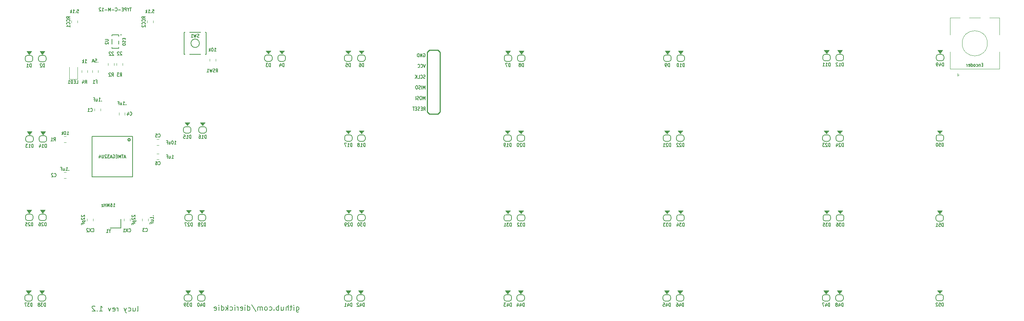
<source format=gbo>
G04 #@! TF.GenerationSoftware,KiCad,Pcbnew,(5.1.4-0-10_14)*
G04 #@! TF.CreationDate,2021-10-03T12:43:46-05:00*
G04 #@! TF.ProjectId,lucy,6c756379-2e6b-4696-9361-645f70636258,rev?*
G04 #@! TF.SameCoordinates,Original*
G04 #@! TF.FileFunction,Legend,Bot*
G04 #@! TF.FilePolarity,Positive*
%FSLAX46Y46*%
G04 Gerber Fmt 4.6, Leading zero omitted, Abs format (unit mm)*
G04 Created by KiCad (PCBNEW (5.1.4-0-10_14)) date 2021-10-03 12:43:46*
%MOMM*%
%LPD*%
G04 APERTURE LIST*
%ADD10C,0.150000*%
%ADD11C,0.200000*%
%ADD12C,0.120000*%
%ADD13C,0.100000*%
%ADD14C,0.254000*%
%ADD15C,0.203200*%
%ADD16C,1.150000*%
%ADD17R,2.100000X1.800000*%
%ADD18R,0.800000X0.700000*%
%ADD19R,0.800000X1.100000*%
%ADD20C,1.000000*%
%ADD21C,2.540000*%
%ADD22C,1.701800*%
%ADD23C,3.987800*%
%ADD24R,2.000000X2.000000*%
%ADD25C,2.000000*%
%ADD26R,2.000000X3.200000*%
%ADD27C,1.803400*%
%ADD28R,0.900000X1.900000*%
%ADD29R,1.900000X0.900000*%
%ADD30C,0.600000*%
%ADD31O,1.300000X2.400000*%
%ADD32C,0.300000*%
%ADD33O,1.300000X1.900000*%
%ADD34C,0.650000*%
%ADD35R,1.100000X1.800000*%
G04 APERTURE END LIST*
D10*
X322196136Y-58283727D02*
X321962803Y-58283727D01*
X321862803Y-58702774D02*
X322196136Y-58702774D01*
X322196136Y-57902774D01*
X321862803Y-57902774D01*
X321562803Y-58169441D02*
X321562803Y-58702774D01*
X321562803Y-58245631D02*
X321529470Y-58207536D01*
X321462803Y-58169441D01*
X321362803Y-58169441D01*
X321296136Y-58207536D01*
X321262803Y-58283727D01*
X321262803Y-58702774D01*
X320629470Y-58664679D02*
X320696136Y-58702774D01*
X320829470Y-58702774D01*
X320896136Y-58664679D01*
X320929470Y-58626584D01*
X320962803Y-58550393D01*
X320962803Y-58321822D01*
X320929470Y-58245631D01*
X320896136Y-58207536D01*
X320829470Y-58169441D01*
X320696136Y-58169441D01*
X320629470Y-58207536D01*
X320229470Y-58702774D02*
X320296136Y-58664679D01*
X320329470Y-58626584D01*
X320362803Y-58550393D01*
X320362803Y-58321822D01*
X320329470Y-58245631D01*
X320296136Y-58207536D01*
X320229470Y-58169441D01*
X320129470Y-58169441D01*
X320062803Y-58207536D01*
X320029470Y-58245631D01*
X319996136Y-58321822D01*
X319996136Y-58550393D01*
X320029470Y-58626584D01*
X320062803Y-58664679D01*
X320129470Y-58702774D01*
X320229470Y-58702774D01*
X319396136Y-58702774D02*
X319396136Y-57902774D01*
X319396136Y-58664679D02*
X319462803Y-58702774D01*
X319596136Y-58702774D01*
X319662803Y-58664679D01*
X319696136Y-58626584D01*
X319729470Y-58550393D01*
X319729470Y-58321822D01*
X319696136Y-58245631D01*
X319662803Y-58207536D01*
X319596136Y-58169441D01*
X319462803Y-58169441D01*
X319396136Y-58207536D01*
X318796136Y-58664679D02*
X318862803Y-58702774D01*
X318996136Y-58702774D01*
X319062803Y-58664679D01*
X319096136Y-58588489D01*
X319096136Y-58283727D01*
X319062803Y-58207536D01*
X318996136Y-58169441D01*
X318862803Y-58169441D01*
X318796136Y-58207536D01*
X318762803Y-58283727D01*
X318762803Y-58359917D01*
X319096136Y-58436108D01*
X318462803Y-58702774D02*
X318462803Y-58169441D01*
X318462803Y-58321822D02*
X318429470Y-58245631D01*
X318396136Y-58207536D01*
X318329470Y-58169441D01*
X318262803Y-58169441D01*
D11*
X158626927Y-116016456D02*
X158626927Y-117028361D01*
X158686451Y-117147409D01*
X158745975Y-117206933D01*
X158865022Y-117266456D01*
X159043594Y-117266456D01*
X159162641Y-117206933D01*
X158626927Y-116790266D02*
X158745975Y-116849790D01*
X158984070Y-116849790D01*
X159103118Y-116790266D01*
X159162641Y-116730742D01*
X159222165Y-116611694D01*
X159222165Y-116254552D01*
X159162641Y-116135504D01*
X159103118Y-116075980D01*
X158984070Y-116016456D01*
X158745975Y-116016456D01*
X158626927Y-116075980D01*
X158031689Y-116849790D02*
X158031689Y-116016456D01*
X158031689Y-115599790D02*
X158091213Y-115659314D01*
X158031689Y-115718837D01*
X157972165Y-115659314D01*
X158031689Y-115599790D01*
X158031689Y-115718837D01*
X157615022Y-116016456D02*
X157138832Y-116016456D01*
X157436451Y-115599790D02*
X157436451Y-116671218D01*
X157376927Y-116790266D01*
X157257880Y-116849790D01*
X157138832Y-116849790D01*
X156722165Y-116849790D02*
X156722165Y-115599790D01*
X156186451Y-116849790D02*
X156186451Y-116195028D01*
X156245975Y-116075980D01*
X156365022Y-116016456D01*
X156543594Y-116016456D01*
X156662641Y-116075980D01*
X156722165Y-116135504D01*
X155055499Y-116016456D02*
X155055499Y-116849790D01*
X155591213Y-116016456D02*
X155591213Y-116671218D01*
X155531689Y-116790266D01*
X155412641Y-116849790D01*
X155234070Y-116849790D01*
X155115022Y-116790266D01*
X155055499Y-116730742D01*
X154460260Y-116849790D02*
X154460260Y-115599790D01*
X154460260Y-116075980D02*
X154341213Y-116016456D01*
X154103118Y-116016456D01*
X153984070Y-116075980D01*
X153924546Y-116135504D01*
X153865022Y-116254552D01*
X153865022Y-116611694D01*
X153924546Y-116730742D01*
X153984070Y-116790266D01*
X154103118Y-116849790D01*
X154341213Y-116849790D01*
X154460260Y-116790266D01*
X153329308Y-116730742D02*
X153269784Y-116790266D01*
X153329308Y-116849790D01*
X153388832Y-116790266D01*
X153329308Y-116730742D01*
X153329308Y-116849790D01*
X152198356Y-116790266D02*
X152317403Y-116849790D01*
X152555499Y-116849790D01*
X152674546Y-116790266D01*
X152734070Y-116730742D01*
X152793594Y-116611694D01*
X152793594Y-116254552D01*
X152734070Y-116135504D01*
X152674546Y-116075980D01*
X152555499Y-116016456D01*
X152317403Y-116016456D01*
X152198356Y-116075980D01*
X151484070Y-116849790D02*
X151603118Y-116790266D01*
X151662641Y-116730742D01*
X151722165Y-116611694D01*
X151722165Y-116254552D01*
X151662641Y-116135504D01*
X151603118Y-116075980D01*
X151484070Y-116016456D01*
X151305499Y-116016456D01*
X151186451Y-116075980D01*
X151126927Y-116135504D01*
X151067403Y-116254552D01*
X151067403Y-116611694D01*
X151126927Y-116730742D01*
X151186451Y-116790266D01*
X151305499Y-116849790D01*
X151484070Y-116849790D01*
X150531689Y-116849790D02*
X150531689Y-116016456D01*
X150531689Y-116135504D02*
X150472165Y-116075980D01*
X150353118Y-116016456D01*
X150174546Y-116016456D01*
X150055499Y-116075980D01*
X149995975Y-116195028D01*
X149995975Y-116849790D01*
X149995975Y-116195028D02*
X149936451Y-116075980D01*
X149817403Y-116016456D01*
X149638832Y-116016456D01*
X149519784Y-116075980D01*
X149460260Y-116195028D01*
X149460260Y-116849790D01*
X147972165Y-115540266D02*
X149043594Y-117147409D01*
X147019784Y-116849790D02*
X147019784Y-115599790D01*
X147019784Y-116790266D02*
X147138832Y-116849790D01*
X147376927Y-116849790D01*
X147495975Y-116790266D01*
X147555499Y-116730742D01*
X147615022Y-116611694D01*
X147615022Y-116254552D01*
X147555499Y-116135504D01*
X147495975Y-116075980D01*
X147376927Y-116016456D01*
X147138832Y-116016456D01*
X147019784Y-116075980D01*
X146424546Y-116849790D02*
X146424546Y-116016456D01*
X146424546Y-115599790D02*
X146484070Y-115659314D01*
X146424546Y-115718837D01*
X146365022Y-115659314D01*
X146424546Y-115599790D01*
X146424546Y-115718837D01*
X145353118Y-116790266D02*
X145472165Y-116849790D01*
X145710260Y-116849790D01*
X145829308Y-116790266D01*
X145888832Y-116671218D01*
X145888832Y-116195028D01*
X145829308Y-116075980D01*
X145710260Y-116016456D01*
X145472165Y-116016456D01*
X145353118Y-116075980D01*
X145293594Y-116195028D01*
X145293594Y-116314075D01*
X145888832Y-116433123D01*
X144757880Y-116849790D02*
X144757880Y-116016456D01*
X144757880Y-116254552D02*
X144698356Y-116135504D01*
X144638832Y-116075980D01*
X144519784Y-116016456D01*
X144400737Y-116016456D01*
X143984070Y-116849790D02*
X143984070Y-116016456D01*
X143984070Y-115599790D02*
X144043594Y-115659314D01*
X143984070Y-115718837D01*
X143924546Y-115659314D01*
X143984070Y-115599790D01*
X143984070Y-115718837D01*
X142853118Y-116790266D02*
X142972165Y-116849790D01*
X143210260Y-116849790D01*
X143329308Y-116790266D01*
X143388832Y-116730742D01*
X143448356Y-116611694D01*
X143448356Y-116254552D01*
X143388832Y-116135504D01*
X143329308Y-116075980D01*
X143210260Y-116016456D01*
X142972165Y-116016456D01*
X142853118Y-116075980D01*
X142317403Y-116849790D02*
X142317403Y-115599790D01*
X142198356Y-116373599D02*
X141841213Y-116849790D01*
X141841213Y-116016456D02*
X142317403Y-116492647D01*
X140769784Y-116849790D02*
X140769784Y-115599790D01*
X140769784Y-116790266D02*
X140888832Y-116849790D01*
X141126927Y-116849790D01*
X141245975Y-116790266D01*
X141305499Y-116730742D01*
X141365022Y-116611694D01*
X141365022Y-116254552D01*
X141305499Y-116135504D01*
X141245975Y-116075980D01*
X141126927Y-116016456D01*
X140888832Y-116016456D01*
X140769784Y-116075980D01*
X140174546Y-116849790D02*
X140174546Y-116016456D01*
X140174546Y-115599790D02*
X140234070Y-115659314D01*
X140174546Y-115718837D01*
X140115022Y-115659314D01*
X140174546Y-115599790D01*
X140174546Y-115718837D01*
X139103118Y-116790266D02*
X139222165Y-116849790D01*
X139460260Y-116849790D01*
X139579308Y-116790266D01*
X139638832Y-116671218D01*
X139638832Y-116195028D01*
X139579308Y-116075980D01*
X139460260Y-116016456D01*
X139222165Y-116016456D01*
X139103118Y-116075980D01*
X139043594Y-116195028D01*
X139043594Y-116314075D01*
X139638832Y-116433123D01*
X120750737Y-117065476D02*
X120869784Y-117005952D01*
X120929308Y-116886904D01*
X120929308Y-115815476D01*
X119738832Y-116232142D02*
X119738832Y-117065476D01*
X120274546Y-116232142D02*
X120274546Y-116886904D01*
X120215022Y-117005952D01*
X120095975Y-117065476D01*
X119917403Y-117065476D01*
X119798356Y-117005952D01*
X119738832Y-116946428D01*
X118607880Y-117005952D02*
X118726927Y-117065476D01*
X118965022Y-117065476D01*
X119084070Y-117005952D01*
X119143594Y-116946428D01*
X119203118Y-116827380D01*
X119203118Y-116470238D01*
X119143594Y-116351190D01*
X119084070Y-116291666D01*
X118965022Y-116232142D01*
X118726927Y-116232142D01*
X118607880Y-116291666D01*
X118191213Y-116232142D02*
X117893594Y-117065476D01*
X117595975Y-116232142D02*
X117893594Y-117065476D01*
X118012641Y-117363095D01*
X118072165Y-117422619D01*
X118191213Y-117482142D01*
X116167403Y-117065476D02*
X116167403Y-116232142D01*
X116167403Y-116470238D02*
X116107880Y-116351190D01*
X116048356Y-116291666D01*
X115929308Y-116232142D01*
X115810260Y-116232142D01*
X114917403Y-117005952D02*
X115036451Y-117065476D01*
X115274546Y-117065476D01*
X115393594Y-117005952D01*
X115453118Y-116886904D01*
X115453118Y-116410714D01*
X115393594Y-116291666D01*
X115274546Y-116232142D01*
X115036451Y-116232142D01*
X114917403Y-116291666D01*
X114857880Y-116410714D01*
X114857880Y-116529761D01*
X115453118Y-116648809D01*
X114441213Y-116232142D02*
X114143594Y-117065476D01*
X113845975Y-116232142D01*
X111762641Y-117065476D02*
X112476927Y-117065476D01*
X112119784Y-117065476D02*
X112119784Y-115815476D01*
X112238832Y-115994047D01*
X112357880Y-116113095D01*
X112476927Y-116172619D01*
X111226927Y-116946428D02*
X111167403Y-117005952D01*
X111226927Y-117065476D01*
X111286451Y-117005952D01*
X111226927Y-116946428D01*
X111226927Y-117065476D01*
X110691213Y-115934523D02*
X110631689Y-115875000D01*
X110512641Y-115815476D01*
X110215022Y-115815476D01*
X110095975Y-115875000D01*
X110036451Y-115934523D01*
X109976927Y-116053571D01*
X109976927Y-116172619D01*
X110036451Y-116351190D01*
X110750737Y-117065476D01*
X109976927Y-117065476D01*
D10*
X115033333Y-92161904D02*
X115433333Y-92161904D01*
X115233333Y-92161904D02*
X115233333Y-91361904D01*
X115300000Y-91476190D01*
X115366666Y-91552380D01*
X115433333Y-91590476D01*
X114433333Y-91361904D02*
X114566666Y-91361904D01*
X114633333Y-91400000D01*
X114666666Y-91438095D01*
X114733333Y-91552380D01*
X114766666Y-91704761D01*
X114766666Y-92009523D01*
X114733333Y-92085714D01*
X114700000Y-92123809D01*
X114633333Y-92161904D01*
X114500000Y-92161904D01*
X114433333Y-92123809D01*
X114400000Y-92085714D01*
X114366666Y-92009523D01*
X114366666Y-91819047D01*
X114400000Y-91742857D01*
X114433333Y-91704761D01*
X114500000Y-91666666D01*
X114633333Y-91666666D01*
X114700000Y-91704761D01*
X114733333Y-91742857D01*
X114766666Y-91819047D01*
X114066666Y-92161904D02*
X114066666Y-91361904D01*
X113833333Y-91933333D01*
X113600000Y-91361904D01*
X113600000Y-92161904D01*
X113266666Y-92161904D02*
X113266666Y-91361904D01*
X113266666Y-91742857D02*
X112866666Y-91742857D01*
X112866666Y-92161904D02*
X112866666Y-91361904D01*
X112600000Y-91628571D02*
X112233333Y-91628571D01*
X112600000Y-92161904D01*
X112233333Y-92161904D01*
D12*
X121940000Y-94988748D02*
X121940000Y-95511252D01*
X123360000Y-94988748D02*
X123360000Y-95511252D01*
D11*
X116821000Y-97263000D02*
X114281000Y-97263000D01*
X116821000Y-95104000D02*
X116821000Y-97263000D01*
D12*
X103786252Y-83940000D02*
X103263748Y-83940000D01*
X103786252Y-85360000D02*
X103263748Y-85360000D01*
D10*
X116340625Y-54406250D02*
X116340625Y-51206250D01*
X114740625Y-54406250D02*
X114740625Y-51206250D01*
X114740625Y-51206250D02*
X116340625Y-51206250D01*
X116740625Y-51206250D02*
X117040625Y-51206250D01*
X114740625Y-54406250D02*
X116340625Y-54406250D01*
D11*
X312390625Y-55856250D02*
X311590625Y-55856250D01*
X312890625Y-56856212D02*
X312890625Y-56356250D01*
X312390625Y-57356250D02*
X311590625Y-57356250D01*
X311090625Y-56356288D02*
X311090625Y-56856250D01*
D13*
G36*
X311990625Y-55642050D02*
G01*
X312590625Y-54842050D01*
X311390625Y-54842050D01*
X311990625Y-55642050D01*
G37*
X311990625Y-55642050D02*
X312590625Y-54842050D01*
X311390625Y-54842050D01*
X311990625Y-55642050D01*
D11*
X311590625Y-55856250D02*
G75*
G03X311090625Y-56356250I0J-500000D01*
G01*
X311090625Y-56856250D02*
G75*
G03X311590625Y-57356250I500000J0D01*
G01*
X312390625Y-57356250D02*
G75*
G03X312890625Y-56856250I0J500000D01*
G01*
X312890625Y-56356250D02*
G75*
G03X312390625Y-55856250I-500000J0D01*
G01*
X312290625Y-94106250D02*
X311490625Y-94106250D01*
X312790625Y-95106212D02*
X312790625Y-94606250D01*
X312290625Y-95606250D02*
X311490625Y-95606250D01*
X310990625Y-94606288D02*
X310990625Y-95106250D01*
D13*
G36*
X311890625Y-93892050D02*
G01*
X312490625Y-93092050D01*
X311290625Y-93092050D01*
X311890625Y-93892050D01*
G37*
X311890625Y-93892050D02*
X312490625Y-93092050D01*
X311290625Y-93092050D01*
X311890625Y-93892050D01*
D11*
X311490625Y-94106250D02*
G75*
G03X310990625Y-94606250I0J-500000D01*
G01*
X310990625Y-95106250D02*
G75*
G03X311490625Y-95606250I500000J0D01*
G01*
X312290625Y-95606250D02*
G75*
G03X312790625Y-95106250I0J500000D01*
G01*
X312790625Y-94606250D02*
G75*
G03X312290625Y-94106250I-500000J0D01*
G01*
X98587999Y-93949377D02*
X97787999Y-93949377D01*
X99087999Y-94949339D02*
X99087999Y-94449377D01*
X98587999Y-95449377D02*
X97787999Y-95449377D01*
X97287999Y-94449415D02*
X97287999Y-94949377D01*
D13*
G36*
X98187999Y-93735177D02*
G01*
X98787999Y-92935177D01*
X97587999Y-92935177D01*
X98187999Y-93735177D01*
G37*
X98187999Y-93735177D02*
X98787999Y-92935177D01*
X97587999Y-92935177D01*
X98187999Y-93735177D01*
D11*
X97787999Y-93949377D02*
G75*
G03X97287999Y-94449377I0J-500000D01*
G01*
X97287999Y-94949377D02*
G75*
G03X97787999Y-95449377I500000J0D01*
G01*
X98587999Y-95449377D02*
G75*
G03X99087999Y-94949377I0J500000D01*
G01*
X99087999Y-94449377D02*
G75*
G03X98587999Y-93949377I-500000J0D01*
G01*
D12*
X106510000Y-58850000D02*
X106510000Y-61710000D01*
X106510000Y-61710000D02*
X104590000Y-61710000D01*
X104590000Y-61710000D02*
X104590000Y-58850000D01*
X125388748Y-77510000D02*
X125911252Y-77510000D01*
X125388748Y-76090000D02*
X125911252Y-76090000D01*
D11*
X247431999Y-55994377D02*
X246631999Y-55994377D01*
X247931999Y-56994339D02*
X247931999Y-56494377D01*
X247431999Y-57494377D02*
X246631999Y-57494377D01*
X246131999Y-56494415D02*
X246131999Y-56994377D01*
D13*
G36*
X247031999Y-55780177D02*
G01*
X247631999Y-54980177D01*
X246431999Y-54980177D01*
X247031999Y-55780177D01*
G37*
X247031999Y-55780177D02*
X247631999Y-54980177D01*
X246431999Y-54980177D01*
X247031999Y-55780177D01*
D11*
X246631999Y-55994377D02*
G75*
G03X246131999Y-56494377I0J-500000D01*
G01*
X246131999Y-56994377D02*
G75*
G03X246631999Y-57494377I500000J0D01*
G01*
X247431999Y-57494377D02*
G75*
G03X247931999Y-56994377I0J500000D01*
G01*
X247931999Y-56494377D02*
G75*
G03X247431999Y-55994377I-500000J0D01*
G01*
D12*
X323252725Y-53193950D02*
G75*
G03X323252725Y-53193950I-3000000J0D01*
G01*
X314352725Y-59293950D02*
X326152725Y-59293950D01*
X314352725Y-51193950D02*
X314352725Y-47093950D01*
X314352725Y-47093950D02*
X316752725Y-47093950D01*
X318952725Y-47093950D02*
X321552725Y-47093950D01*
X323752725Y-47093950D02*
X326152725Y-47093950D01*
X326152725Y-47093950D02*
X326152725Y-51193950D01*
X314352725Y-55193950D02*
X314352725Y-59293950D01*
X326152725Y-55193950D02*
X326152725Y-59293950D01*
X316152725Y-60393950D02*
X316452725Y-60693950D01*
X316452725Y-60693950D02*
X316152725Y-60993950D01*
X316152725Y-60993950D02*
X316152725Y-60393950D01*
X107487000Y-59626748D02*
X107487000Y-60149252D01*
X108907000Y-59626748D02*
X108907000Y-60149252D01*
X139419000Y-57409252D02*
X139419000Y-56886748D01*
X137999000Y-57409252D02*
X137999000Y-56886748D01*
X123090000Y-47788748D02*
X123090000Y-48311252D01*
X124510000Y-47788748D02*
X124510000Y-48311252D01*
X106510000Y-47788748D02*
X106510000Y-48311252D01*
X105090000Y-47788748D02*
X105090000Y-48311252D01*
X117250625Y-58467502D02*
X117250625Y-57944998D01*
X115830625Y-58467502D02*
X115830625Y-57944998D01*
X115250625Y-58485252D02*
X115250625Y-57962748D01*
X113830625Y-58485252D02*
X113830625Y-57962748D01*
X103266247Y-76810000D02*
X103788751Y-76810000D01*
X103266247Y-75390000D02*
X103788751Y-75390000D01*
X117810000Y-70261252D02*
X117810000Y-69738748D01*
X116390000Y-70261252D02*
X116390000Y-69738748D01*
X112010000Y-69311252D02*
X112010000Y-68788748D01*
X110590000Y-69311252D02*
X110590000Y-68788748D01*
X119010000Y-95561252D02*
X119010000Y-95038748D01*
X117590000Y-95561252D02*
X117590000Y-95038748D01*
X108840000Y-95038748D02*
X108840000Y-95561252D01*
X110260000Y-95038748D02*
X110260000Y-95561252D01*
X125388748Y-80910000D02*
X125911252Y-80910000D01*
X125388748Y-79490000D02*
X125911252Y-79490000D01*
X111460000Y-60161252D02*
X111460000Y-59638748D01*
X110040000Y-60161252D02*
X110040000Y-59638748D01*
D14*
X192867200Y-69562000D02*
X192867200Y-55338000D01*
X192359200Y-70070000D02*
X192867200Y-69562000D01*
X190327200Y-70070000D02*
X192359200Y-70070000D01*
X189819200Y-69562000D02*
X190327200Y-70070000D01*
X189819200Y-55338000D02*
X189819200Y-69562000D01*
X190327200Y-54830000D02*
X189819200Y-55338000D01*
X192359200Y-54830000D02*
X190327200Y-54830000D01*
X192867200Y-55338000D02*
X192359200Y-54830000D01*
D15*
X119600000Y-75400000D02*
X110000000Y-75400000D01*
X110000000Y-75400000D02*
X110000000Y-85000000D01*
X110000000Y-85000000D02*
X119600000Y-85000000D01*
X119600000Y-85000000D02*
X119600000Y-75400000D01*
D14*
X119082700Y-76200000D02*
G75*
G03X119082700Y-76200000I-282700J0D01*
G01*
D11*
X95362999Y-56091377D02*
X94562999Y-56091377D01*
X95862999Y-57091339D02*
X95862999Y-56591377D01*
X95362999Y-57591377D02*
X94562999Y-57591377D01*
X94062999Y-56591415D02*
X94062999Y-57091377D01*
D13*
G36*
X94962999Y-55877177D02*
G01*
X95562999Y-55077177D01*
X94362999Y-55077177D01*
X94962999Y-55877177D01*
G37*
X94962999Y-55877177D02*
X95562999Y-55077177D01*
X94362999Y-55077177D01*
X94962999Y-55877177D01*
D11*
X94562999Y-56091377D02*
G75*
G03X94062999Y-56591377I0J-500000D01*
G01*
X94062999Y-57091377D02*
G75*
G03X94562999Y-57591377I500000J0D01*
G01*
X95362999Y-57591377D02*
G75*
G03X95862999Y-57091377I0J500000D01*
G01*
X95862999Y-56591377D02*
G75*
G03X95362999Y-56091377I-500000J0D01*
G01*
X98537999Y-56091377D02*
X97737999Y-56091377D01*
X99037999Y-57091339D02*
X99037999Y-56591377D01*
X98537999Y-57591377D02*
X97737999Y-57591377D01*
X97237999Y-56591415D02*
X97237999Y-57091377D01*
D13*
G36*
X98137999Y-55877177D02*
G01*
X98737999Y-55077177D01*
X97537999Y-55077177D01*
X98137999Y-55877177D01*
G37*
X98137999Y-55877177D02*
X98737999Y-55077177D01*
X97537999Y-55077177D01*
X98137999Y-55877177D01*
D11*
X97737999Y-56091377D02*
G75*
G03X97237999Y-56591377I0J-500000D01*
G01*
X97237999Y-57091377D02*
G75*
G03X97737999Y-57591377I500000J0D01*
G01*
X98537999Y-57591377D02*
G75*
G03X99037999Y-57091377I0J500000D01*
G01*
X99037999Y-56591377D02*
G75*
G03X98537999Y-56091377I-500000J0D01*
G01*
X152385999Y-55981002D02*
X151585999Y-55981002D01*
X152885999Y-56980964D02*
X152885999Y-56481002D01*
X152385999Y-57481002D02*
X151585999Y-57481002D01*
X151085999Y-56481040D02*
X151085999Y-56981002D01*
D13*
G36*
X151985999Y-55766802D02*
G01*
X152585999Y-54966802D01*
X151385999Y-54966802D01*
X151985999Y-55766802D01*
G37*
X151985999Y-55766802D02*
X152585999Y-54966802D01*
X151385999Y-54966802D01*
X151985999Y-55766802D01*
D11*
X151585999Y-55981002D02*
G75*
G03X151085999Y-56481002I0J-500000D01*
G01*
X151085999Y-56981002D02*
G75*
G03X151585999Y-57481002I500000J0D01*
G01*
X152385999Y-57481002D02*
G75*
G03X152885999Y-56981002I0J500000D01*
G01*
X152885999Y-56481002D02*
G75*
G03X152385999Y-55981002I-500000J0D01*
G01*
X155560999Y-55981002D02*
X154760999Y-55981002D01*
X156060999Y-56980964D02*
X156060999Y-56481002D01*
X155560999Y-57481002D02*
X154760999Y-57481002D01*
X154260999Y-56481040D02*
X154260999Y-56981002D01*
D13*
G36*
X155160999Y-55766802D02*
G01*
X155760999Y-54966802D01*
X154560999Y-54966802D01*
X155160999Y-55766802D01*
G37*
X155160999Y-55766802D02*
X155760999Y-54966802D01*
X154560999Y-54966802D01*
X155160999Y-55766802D01*
D11*
X154760999Y-55981002D02*
G75*
G03X154260999Y-56481002I0J-500000D01*
G01*
X154260999Y-56981002D02*
G75*
G03X154760999Y-57481002I500000J0D01*
G01*
X155560999Y-57481002D02*
G75*
G03X156060999Y-56981002I0J500000D01*
G01*
X156060999Y-56481002D02*
G75*
G03X155560999Y-55981002I-500000J0D01*
G01*
X171385999Y-55983377D02*
X170585999Y-55983377D01*
X171885999Y-56983339D02*
X171885999Y-56483377D01*
X171385999Y-57483377D02*
X170585999Y-57483377D01*
X170085999Y-56483415D02*
X170085999Y-56983377D01*
D13*
G36*
X170985999Y-55769177D02*
G01*
X171585999Y-54969177D01*
X170385999Y-54969177D01*
X170985999Y-55769177D01*
G37*
X170985999Y-55769177D02*
X171585999Y-54969177D01*
X170385999Y-54969177D01*
X170985999Y-55769177D01*
D11*
X170585999Y-55983377D02*
G75*
G03X170085999Y-56483377I0J-500000D01*
G01*
X170085999Y-56983377D02*
G75*
G03X170585999Y-57483377I500000J0D01*
G01*
X171385999Y-57483377D02*
G75*
G03X171885999Y-56983377I0J500000D01*
G01*
X171885999Y-56483377D02*
G75*
G03X171385999Y-55983377I-500000J0D01*
G01*
X174560999Y-55983377D02*
X173760999Y-55983377D01*
X175060999Y-56983339D02*
X175060999Y-56483377D01*
X174560999Y-57483377D02*
X173760999Y-57483377D01*
X173260999Y-56483415D02*
X173260999Y-56983377D01*
D13*
G36*
X174160999Y-55769177D02*
G01*
X174760999Y-54969177D01*
X173560999Y-54969177D01*
X174160999Y-55769177D01*
G37*
X174160999Y-55769177D02*
X174760999Y-54969177D01*
X173560999Y-54969177D01*
X174160999Y-55769177D01*
D11*
X173760999Y-55983377D02*
G75*
G03X173260999Y-56483377I0J-500000D01*
G01*
X173260999Y-56983377D02*
G75*
G03X173760999Y-57483377I500000J0D01*
G01*
X174560999Y-57483377D02*
G75*
G03X175060999Y-56983377I0J500000D01*
G01*
X175060999Y-56483377D02*
G75*
G03X174560999Y-55983377I-500000J0D01*
G01*
X209458999Y-55994377D02*
X208658999Y-55994377D01*
X209958999Y-56994339D02*
X209958999Y-56494377D01*
X209458999Y-57494377D02*
X208658999Y-57494377D01*
X208158999Y-56494415D02*
X208158999Y-56994377D01*
D13*
G36*
X209058999Y-55780177D02*
G01*
X209658999Y-54980177D01*
X208458999Y-54980177D01*
X209058999Y-55780177D01*
G37*
X209058999Y-55780177D02*
X209658999Y-54980177D01*
X208458999Y-54980177D01*
X209058999Y-55780177D01*
D11*
X208658999Y-55994377D02*
G75*
G03X208158999Y-56494377I0J-500000D01*
G01*
X208158999Y-56994377D02*
G75*
G03X208658999Y-57494377I500000J0D01*
G01*
X209458999Y-57494377D02*
G75*
G03X209958999Y-56994377I0J500000D01*
G01*
X209958999Y-56494377D02*
G75*
G03X209458999Y-55994377I-500000J0D01*
G01*
X212633999Y-55994377D02*
X211833999Y-55994377D01*
X213133999Y-56994339D02*
X213133999Y-56494377D01*
X212633999Y-57494377D02*
X211833999Y-57494377D01*
X211333999Y-56494415D02*
X211333999Y-56994377D01*
D13*
G36*
X212233999Y-55780177D02*
G01*
X212833999Y-54980177D01*
X211633999Y-54980177D01*
X212233999Y-55780177D01*
G37*
X212233999Y-55780177D02*
X212833999Y-54980177D01*
X211633999Y-54980177D01*
X212233999Y-55780177D01*
D11*
X211833999Y-55994377D02*
G75*
G03X211333999Y-56494377I0J-500000D01*
G01*
X211333999Y-56994377D02*
G75*
G03X211833999Y-57494377I500000J0D01*
G01*
X212633999Y-57494377D02*
G75*
G03X213133999Y-56994377I0J500000D01*
G01*
X213133999Y-56494377D02*
G75*
G03X212633999Y-55994377I-500000J0D01*
G01*
X250606999Y-55994377D02*
X249806999Y-55994377D01*
X251106999Y-56994339D02*
X251106999Y-56494377D01*
X250606999Y-57494377D02*
X249806999Y-57494377D01*
X249306999Y-56494415D02*
X249306999Y-56994377D01*
D13*
G36*
X250206999Y-55780177D02*
G01*
X250806999Y-54980177D01*
X249606999Y-54980177D01*
X250206999Y-55780177D01*
G37*
X250206999Y-55780177D02*
X250806999Y-54980177D01*
X249606999Y-54980177D01*
X250206999Y-55780177D01*
D11*
X249806999Y-55994377D02*
G75*
G03X249306999Y-56494377I0J-500000D01*
G01*
X249306999Y-56994377D02*
G75*
G03X249806999Y-57494377I500000J0D01*
G01*
X250606999Y-57494377D02*
G75*
G03X251106999Y-56994377I0J500000D01*
G01*
X251106999Y-56494377D02*
G75*
G03X250606999Y-55994377I-500000J0D01*
G01*
X285350000Y-55850000D02*
X284550000Y-55850000D01*
X285850000Y-56849962D02*
X285850000Y-56350000D01*
X285350000Y-57350000D02*
X284550000Y-57350000D01*
X284050000Y-56350038D02*
X284050000Y-56850000D01*
D13*
G36*
X284950000Y-55635800D02*
G01*
X285550000Y-54835800D01*
X284350000Y-54835800D01*
X284950000Y-55635800D01*
G37*
X284950000Y-55635800D02*
X285550000Y-54835800D01*
X284350000Y-54835800D01*
X284950000Y-55635800D01*
D11*
X284550000Y-55850000D02*
G75*
G03X284050000Y-56350000I0J-500000D01*
G01*
X284050000Y-56850000D02*
G75*
G03X284550000Y-57350000I500000J0D01*
G01*
X285350000Y-57350000D02*
G75*
G03X285850000Y-56850000I0J500000D01*
G01*
X285850000Y-56350000D02*
G75*
G03X285350000Y-55850000I-500000J0D01*
G01*
X95489999Y-75241377D02*
X94689999Y-75241377D01*
X95989999Y-76241339D02*
X95989999Y-75741377D01*
X95489999Y-76741377D02*
X94689999Y-76741377D01*
X94189999Y-75741415D02*
X94189999Y-76241377D01*
D13*
G36*
X95089999Y-75027177D02*
G01*
X95689999Y-74227177D01*
X94489999Y-74227177D01*
X95089999Y-75027177D01*
G37*
X95089999Y-75027177D02*
X95689999Y-74227177D01*
X94489999Y-74227177D01*
X95089999Y-75027177D01*
D11*
X94689999Y-75241377D02*
G75*
G03X94189999Y-75741377I0J-500000D01*
G01*
X94189999Y-76241377D02*
G75*
G03X94689999Y-76741377I500000J0D01*
G01*
X95489999Y-76741377D02*
G75*
G03X95989999Y-76241377I0J500000D01*
G01*
X95989999Y-75741377D02*
G75*
G03X95489999Y-75241377I-500000J0D01*
G01*
X98664999Y-75241377D02*
X97864999Y-75241377D01*
X99164999Y-76241339D02*
X99164999Y-75741377D01*
X98664999Y-76741377D02*
X97864999Y-76741377D01*
X97364999Y-75741415D02*
X97364999Y-76241377D01*
D13*
G36*
X98264999Y-75027177D02*
G01*
X98864999Y-74227177D01*
X97664999Y-74227177D01*
X98264999Y-75027177D01*
G37*
X98264999Y-75027177D02*
X98864999Y-74227177D01*
X97664999Y-74227177D01*
X98264999Y-75027177D01*
D11*
X97864999Y-75241377D02*
G75*
G03X97364999Y-75741377I0J-500000D01*
G01*
X97364999Y-76241377D02*
G75*
G03X97864999Y-76741377I500000J0D01*
G01*
X98664999Y-76741377D02*
G75*
G03X99164999Y-76241377I0J500000D01*
G01*
X99164999Y-75741377D02*
G75*
G03X98664999Y-75241377I-500000J0D01*
G01*
X133050000Y-73092377D02*
X132250000Y-73092377D01*
X133550000Y-74092339D02*
X133550000Y-73592377D01*
X133050000Y-74592377D02*
X132250000Y-74592377D01*
X131750000Y-73592415D02*
X131750000Y-74092377D01*
D13*
G36*
X132650000Y-72878177D02*
G01*
X133250000Y-72078177D01*
X132050000Y-72078177D01*
X132650000Y-72878177D01*
G37*
X132650000Y-72878177D02*
X133250000Y-72078177D01*
X132050000Y-72078177D01*
X132650000Y-72878177D01*
D11*
X132250000Y-73092377D02*
G75*
G03X131750000Y-73592377I0J-500000D01*
G01*
X131750000Y-74092377D02*
G75*
G03X132250000Y-74592377I500000J0D01*
G01*
X133050000Y-74592377D02*
G75*
G03X133550000Y-74092377I0J500000D01*
G01*
X133550000Y-73592377D02*
G75*
G03X133050000Y-73092377I-500000J0D01*
G01*
X136714999Y-73092377D02*
X135914999Y-73092377D01*
X137214999Y-74092339D02*
X137214999Y-73592377D01*
X136714999Y-74592377D02*
X135914999Y-74592377D01*
X135414999Y-73592415D02*
X135414999Y-74092377D01*
D13*
G36*
X136314999Y-72878177D02*
G01*
X136914999Y-72078177D01*
X135714999Y-72078177D01*
X136314999Y-72878177D01*
G37*
X136314999Y-72878177D02*
X136914999Y-72078177D01*
X135714999Y-72078177D01*
X136314999Y-72878177D01*
D11*
X135914999Y-73092377D02*
G75*
G03X135414999Y-73592377I0J-500000D01*
G01*
X135414999Y-74092377D02*
G75*
G03X135914999Y-74592377I500000J0D01*
G01*
X136714999Y-74592377D02*
G75*
G03X137214999Y-74092377I0J500000D01*
G01*
X137214999Y-73592377D02*
G75*
G03X136714999Y-73092377I-500000J0D01*
G01*
X171450000Y-75042377D02*
X170650000Y-75042377D01*
X171950000Y-76042339D02*
X171950000Y-75542377D01*
X171450000Y-76542377D02*
X170650000Y-76542377D01*
X170150000Y-75542415D02*
X170150000Y-76042377D01*
D13*
G36*
X171050000Y-74828177D02*
G01*
X171650000Y-74028177D01*
X170450000Y-74028177D01*
X171050000Y-74828177D01*
G37*
X171050000Y-74828177D02*
X171650000Y-74028177D01*
X170450000Y-74028177D01*
X171050000Y-74828177D01*
D11*
X170650000Y-75042377D02*
G75*
G03X170150000Y-75542377I0J-500000D01*
G01*
X170150000Y-76042377D02*
G75*
G03X170650000Y-76542377I500000J0D01*
G01*
X171450000Y-76542377D02*
G75*
G03X171950000Y-76042377I0J500000D01*
G01*
X171950000Y-75542377D02*
G75*
G03X171450000Y-75042377I-500000J0D01*
G01*
X174550000Y-75042377D02*
X173750000Y-75042377D01*
X175050000Y-76042339D02*
X175050000Y-75542377D01*
X174550000Y-76542377D02*
X173750000Y-76542377D01*
X173250000Y-75542415D02*
X173250000Y-76042377D01*
D13*
G36*
X174150000Y-74828177D02*
G01*
X174750000Y-74028177D01*
X173550000Y-74028177D01*
X174150000Y-74828177D01*
G37*
X174150000Y-74828177D02*
X174750000Y-74028177D01*
X173550000Y-74028177D01*
X174150000Y-74828177D01*
D11*
X173750000Y-75042377D02*
G75*
G03X173250000Y-75542377I0J-500000D01*
G01*
X173250000Y-76042377D02*
G75*
G03X173750000Y-76542377I500000J0D01*
G01*
X174550000Y-76542377D02*
G75*
G03X175050000Y-76042377I0J500000D01*
G01*
X175050000Y-75542377D02*
G75*
G03X174550000Y-75042377I-500000J0D01*
G01*
X209358999Y-75042377D02*
X208558999Y-75042377D01*
X209858999Y-76042339D02*
X209858999Y-75542377D01*
X209358999Y-76542377D02*
X208558999Y-76542377D01*
X208058999Y-75542415D02*
X208058999Y-76042377D01*
D13*
G36*
X208958999Y-74828177D02*
G01*
X209558999Y-74028177D01*
X208358999Y-74028177D01*
X208958999Y-74828177D01*
G37*
X208958999Y-74828177D02*
X209558999Y-74028177D01*
X208358999Y-74028177D01*
X208958999Y-74828177D01*
D11*
X208558999Y-75042377D02*
G75*
G03X208058999Y-75542377I0J-500000D01*
G01*
X208058999Y-76042377D02*
G75*
G03X208558999Y-76542377I500000J0D01*
G01*
X209358999Y-76542377D02*
G75*
G03X209858999Y-76042377I0J500000D01*
G01*
X209858999Y-75542377D02*
G75*
G03X209358999Y-75042377I-500000J0D01*
G01*
X212533999Y-75042377D02*
X211733999Y-75042377D01*
X213033999Y-76042339D02*
X213033999Y-75542377D01*
X212533999Y-76542377D02*
X211733999Y-76542377D01*
X211233999Y-75542415D02*
X211233999Y-76042377D01*
D13*
G36*
X212133999Y-74828177D02*
G01*
X212733999Y-74028177D01*
X211533999Y-74028177D01*
X212133999Y-74828177D01*
G37*
X212133999Y-74828177D02*
X212733999Y-74028177D01*
X211533999Y-74028177D01*
X212133999Y-74828177D01*
D11*
X211733999Y-75042377D02*
G75*
G03X211233999Y-75542377I0J-500000D01*
G01*
X211233999Y-76042377D02*
G75*
G03X211733999Y-76542377I500000J0D01*
G01*
X212533999Y-76542377D02*
G75*
G03X213033999Y-76042377I0J500000D01*
G01*
X213033999Y-75542377D02*
G75*
G03X212533999Y-75042377I-500000J0D01*
G01*
X247331999Y-75042377D02*
X246531999Y-75042377D01*
X247831999Y-76042339D02*
X247831999Y-75542377D01*
X247331999Y-76542377D02*
X246531999Y-76542377D01*
X246031999Y-75542415D02*
X246031999Y-76042377D01*
D13*
G36*
X246931999Y-74828177D02*
G01*
X247531999Y-74028177D01*
X246331999Y-74028177D01*
X246931999Y-74828177D01*
G37*
X246931999Y-74828177D02*
X247531999Y-74028177D01*
X246331999Y-74028177D01*
X246931999Y-74828177D01*
D11*
X246531999Y-75042377D02*
G75*
G03X246031999Y-75542377I0J-500000D01*
G01*
X246031999Y-76042377D02*
G75*
G03X246531999Y-76542377I500000J0D01*
G01*
X247331999Y-76542377D02*
G75*
G03X247831999Y-76042377I0J500000D01*
G01*
X247831999Y-75542377D02*
G75*
G03X247331999Y-75042377I-500000J0D01*
G01*
X250506999Y-75042377D02*
X249706999Y-75042377D01*
X251006999Y-76042339D02*
X251006999Y-75542377D01*
X250506999Y-76542377D02*
X249706999Y-76542377D01*
X249206999Y-75542415D02*
X249206999Y-76042377D01*
D13*
G36*
X250106999Y-74828177D02*
G01*
X250706999Y-74028177D01*
X249506999Y-74028177D01*
X250106999Y-74828177D01*
G37*
X250106999Y-74828177D02*
X250706999Y-74028177D01*
X249506999Y-74028177D01*
X250106999Y-74828177D01*
D11*
X249706999Y-75042377D02*
G75*
G03X249206999Y-75542377I0J-500000D01*
G01*
X249206999Y-76042377D02*
G75*
G03X249706999Y-76542377I500000J0D01*
G01*
X250506999Y-76542377D02*
G75*
G03X251006999Y-76042377I0J500000D01*
G01*
X251006999Y-75542377D02*
G75*
G03X250506999Y-75042377I-500000J0D01*
G01*
X285304999Y-75042377D02*
X284504999Y-75042377D01*
X285804999Y-76042339D02*
X285804999Y-75542377D01*
X285304999Y-76542377D02*
X284504999Y-76542377D01*
X284004999Y-75542415D02*
X284004999Y-76042377D01*
D13*
G36*
X284904999Y-74828177D02*
G01*
X285504999Y-74028177D01*
X284304999Y-74028177D01*
X284904999Y-74828177D01*
G37*
X284904999Y-74828177D02*
X285504999Y-74028177D01*
X284304999Y-74028177D01*
X284904999Y-74828177D01*
D11*
X284504999Y-75042377D02*
G75*
G03X284004999Y-75542377I0J-500000D01*
G01*
X284004999Y-76042377D02*
G75*
G03X284504999Y-76542377I500000J0D01*
G01*
X285304999Y-76542377D02*
G75*
G03X285804999Y-76042377I0J500000D01*
G01*
X285804999Y-75542377D02*
G75*
G03X285304999Y-75042377I-500000J0D01*
G01*
X288479999Y-75042377D02*
X287679999Y-75042377D01*
X288979999Y-76042339D02*
X288979999Y-75542377D01*
X288479999Y-76542377D02*
X287679999Y-76542377D01*
X287179999Y-75542415D02*
X287179999Y-76042377D01*
D13*
G36*
X288079999Y-74828177D02*
G01*
X288679999Y-74028177D01*
X287479999Y-74028177D01*
X288079999Y-74828177D01*
G37*
X288079999Y-74828177D02*
X288679999Y-74028177D01*
X287479999Y-74028177D01*
X288079999Y-74828177D01*
D11*
X287679999Y-75042377D02*
G75*
G03X287179999Y-75542377I0J-500000D01*
G01*
X287179999Y-76042377D02*
G75*
G03X287679999Y-76542377I500000J0D01*
G01*
X288479999Y-76542377D02*
G75*
G03X288979999Y-76042377I0J500000D01*
G01*
X288979999Y-75542377D02*
G75*
G03X288479999Y-75042377I-500000J0D01*
G01*
X95412999Y-93949377D02*
X94612999Y-93949377D01*
X95912999Y-94949339D02*
X95912999Y-94449377D01*
X95412999Y-95449377D02*
X94612999Y-95449377D01*
X94112999Y-94449415D02*
X94112999Y-94949377D01*
D13*
G36*
X95012999Y-93735177D02*
G01*
X95612999Y-92935177D01*
X94412999Y-92935177D01*
X95012999Y-93735177D01*
G37*
X95012999Y-93735177D02*
X95612999Y-92935177D01*
X94412999Y-92935177D01*
X95012999Y-93735177D01*
D11*
X94612999Y-93949377D02*
G75*
G03X94112999Y-94449377I0J-500000D01*
G01*
X94112999Y-94949377D02*
G75*
G03X94612999Y-95449377I500000J0D01*
G01*
X95412999Y-95449377D02*
G75*
G03X95912999Y-94949377I0J500000D01*
G01*
X95912999Y-94449377D02*
G75*
G03X95412999Y-93949377I-500000J0D01*
G01*
X133385999Y-93999377D02*
X132585999Y-93999377D01*
X133885999Y-94999339D02*
X133885999Y-94499377D01*
X133385999Y-95499377D02*
X132585999Y-95499377D01*
X132085999Y-94499415D02*
X132085999Y-94999377D01*
D13*
G36*
X132985999Y-93785177D02*
G01*
X133585999Y-92985177D01*
X132385999Y-92985177D01*
X132985999Y-93785177D01*
G37*
X132985999Y-93785177D02*
X133585999Y-92985177D01*
X132385999Y-92985177D01*
X132985999Y-93785177D01*
D11*
X132585999Y-93999377D02*
G75*
G03X132085999Y-94499377I0J-500000D01*
G01*
X132085999Y-94999377D02*
G75*
G03X132585999Y-95499377I500000J0D01*
G01*
X133385999Y-95499377D02*
G75*
G03X133885999Y-94999377I0J500000D01*
G01*
X133885999Y-94499377D02*
G75*
G03X133385999Y-93999377I-500000J0D01*
G01*
X136560999Y-93999377D02*
X135760999Y-93999377D01*
X137060999Y-94999339D02*
X137060999Y-94499377D01*
X136560999Y-95499377D02*
X135760999Y-95499377D01*
X135260999Y-94499415D02*
X135260999Y-94999377D01*
D13*
G36*
X136160999Y-93785177D02*
G01*
X136760999Y-92985177D01*
X135560999Y-92985177D01*
X136160999Y-93785177D01*
G37*
X136160999Y-93785177D02*
X136760999Y-92985177D01*
X135560999Y-92985177D01*
X136160999Y-93785177D01*
D11*
X135760999Y-93999377D02*
G75*
G03X135260999Y-94499377I0J-500000D01*
G01*
X135260999Y-94999377D02*
G75*
G03X135760999Y-95499377I500000J0D01*
G01*
X136560999Y-95499377D02*
G75*
G03X137060999Y-94999377I0J500000D01*
G01*
X137060999Y-94499377D02*
G75*
G03X136560999Y-93999377I-500000J0D01*
G01*
X171485999Y-93999377D02*
X170685999Y-93999377D01*
X171985999Y-94999339D02*
X171985999Y-94499377D01*
X171485999Y-95499377D02*
X170685999Y-95499377D01*
X170185999Y-94499415D02*
X170185999Y-94999377D01*
D13*
G36*
X171085999Y-93785177D02*
G01*
X171685999Y-92985177D01*
X170485999Y-92985177D01*
X171085999Y-93785177D01*
G37*
X171085999Y-93785177D02*
X171685999Y-92985177D01*
X170485999Y-92985177D01*
X171085999Y-93785177D01*
D11*
X170685999Y-93999377D02*
G75*
G03X170185999Y-94499377I0J-500000D01*
G01*
X170185999Y-94999377D02*
G75*
G03X170685999Y-95499377I500000J0D01*
G01*
X171485999Y-95499377D02*
G75*
G03X171985999Y-94999377I0J500000D01*
G01*
X171985999Y-94499377D02*
G75*
G03X171485999Y-93999377I-500000J0D01*
G01*
X174550000Y-93999377D02*
X173750000Y-93999377D01*
X175050000Y-94999339D02*
X175050000Y-94499377D01*
X174550000Y-95499377D02*
X173750000Y-95499377D01*
X173250000Y-94499415D02*
X173250000Y-94999377D01*
D13*
G36*
X174150000Y-93785177D02*
G01*
X174750000Y-92985177D01*
X173550000Y-92985177D01*
X174150000Y-93785177D01*
G37*
X174150000Y-93785177D02*
X174750000Y-92985177D01*
X173550000Y-92985177D01*
X174150000Y-93785177D01*
D11*
X173750000Y-93999377D02*
G75*
G03X173250000Y-94499377I0J-500000D01*
G01*
X173250000Y-94999377D02*
G75*
G03X173750000Y-95499377I500000J0D01*
G01*
X174550000Y-95499377D02*
G75*
G03X175050000Y-94999377I0J500000D01*
G01*
X175050000Y-94499377D02*
G75*
G03X174550000Y-93999377I-500000J0D01*
G01*
X209408999Y-94049377D02*
X208608999Y-94049377D01*
X209908999Y-95049339D02*
X209908999Y-94549377D01*
X209408999Y-95549377D02*
X208608999Y-95549377D01*
X208108999Y-94549415D02*
X208108999Y-95049377D01*
D13*
G36*
X209008999Y-93835177D02*
G01*
X209608999Y-93035177D01*
X208408999Y-93035177D01*
X209008999Y-93835177D01*
G37*
X209008999Y-93835177D02*
X209608999Y-93035177D01*
X208408999Y-93035177D01*
X209008999Y-93835177D01*
D11*
X208608999Y-94049377D02*
G75*
G03X208108999Y-94549377I0J-500000D01*
G01*
X208108999Y-95049377D02*
G75*
G03X208608999Y-95549377I500000J0D01*
G01*
X209408999Y-95549377D02*
G75*
G03X209908999Y-95049377I0J500000D01*
G01*
X209908999Y-94549377D02*
G75*
G03X209408999Y-94049377I-500000J0D01*
G01*
X212583999Y-94049377D02*
X211783999Y-94049377D01*
X213083999Y-95049339D02*
X213083999Y-94549377D01*
X212583999Y-95549377D02*
X211783999Y-95549377D01*
X211283999Y-94549415D02*
X211283999Y-95049377D01*
D13*
G36*
X212183999Y-93835177D02*
G01*
X212783999Y-93035177D01*
X211583999Y-93035177D01*
X212183999Y-93835177D01*
G37*
X212183999Y-93835177D02*
X212783999Y-93035177D01*
X211583999Y-93035177D01*
X212183999Y-93835177D01*
D11*
X211783999Y-94049377D02*
G75*
G03X211283999Y-94549377I0J-500000D01*
G01*
X211283999Y-95049377D02*
G75*
G03X211783999Y-95549377I500000J0D01*
G01*
X212583999Y-95549377D02*
G75*
G03X213083999Y-95049377I0J500000D01*
G01*
X213083999Y-94549377D02*
G75*
G03X212583999Y-94049377I-500000J0D01*
G01*
X247381999Y-94049377D02*
X246581999Y-94049377D01*
X247881999Y-95049339D02*
X247881999Y-94549377D01*
X247381999Y-95549377D02*
X246581999Y-95549377D01*
X246081999Y-94549415D02*
X246081999Y-95049377D01*
D13*
G36*
X246981999Y-93835177D02*
G01*
X247581999Y-93035177D01*
X246381999Y-93035177D01*
X246981999Y-93835177D01*
G37*
X246981999Y-93835177D02*
X247581999Y-93035177D01*
X246381999Y-93035177D01*
X246981999Y-93835177D01*
D11*
X246581999Y-94049377D02*
G75*
G03X246081999Y-94549377I0J-500000D01*
G01*
X246081999Y-95049377D02*
G75*
G03X246581999Y-95549377I500000J0D01*
G01*
X247381999Y-95549377D02*
G75*
G03X247881999Y-95049377I0J500000D01*
G01*
X247881999Y-94549377D02*
G75*
G03X247381999Y-94049377I-500000J0D01*
G01*
X250556999Y-94049377D02*
X249756999Y-94049377D01*
X251056999Y-95049339D02*
X251056999Y-94549377D01*
X250556999Y-95549377D02*
X249756999Y-95549377D01*
X249256999Y-94549415D02*
X249256999Y-95049377D01*
D13*
G36*
X250156999Y-93835177D02*
G01*
X250756999Y-93035177D01*
X249556999Y-93035177D01*
X250156999Y-93835177D01*
G37*
X250156999Y-93835177D02*
X250756999Y-93035177D01*
X249556999Y-93035177D01*
X250156999Y-93835177D01*
D11*
X249756999Y-94049377D02*
G75*
G03X249256999Y-94549377I0J-500000D01*
G01*
X249256999Y-95049377D02*
G75*
G03X249756999Y-95549377I500000J0D01*
G01*
X250556999Y-95549377D02*
G75*
G03X251056999Y-95049377I0J500000D01*
G01*
X251056999Y-94549377D02*
G75*
G03X250556999Y-94049377I-500000J0D01*
G01*
X285404999Y-94049377D02*
X284604999Y-94049377D01*
X285904999Y-95049339D02*
X285904999Y-94549377D01*
X285404999Y-95549377D02*
X284604999Y-95549377D01*
X284104999Y-94549415D02*
X284104999Y-95049377D01*
D13*
G36*
X285004999Y-93835177D02*
G01*
X285604999Y-93035177D01*
X284404999Y-93035177D01*
X285004999Y-93835177D01*
G37*
X285004999Y-93835177D02*
X285604999Y-93035177D01*
X284404999Y-93035177D01*
X285004999Y-93835177D01*
D11*
X284604999Y-94049377D02*
G75*
G03X284104999Y-94549377I0J-500000D01*
G01*
X284104999Y-95049377D02*
G75*
G03X284604999Y-95549377I500000J0D01*
G01*
X285404999Y-95549377D02*
G75*
G03X285904999Y-95049377I0J500000D01*
G01*
X285904999Y-94549377D02*
G75*
G03X285404999Y-94049377I-500000J0D01*
G01*
X288579999Y-94049377D02*
X287779999Y-94049377D01*
X289079999Y-95049339D02*
X289079999Y-94549377D01*
X288579999Y-95549377D02*
X287779999Y-95549377D01*
X287279999Y-94549415D02*
X287279999Y-95049377D01*
D13*
G36*
X288179999Y-93835177D02*
G01*
X288779999Y-93035177D01*
X287579999Y-93035177D01*
X288179999Y-93835177D01*
G37*
X288179999Y-93835177D02*
X288779999Y-93035177D01*
X287579999Y-93035177D01*
X288179999Y-93835177D01*
D11*
X287779999Y-94049377D02*
G75*
G03X287279999Y-94549377I0J-500000D01*
G01*
X287279999Y-95049377D02*
G75*
G03X287779999Y-95549377I500000J0D01*
G01*
X288579999Y-95549377D02*
G75*
G03X289079999Y-95049377I0J500000D01*
G01*
X289079999Y-94549377D02*
G75*
G03X288579999Y-94049377I-500000J0D01*
G01*
X95263804Y-113149377D02*
X94463804Y-113149377D01*
X95763804Y-114149339D02*
X95763804Y-113649377D01*
X95263804Y-114649377D02*
X94463804Y-114649377D01*
X93963804Y-113649415D02*
X93963804Y-114149377D01*
D13*
G36*
X94863804Y-112935177D02*
G01*
X95463804Y-112135177D01*
X94263804Y-112135177D01*
X94863804Y-112935177D01*
G37*
X94863804Y-112935177D02*
X95463804Y-112135177D01*
X94263804Y-112135177D01*
X94863804Y-112935177D01*
D11*
X94463804Y-113149377D02*
G75*
G03X93963804Y-113649377I0J-500000D01*
G01*
X93963804Y-114149377D02*
G75*
G03X94463804Y-114649377I500000J0D01*
G01*
X95263804Y-114649377D02*
G75*
G03X95763804Y-114149377I0J500000D01*
G01*
X95763804Y-113649377D02*
G75*
G03X95263804Y-113149377I-500000J0D01*
G01*
X98437999Y-113149377D02*
X97637999Y-113149377D01*
X98937999Y-114149339D02*
X98937999Y-113649377D01*
X98437999Y-114649377D02*
X97637999Y-114649377D01*
X97137999Y-113649415D02*
X97137999Y-114149377D01*
D13*
G36*
X98037999Y-112935177D02*
G01*
X98637999Y-112135177D01*
X97437999Y-112135177D01*
X98037999Y-112935177D01*
G37*
X98037999Y-112935177D02*
X98637999Y-112135177D01*
X97437999Y-112135177D01*
X98037999Y-112935177D01*
D11*
X97637999Y-113149377D02*
G75*
G03X97137999Y-113649377I0J-500000D01*
G01*
X97137999Y-114149377D02*
G75*
G03X97637999Y-114649377I500000J0D01*
G01*
X98437999Y-114649377D02*
G75*
G03X98937999Y-114149377I0J500000D01*
G01*
X98937999Y-113649377D02*
G75*
G03X98437999Y-113149377I-500000J0D01*
G01*
X133235999Y-113149377D02*
X132435999Y-113149377D01*
X133735999Y-114149339D02*
X133735999Y-113649377D01*
X133235999Y-114649377D02*
X132435999Y-114649377D01*
X131935999Y-113649415D02*
X131935999Y-114149377D01*
D13*
G36*
X132835999Y-112935177D02*
G01*
X133435999Y-112135177D01*
X132235999Y-112135177D01*
X132835999Y-112935177D01*
G37*
X132835999Y-112935177D02*
X133435999Y-112135177D01*
X132235999Y-112135177D01*
X132835999Y-112935177D01*
D11*
X132435999Y-113149377D02*
G75*
G03X131935999Y-113649377I0J-500000D01*
G01*
X131935999Y-114149377D02*
G75*
G03X132435999Y-114649377I500000J0D01*
G01*
X133235999Y-114649377D02*
G75*
G03X133735999Y-114149377I0J500000D01*
G01*
X133735999Y-113649377D02*
G75*
G03X133235999Y-113149377I-500000J0D01*
G01*
X136410999Y-113149377D02*
X135610999Y-113149377D01*
X136910999Y-114149339D02*
X136910999Y-113649377D01*
X136410999Y-114649377D02*
X135610999Y-114649377D01*
X135110999Y-113649415D02*
X135110999Y-114149377D01*
D13*
G36*
X136010999Y-112935177D02*
G01*
X136610999Y-112135177D01*
X135410999Y-112135177D01*
X136010999Y-112935177D01*
G37*
X136010999Y-112935177D02*
X136610999Y-112135177D01*
X135410999Y-112135177D01*
X136010999Y-112935177D01*
D11*
X135610999Y-113149377D02*
G75*
G03X135110999Y-113649377I0J-500000D01*
G01*
X135110999Y-114149377D02*
G75*
G03X135610999Y-114649377I500000J0D01*
G01*
X136410999Y-114649377D02*
G75*
G03X136910999Y-114149377I0J500000D01*
G01*
X136910999Y-113649377D02*
G75*
G03X136410999Y-113149377I-500000J0D01*
G01*
X171400000Y-113149377D02*
X170600000Y-113149377D01*
X171900000Y-114149339D02*
X171900000Y-113649377D01*
X171400000Y-114649377D02*
X170600000Y-114649377D01*
X170100000Y-113649415D02*
X170100000Y-114149377D01*
D13*
G36*
X171000000Y-112935177D02*
G01*
X171600000Y-112135177D01*
X170400000Y-112135177D01*
X171000000Y-112935177D01*
G37*
X171000000Y-112935177D02*
X171600000Y-112135177D01*
X170400000Y-112135177D01*
X171000000Y-112935177D01*
D11*
X170600000Y-113149377D02*
G75*
G03X170100000Y-113649377I0J-500000D01*
G01*
X170100000Y-114149377D02*
G75*
G03X170600000Y-114649377I500000J0D01*
G01*
X171400000Y-114649377D02*
G75*
G03X171900000Y-114149377I0J500000D01*
G01*
X171900000Y-113649377D02*
G75*
G03X171400000Y-113149377I-500000J0D01*
G01*
X174383999Y-113149377D02*
X173583999Y-113149377D01*
X174883999Y-114149339D02*
X174883999Y-113649377D01*
X174383999Y-114649377D02*
X173583999Y-114649377D01*
X173083999Y-113649415D02*
X173083999Y-114149377D01*
D13*
G36*
X173983999Y-112935177D02*
G01*
X174583999Y-112135177D01*
X173383999Y-112135177D01*
X173983999Y-112935177D01*
G37*
X173983999Y-112935177D02*
X174583999Y-112135177D01*
X173383999Y-112135177D01*
X173983999Y-112935177D01*
D11*
X173583999Y-113149377D02*
G75*
G03X173083999Y-113649377I0J-500000D01*
G01*
X173083999Y-114149377D02*
G75*
G03X173583999Y-114649377I500000J0D01*
G01*
X174383999Y-114649377D02*
G75*
G03X174883999Y-114149377I0J500000D01*
G01*
X174883999Y-113649377D02*
G75*
G03X174383999Y-113149377I-500000J0D01*
G01*
X209400000Y-113149377D02*
X208600000Y-113149377D01*
X209900000Y-114149339D02*
X209900000Y-113649377D01*
X209400000Y-114649377D02*
X208600000Y-114649377D01*
X208100000Y-113649415D02*
X208100000Y-114149377D01*
D13*
G36*
X209000000Y-112935177D02*
G01*
X209600000Y-112135177D01*
X208400000Y-112135177D01*
X209000000Y-112935177D01*
G37*
X209000000Y-112935177D02*
X209600000Y-112135177D01*
X208400000Y-112135177D01*
X209000000Y-112935177D01*
D11*
X208600000Y-113149377D02*
G75*
G03X208100000Y-113649377I0J-500000D01*
G01*
X208100000Y-114149377D02*
G75*
G03X208600000Y-114649377I500000J0D01*
G01*
X209400000Y-114649377D02*
G75*
G03X209900000Y-114149377I0J500000D01*
G01*
X209900000Y-113649377D02*
G75*
G03X209400000Y-113149377I-500000J0D01*
G01*
X212483999Y-113149377D02*
X211683999Y-113149377D01*
X212983999Y-114149339D02*
X212983999Y-113649377D01*
X212483999Y-114649377D02*
X211683999Y-114649377D01*
X211183999Y-113649415D02*
X211183999Y-114149377D01*
D13*
G36*
X212083999Y-112935177D02*
G01*
X212683999Y-112135177D01*
X211483999Y-112135177D01*
X212083999Y-112935177D01*
G37*
X212083999Y-112935177D02*
X212683999Y-112135177D01*
X211483999Y-112135177D01*
X212083999Y-112935177D01*
D11*
X211683999Y-113149377D02*
G75*
G03X211183999Y-113649377I0J-500000D01*
G01*
X211183999Y-114149377D02*
G75*
G03X211683999Y-114649377I500000J0D01*
G01*
X212483999Y-114649377D02*
G75*
G03X212983999Y-114149377I0J500000D01*
G01*
X212983999Y-113649377D02*
G75*
G03X212483999Y-113149377I-500000J0D01*
G01*
X247281999Y-113149377D02*
X246481999Y-113149377D01*
X247781999Y-114149339D02*
X247781999Y-113649377D01*
X247281999Y-114649377D02*
X246481999Y-114649377D01*
X245981999Y-113649415D02*
X245981999Y-114149377D01*
D13*
G36*
X246881999Y-112935177D02*
G01*
X247481999Y-112135177D01*
X246281999Y-112135177D01*
X246881999Y-112935177D01*
G37*
X246881999Y-112935177D02*
X247481999Y-112135177D01*
X246281999Y-112135177D01*
X246881999Y-112935177D01*
D11*
X246481999Y-113149377D02*
G75*
G03X245981999Y-113649377I0J-500000D01*
G01*
X245981999Y-114149377D02*
G75*
G03X246481999Y-114649377I500000J0D01*
G01*
X247281999Y-114649377D02*
G75*
G03X247781999Y-114149377I0J500000D01*
G01*
X247781999Y-113649377D02*
G75*
G03X247281999Y-113149377I-500000J0D01*
G01*
X250456999Y-113149377D02*
X249656999Y-113149377D01*
X250956999Y-114149339D02*
X250956999Y-113649377D01*
X250456999Y-114649377D02*
X249656999Y-114649377D01*
X249156999Y-113649415D02*
X249156999Y-114149377D01*
D13*
G36*
X250056999Y-112935177D02*
G01*
X250656999Y-112135177D01*
X249456999Y-112135177D01*
X250056999Y-112935177D01*
G37*
X250056999Y-112935177D02*
X250656999Y-112135177D01*
X249456999Y-112135177D01*
X250056999Y-112935177D01*
D11*
X249656999Y-113149377D02*
G75*
G03X249156999Y-113649377I0J-500000D01*
G01*
X249156999Y-114149377D02*
G75*
G03X249656999Y-114649377I500000J0D01*
G01*
X250456999Y-114649377D02*
G75*
G03X250956999Y-114149377I0J500000D01*
G01*
X250956999Y-113649377D02*
G75*
G03X250456999Y-113149377I-500000J0D01*
G01*
X285254999Y-113149377D02*
X284454999Y-113149377D01*
X285754999Y-114149339D02*
X285754999Y-113649377D01*
X285254999Y-114649377D02*
X284454999Y-114649377D01*
X283954999Y-113649415D02*
X283954999Y-114149377D01*
D13*
G36*
X284854999Y-112935177D02*
G01*
X285454999Y-112135177D01*
X284254999Y-112135177D01*
X284854999Y-112935177D01*
G37*
X284854999Y-112935177D02*
X285454999Y-112135177D01*
X284254999Y-112135177D01*
X284854999Y-112935177D01*
D11*
X284454999Y-113149377D02*
G75*
G03X283954999Y-113649377I0J-500000D01*
G01*
X283954999Y-114149377D02*
G75*
G03X284454999Y-114649377I500000J0D01*
G01*
X285254999Y-114649377D02*
G75*
G03X285754999Y-114149377I0J500000D01*
G01*
X285754999Y-113649377D02*
G75*
G03X285254999Y-113149377I-500000J0D01*
G01*
X288429999Y-113149377D02*
X287629999Y-113149377D01*
X288929999Y-114149339D02*
X288929999Y-113649377D01*
X288429999Y-114649377D02*
X287629999Y-114649377D01*
X287129999Y-113649415D02*
X287129999Y-114149377D01*
D13*
G36*
X288029999Y-112935177D02*
G01*
X288629999Y-112135177D01*
X287429999Y-112135177D01*
X288029999Y-112935177D01*
G37*
X288029999Y-112935177D02*
X288629999Y-112135177D01*
X287429999Y-112135177D01*
X288029999Y-112935177D01*
D11*
X287629999Y-113149377D02*
G75*
G03X287129999Y-113649377I0J-500000D01*
G01*
X287129999Y-114149377D02*
G75*
G03X287629999Y-114649377I500000J0D01*
G01*
X288429999Y-114649377D02*
G75*
G03X288929999Y-114149377I0J500000D01*
G01*
X288929999Y-113649377D02*
G75*
G03X288429999Y-113149377I-500000J0D01*
G01*
D10*
X135539905Y-53181290D02*
G75*
G03X135539905Y-53181290I-1000000J0D01*
G01*
X131939905Y-55781290D02*
X137139905Y-55781290D01*
X131939905Y-50581290D02*
X131939905Y-55781290D01*
X137139905Y-50581290D02*
X131939905Y-50581290D01*
X137139905Y-55781290D02*
X137139905Y-50581290D01*
D11*
X312340625Y-75006250D02*
X311540625Y-75006250D01*
X312840625Y-76006212D02*
X312840625Y-75506250D01*
X312340625Y-76506250D02*
X311540625Y-76506250D01*
X311040625Y-75506288D02*
X311040625Y-76006250D01*
D13*
G36*
X311940625Y-74792050D02*
G01*
X312540625Y-73992050D01*
X311340625Y-73992050D01*
X311940625Y-74792050D01*
G37*
X311940625Y-74792050D02*
X312540625Y-73992050D01*
X311340625Y-73992050D01*
X311940625Y-74792050D01*
D11*
X311540625Y-75006250D02*
G75*
G03X311040625Y-75506250I0J-500000D01*
G01*
X311040625Y-76006250D02*
G75*
G03X311540625Y-76506250I500000J0D01*
G01*
X312340625Y-76506250D02*
G75*
G03X312840625Y-76006250I0J500000D01*
G01*
X312840625Y-75506250D02*
G75*
G03X312340625Y-75006250I-500000J0D01*
G01*
X312290625Y-113106250D02*
X311490625Y-113106250D01*
X312790625Y-114106212D02*
X312790625Y-113606250D01*
X312290625Y-114606250D02*
X311490625Y-114606250D01*
X310990625Y-113606288D02*
X310990625Y-114106250D01*
D13*
G36*
X311890625Y-112892050D02*
G01*
X312490625Y-112092050D01*
X311290625Y-112092050D01*
X311890625Y-112892050D01*
G37*
X311890625Y-112892050D02*
X312490625Y-112092050D01*
X311290625Y-112092050D01*
X311890625Y-112892050D01*
D11*
X311490625Y-113106250D02*
G75*
G03X310990625Y-113606250I0J-500000D01*
G01*
X310990625Y-114106250D02*
G75*
G03X311490625Y-114606250I500000J0D01*
G01*
X312290625Y-114606250D02*
G75*
G03X312790625Y-114106250I0J500000D01*
G01*
X312790625Y-113606250D02*
G75*
G03X312290625Y-113106250I-500000J0D01*
G01*
X288500000Y-55850000D02*
X287700000Y-55850000D01*
X289000000Y-56849962D02*
X289000000Y-56350000D01*
X288500000Y-57350000D02*
X287700000Y-57350000D01*
X287200000Y-56350038D02*
X287200000Y-56850000D01*
D13*
G36*
X288100000Y-55635800D02*
G01*
X288700000Y-54835800D01*
X287500000Y-54835800D01*
X288100000Y-55635800D01*
G37*
X288100000Y-55635800D02*
X288700000Y-54835800D01*
X287500000Y-54835800D01*
X288100000Y-55635800D01*
D11*
X287700000Y-55850000D02*
G75*
G03X287200000Y-56350000I0J-500000D01*
G01*
X287200000Y-56850000D02*
G75*
G03X287700000Y-57350000I500000J0D01*
G01*
X288500000Y-57350000D02*
G75*
G03X289000000Y-56850000I0J500000D01*
G01*
X289000000Y-56350000D02*
G75*
G03X288500000Y-55850000I-500000J0D01*
G01*
D10*
X122716666Y-98035714D02*
X122750000Y-98073809D01*
X122850000Y-98111904D01*
X122916666Y-98111904D01*
X123016666Y-98073809D01*
X123083333Y-97997619D01*
X123116666Y-97921428D01*
X123150000Y-97769047D01*
X123150000Y-97654761D01*
X123116666Y-97502380D01*
X123083333Y-97426190D01*
X123016666Y-97350000D01*
X122916666Y-97311904D01*
X122850000Y-97311904D01*
X122750000Y-97350000D01*
X122716666Y-97388095D01*
X122483333Y-97311904D02*
X122050000Y-97311904D01*
X122283333Y-97616666D01*
X122183333Y-97616666D01*
X122116666Y-97654761D01*
X122083333Y-97692857D01*
X122050000Y-97769047D01*
X122050000Y-97959523D01*
X122083333Y-98035714D01*
X122116666Y-98073809D01*
X122183333Y-98111904D01*
X122383333Y-98111904D01*
X122450000Y-98073809D01*
X122483333Y-98035714D01*
X124535714Y-94300000D02*
X124573809Y-94333333D01*
X124611904Y-94300000D01*
X124573809Y-94266666D01*
X124535714Y-94300000D01*
X124611904Y-94300000D01*
X124611904Y-95000000D02*
X124611904Y-94600000D01*
X124611904Y-94800000D02*
X123811904Y-94800000D01*
X123926190Y-94733333D01*
X124002380Y-94666666D01*
X124040476Y-94600000D01*
X124078571Y-95600000D02*
X124611904Y-95600000D01*
X124078571Y-95300000D02*
X124497619Y-95300000D01*
X124573809Y-95333333D01*
X124611904Y-95400000D01*
X124611904Y-95500000D01*
X124573809Y-95566666D01*
X124535714Y-95600000D01*
X124192857Y-96166666D02*
X124192857Y-95933333D01*
X124611904Y-95933333D02*
X123811904Y-95933333D01*
X123811904Y-96266666D01*
X114233333Y-97930952D02*
X114233333Y-98311904D01*
X114466666Y-97511904D02*
X114233333Y-97930952D01*
X114000000Y-97511904D01*
X113400000Y-98311904D02*
X113800000Y-98311904D01*
X113600000Y-98311904D02*
X113600000Y-97511904D01*
X113666666Y-97626190D01*
X113733333Y-97702380D01*
X113800000Y-97740476D01*
X100966666Y-84935714D02*
X101000000Y-84973809D01*
X101100000Y-85011904D01*
X101166666Y-85011904D01*
X101266666Y-84973809D01*
X101333333Y-84897619D01*
X101366666Y-84821428D01*
X101400000Y-84669047D01*
X101400000Y-84554761D01*
X101366666Y-84402380D01*
X101333333Y-84326190D01*
X101266666Y-84250000D01*
X101166666Y-84211904D01*
X101100000Y-84211904D01*
X101000000Y-84250000D01*
X100966666Y-84288095D01*
X100700000Y-84288095D02*
X100666666Y-84250000D01*
X100600000Y-84211904D01*
X100433333Y-84211904D01*
X100366666Y-84250000D01*
X100333333Y-84288095D01*
X100300000Y-84364285D01*
X100300000Y-84440476D01*
X100333333Y-84554761D01*
X100733333Y-85011904D01*
X100300000Y-85011904D01*
X104450000Y-83435714D02*
X104416666Y-83473809D01*
X104450000Y-83511904D01*
X104483333Y-83473809D01*
X104450000Y-83435714D01*
X104450000Y-83511904D01*
X103750000Y-83511904D02*
X104150000Y-83511904D01*
X103950000Y-83511904D02*
X103950000Y-82711904D01*
X104016666Y-82826190D01*
X104083333Y-82902380D01*
X104150000Y-82940476D01*
X103150000Y-82978571D02*
X103150000Y-83511904D01*
X103450000Y-82978571D02*
X103450000Y-83397619D01*
X103416666Y-83473809D01*
X103350000Y-83511904D01*
X103250000Y-83511904D01*
X103183333Y-83473809D01*
X103150000Y-83435714D01*
X102583333Y-83092857D02*
X102816666Y-83092857D01*
X102816666Y-83511904D02*
X102816666Y-82711904D01*
X102483333Y-82711904D01*
X113157291Y-52272916D02*
X113723958Y-52272916D01*
X113790625Y-52306250D01*
X113823958Y-52339583D01*
X113857291Y-52406250D01*
X113857291Y-52539583D01*
X113823958Y-52606250D01*
X113790625Y-52639583D01*
X113723958Y-52672916D01*
X113157291Y-52672916D01*
X113223958Y-52972916D02*
X113190625Y-53006250D01*
X113157291Y-53072916D01*
X113157291Y-53239583D01*
X113190625Y-53306250D01*
X113223958Y-53339583D01*
X113290625Y-53372916D01*
X113357291Y-53372916D01*
X113457291Y-53339583D01*
X113857291Y-52939583D01*
X113857291Y-53372916D01*
X117590625Y-51972916D02*
X117590625Y-52206250D01*
X117957291Y-52306250D02*
X117957291Y-51972916D01*
X117257291Y-51972916D01*
X117257291Y-52306250D01*
X117923958Y-52572916D02*
X117957291Y-52672916D01*
X117957291Y-52839583D01*
X117923958Y-52906250D01*
X117890625Y-52939583D01*
X117823958Y-52972916D01*
X117757291Y-52972916D01*
X117690625Y-52939583D01*
X117657291Y-52906250D01*
X117623958Y-52839583D01*
X117590625Y-52706250D01*
X117557291Y-52639583D01*
X117523958Y-52606250D01*
X117457291Y-52572916D01*
X117390625Y-52572916D01*
X117323958Y-52606250D01*
X117290625Y-52639583D01*
X117257291Y-52706250D01*
X117257291Y-52872916D01*
X117290625Y-52972916D01*
X117957291Y-53272916D02*
X117257291Y-53272916D01*
X117257291Y-53439583D01*
X117290625Y-53539583D01*
X117357291Y-53606250D01*
X117423958Y-53639583D01*
X117557291Y-53672916D01*
X117657291Y-53672916D01*
X117790625Y-53639583D01*
X117857291Y-53606250D01*
X117923958Y-53539583D01*
X117957291Y-53439583D01*
X117957291Y-53272916D01*
X312840625Y-58620154D02*
X312840625Y-57820154D01*
X312673958Y-57820154D01*
X312573958Y-57858250D01*
X312507291Y-57934440D01*
X312473958Y-58010630D01*
X312440625Y-58163011D01*
X312440625Y-58277297D01*
X312473958Y-58429678D01*
X312507291Y-58505869D01*
X312573958Y-58582059D01*
X312673958Y-58620154D01*
X312840625Y-58620154D01*
X311840625Y-58086821D02*
X311840625Y-58620154D01*
X312007291Y-57782059D02*
X312173958Y-58353488D01*
X311740625Y-58353488D01*
X311440625Y-58620154D02*
X311307291Y-58620154D01*
X311240625Y-58582059D01*
X311207291Y-58543964D01*
X311140625Y-58429678D01*
X311107291Y-58277297D01*
X311107291Y-57972535D01*
X311140625Y-57896345D01*
X311173958Y-57858250D01*
X311240625Y-57820154D01*
X311373958Y-57820154D01*
X311440625Y-57858250D01*
X311473958Y-57896345D01*
X311507291Y-57972535D01*
X311507291Y-58163011D01*
X311473958Y-58239202D01*
X311440625Y-58277297D01*
X311373958Y-58315392D01*
X311240625Y-58315392D01*
X311173958Y-58277297D01*
X311140625Y-58239202D01*
X311107291Y-58163011D01*
X312740625Y-96870154D02*
X312740625Y-96070154D01*
X312573958Y-96070154D01*
X312473958Y-96108250D01*
X312407291Y-96184440D01*
X312373958Y-96260630D01*
X312340625Y-96413011D01*
X312340625Y-96527297D01*
X312373958Y-96679678D01*
X312407291Y-96755869D01*
X312473958Y-96832059D01*
X312573958Y-96870154D01*
X312740625Y-96870154D01*
X311707291Y-96070154D02*
X312040625Y-96070154D01*
X312073958Y-96451107D01*
X312040625Y-96413011D01*
X311973958Y-96374916D01*
X311807291Y-96374916D01*
X311740625Y-96413011D01*
X311707291Y-96451107D01*
X311673958Y-96527297D01*
X311673958Y-96717773D01*
X311707291Y-96793964D01*
X311740625Y-96832059D01*
X311807291Y-96870154D01*
X311973958Y-96870154D01*
X312040625Y-96832059D01*
X312073958Y-96793964D01*
X311007291Y-96870154D02*
X311407291Y-96870154D01*
X311207291Y-96870154D02*
X311207291Y-96070154D01*
X311273958Y-96184440D01*
X311340625Y-96260630D01*
X311407291Y-96298726D01*
X99037999Y-96713281D02*
X99037999Y-95913281D01*
X98871332Y-95913281D01*
X98771332Y-95951377D01*
X98704665Y-96027567D01*
X98671332Y-96103757D01*
X98637999Y-96256138D01*
X98637999Y-96370424D01*
X98671332Y-96522805D01*
X98704665Y-96598996D01*
X98771332Y-96675186D01*
X98871332Y-96713281D01*
X99037999Y-96713281D01*
X98371332Y-95989472D02*
X98337999Y-95951377D01*
X98271332Y-95913281D01*
X98104665Y-95913281D01*
X98037999Y-95951377D01*
X98004665Y-95989472D01*
X97971332Y-96065662D01*
X97971332Y-96141853D01*
X98004665Y-96256138D01*
X98404665Y-96713281D01*
X97971332Y-96713281D01*
X97371332Y-95913281D02*
X97504665Y-95913281D01*
X97571332Y-95951377D01*
X97604665Y-95989472D01*
X97671332Y-96103757D01*
X97704665Y-96256138D01*
X97704665Y-96560900D01*
X97671332Y-96637091D01*
X97637999Y-96675186D01*
X97571332Y-96713281D01*
X97437999Y-96713281D01*
X97371332Y-96675186D01*
X97337999Y-96637091D01*
X97304665Y-96560900D01*
X97304665Y-96370424D01*
X97337999Y-96294234D01*
X97371332Y-96256138D01*
X97437999Y-96218043D01*
X97571332Y-96218043D01*
X97637999Y-96256138D01*
X97671332Y-96294234D01*
X97704665Y-96370424D01*
X106233333Y-62761904D02*
X106566666Y-62761904D01*
X106566666Y-61961904D01*
X106000000Y-62342857D02*
X105766666Y-62342857D01*
X105666666Y-62761904D02*
X106000000Y-62761904D01*
X106000000Y-61961904D01*
X105666666Y-61961904D01*
X105366666Y-62761904D02*
X105366666Y-61961904D01*
X105200000Y-61961904D01*
X105100000Y-62000000D01*
X105033333Y-62076190D01*
X105000000Y-62152380D01*
X104966666Y-62304761D01*
X104966666Y-62419047D01*
X105000000Y-62571428D01*
X105033333Y-62647619D01*
X105100000Y-62723809D01*
X105200000Y-62761904D01*
X105366666Y-62761904D01*
X104300000Y-62761904D02*
X104700000Y-62761904D01*
X104500000Y-62761904D02*
X104500000Y-61961904D01*
X104566666Y-62076190D01*
X104633333Y-62152380D01*
X104700000Y-62190476D01*
X125766666Y-75485714D02*
X125800000Y-75523809D01*
X125900000Y-75561904D01*
X125966666Y-75561904D01*
X126066666Y-75523809D01*
X126133333Y-75447619D01*
X126166666Y-75371428D01*
X126200000Y-75219047D01*
X126200000Y-75104761D01*
X126166666Y-74952380D01*
X126133333Y-74876190D01*
X126066666Y-74800000D01*
X125966666Y-74761904D01*
X125900000Y-74761904D01*
X125800000Y-74800000D01*
X125766666Y-74838095D01*
X125133333Y-74761904D02*
X125466666Y-74761904D01*
X125500000Y-75142857D01*
X125466666Y-75104761D01*
X125400000Y-75066666D01*
X125233333Y-75066666D01*
X125166666Y-75104761D01*
X125133333Y-75142857D01*
X125100000Y-75219047D01*
X125100000Y-75409523D01*
X125133333Y-75485714D01*
X125166666Y-75523809D01*
X125233333Y-75561904D01*
X125400000Y-75561904D01*
X125466666Y-75523809D01*
X125500000Y-75485714D01*
X129600000Y-77211904D02*
X130000000Y-77211904D01*
X129800000Y-77211904D02*
X129800000Y-76411904D01*
X129866666Y-76526190D01*
X129933333Y-76602380D01*
X130000000Y-76640476D01*
X129166666Y-76411904D02*
X129100000Y-76411904D01*
X129033333Y-76450000D01*
X129000000Y-76488095D01*
X128966666Y-76564285D01*
X128933333Y-76716666D01*
X128933333Y-76907142D01*
X128966666Y-77059523D01*
X129000000Y-77135714D01*
X129033333Y-77173809D01*
X129100000Y-77211904D01*
X129166666Y-77211904D01*
X129233333Y-77173809D01*
X129266666Y-77135714D01*
X129300000Y-77059523D01*
X129333333Y-76907142D01*
X129333333Y-76716666D01*
X129300000Y-76564285D01*
X129266666Y-76488095D01*
X129233333Y-76450000D01*
X129166666Y-76411904D01*
X128333333Y-76678571D02*
X128333333Y-77211904D01*
X128633333Y-76678571D02*
X128633333Y-77097619D01*
X128600000Y-77173809D01*
X128533333Y-77211904D01*
X128433333Y-77211904D01*
X128366666Y-77173809D01*
X128333333Y-77135714D01*
X127766666Y-76792857D02*
X128000000Y-76792857D01*
X128000000Y-77211904D02*
X128000000Y-76411904D01*
X127666666Y-76411904D01*
X247548665Y-58758281D02*
X247548665Y-57958281D01*
X247381999Y-57958281D01*
X247281999Y-57996377D01*
X247215332Y-58072567D01*
X247181999Y-58148757D01*
X247148665Y-58301138D01*
X247148665Y-58415424D01*
X247181999Y-58567805D01*
X247215332Y-58643996D01*
X247281999Y-58720186D01*
X247381999Y-58758281D01*
X247548665Y-58758281D01*
X246815332Y-58758281D02*
X246681999Y-58758281D01*
X246615332Y-58720186D01*
X246581999Y-58682091D01*
X246515332Y-58567805D01*
X246481999Y-58415424D01*
X246481999Y-58110662D01*
X246515332Y-58034472D01*
X246548665Y-57996377D01*
X246615332Y-57958281D01*
X246748665Y-57958281D01*
X246815332Y-57996377D01*
X246848665Y-58034472D01*
X246881999Y-58110662D01*
X246881999Y-58301138D01*
X246848665Y-58377329D01*
X246815332Y-58415424D01*
X246748665Y-58453519D01*
X246615332Y-58453519D01*
X246548665Y-58415424D01*
X246515332Y-58377329D01*
X246481999Y-58301138D01*
X108310666Y-62761904D02*
X108544000Y-62380952D01*
X108710666Y-62761904D02*
X108710666Y-61961904D01*
X108444000Y-61961904D01*
X108377333Y-62000000D01*
X108344000Y-62038095D01*
X108310666Y-62114285D01*
X108310666Y-62228571D01*
X108344000Y-62304761D01*
X108377333Y-62342857D01*
X108444000Y-62380952D01*
X108710666Y-62380952D01*
X107710666Y-62228571D02*
X107710666Y-62761904D01*
X107877333Y-61923809D02*
X108044000Y-62495238D01*
X107610666Y-62495238D01*
X108280333Y-57811904D02*
X108680333Y-57811904D01*
X108480333Y-57811904D02*
X108480333Y-57011904D01*
X108547000Y-57126190D01*
X108613666Y-57202380D01*
X108680333Y-57240476D01*
X107980333Y-57811904D02*
X107980333Y-57011904D01*
X107913666Y-57507142D02*
X107713666Y-57811904D01*
X107713666Y-57278571D02*
X107980333Y-57583333D01*
X139500000Y-60061904D02*
X139733333Y-59680952D01*
X139900000Y-60061904D02*
X139900000Y-59261904D01*
X139633333Y-59261904D01*
X139566666Y-59300000D01*
X139533333Y-59338095D01*
X139500000Y-59414285D01*
X139500000Y-59528571D01*
X139533333Y-59604761D01*
X139566666Y-59642857D01*
X139633333Y-59680952D01*
X139900000Y-59680952D01*
X139233333Y-60023809D02*
X139133333Y-60061904D01*
X138966666Y-60061904D01*
X138900000Y-60023809D01*
X138866666Y-59985714D01*
X138833333Y-59909523D01*
X138833333Y-59833333D01*
X138866666Y-59757142D01*
X138900000Y-59719047D01*
X138966666Y-59680952D01*
X139100000Y-59642857D01*
X139166666Y-59604761D01*
X139200000Y-59566666D01*
X139233333Y-59490476D01*
X139233333Y-59414285D01*
X139200000Y-59338095D01*
X139166666Y-59300000D01*
X139100000Y-59261904D01*
X138933333Y-59261904D01*
X138833333Y-59300000D01*
X138600000Y-59261904D02*
X138433333Y-60061904D01*
X138300000Y-59490476D01*
X138166666Y-60061904D01*
X138000000Y-59261904D01*
X137366666Y-60061904D02*
X137766666Y-60061904D01*
X137566666Y-60061904D02*
X137566666Y-59261904D01*
X137633333Y-59376190D01*
X137700000Y-59452380D01*
X137766666Y-59490476D01*
X139100666Y-55098904D02*
X139500666Y-55098904D01*
X139300666Y-55098904D02*
X139300666Y-54298904D01*
X139367333Y-54413190D01*
X139434000Y-54489380D01*
X139500666Y-54527476D01*
X138667333Y-54298904D02*
X138600666Y-54298904D01*
X138534000Y-54337000D01*
X138500666Y-54375095D01*
X138467333Y-54451285D01*
X138434000Y-54603666D01*
X138434000Y-54794142D01*
X138467333Y-54946523D01*
X138500666Y-55022714D01*
X138534000Y-55060809D01*
X138600666Y-55098904D01*
X138667333Y-55098904D01*
X138734000Y-55060809D01*
X138767333Y-55022714D01*
X138800666Y-54946523D01*
X138834000Y-54794142D01*
X138834000Y-54603666D01*
X138800666Y-54451285D01*
X138767333Y-54375095D01*
X138734000Y-54337000D01*
X138667333Y-54298904D01*
X138134000Y-55098904D02*
X138134000Y-54298904D01*
X138067333Y-54794142D02*
X137867333Y-55098904D01*
X137867333Y-54565571D02*
X138134000Y-54870333D01*
X122661904Y-47233333D02*
X122280952Y-47000000D01*
X122661904Y-46833333D02*
X121861904Y-46833333D01*
X121861904Y-47100000D01*
X121900000Y-47166666D01*
X121938095Y-47200000D01*
X122014285Y-47233333D01*
X122128571Y-47233333D01*
X122204761Y-47200000D01*
X122242857Y-47166666D01*
X122280952Y-47100000D01*
X122280952Y-46833333D01*
X122585714Y-47933333D02*
X122623809Y-47900000D01*
X122661904Y-47800000D01*
X122661904Y-47733333D01*
X122623809Y-47633333D01*
X122547619Y-47566666D01*
X122471428Y-47533333D01*
X122319047Y-47500000D01*
X122204761Y-47500000D01*
X122052380Y-47533333D01*
X121976190Y-47566666D01*
X121900000Y-47633333D01*
X121861904Y-47733333D01*
X121861904Y-47800000D01*
X121900000Y-47900000D01*
X121938095Y-47933333D01*
X122585714Y-48633333D02*
X122623809Y-48600000D01*
X122661904Y-48500000D01*
X122661904Y-48433333D01*
X122623809Y-48333333D01*
X122547619Y-48266666D01*
X122471428Y-48233333D01*
X122319047Y-48200000D01*
X122204761Y-48200000D01*
X122052380Y-48233333D01*
X121976190Y-48266666D01*
X121900000Y-48333333D01*
X121861904Y-48433333D01*
X121861904Y-48500000D01*
X121900000Y-48600000D01*
X121938095Y-48633333D01*
X121938095Y-48900000D02*
X121900000Y-48933333D01*
X121861904Y-49000000D01*
X121861904Y-49166666D01*
X121900000Y-49233333D01*
X121938095Y-49266666D01*
X122014285Y-49300000D01*
X122090476Y-49300000D01*
X122204761Y-49266666D01*
X122661904Y-48866666D01*
X122661904Y-49300000D01*
X124387667Y-45136902D02*
X124721001Y-45136902D01*
X124754334Y-45517855D01*
X124721001Y-45479759D01*
X124654334Y-45441664D01*
X124487667Y-45441664D01*
X124421001Y-45479759D01*
X124387667Y-45517855D01*
X124354334Y-45594045D01*
X124354334Y-45784521D01*
X124387667Y-45860712D01*
X124421001Y-45898807D01*
X124487667Y-45936902D01*
X124654334Y-45936902D01*
X124721001Y-45898807D01*
X124754334Y-45860712D01*
X124054334Y-45860712D02*
X124021001Y-45898807D01*
X124054334Y-45936902D01*
X124087667Y-45898807D01*
X124054334Y-45860712D01*
X124054334Y-45936902D01*
X123354334Y-45936902D02*
X123754334Y-45936902D01*
X123554334Y-45936902D02*
X123554334Y-45136902D01*
X123621001Y-45251188D01*
X123687667Y-45327378D01*
X123754334Y-45365474D01*
X123054334Y-45936902D02*
X123054334Y-45136902D01*
X122987667Y-45632140D02*
X122787667Y-45936902D01*
X122787667Y-45403569D02*
X123054334Y-45708331D01*
X104711904Y-47233333D02*
X104330952Y-47000000D01*
X104711904Y-46833333D02*
X103911904Y-46833333D01*
X103911904Y-47100000D01*
X103950000Y-47166666D01*
X103988095Y-47200000D01*
X104064285Y-47233333D01*
X104178571Y-47233333D01*
X104254761Y-47200000D01*
X104292857Y-47166666D01*
X104330952Y-47100000D01*
X104330952Y-46833333D01*
X104635714Y-47933333D02*
X104673809Y-47900000D01*
X104711904Y-47800000D01*
X104711904Y-47733333D01*
X104673809Y-47633333D01*
X104597619Y-47566666D01*
X104521428Y-47533333D01*
X104369047Y-47500000D01*
X104254761Y-47500000D01*
X104102380Y-47533333D01*
X104026190Y-47566666D01*
X103950000Y-47633333D01*
X103911904Y-47733333D01*
X103911904Y-47800000D01*
X103950000Y-47900000D01*
X103988095Y-47933333D01*
X104635714Y-48633333D02*
X104673809Y-48600000D01*
X104711904Y-48500000D01*
X104711904Y-48433333D01*
X104673809Y-48333333D01*
X104597619Y-48266666D01*
X104521428Y-48233333D01*
X104369047Y-48200000D01*
X104254761Y-48200000D01*
X104102380Y-48233333D01*
X104026190Y-48266666D01*
X103950000Y-48333333D01*
X103911904Y-48433333D01*
X103911904Y-48500000D01*
X103950000Y-48600000D01*
X103988095Y-48633333D01*
X104711904Y-49300000D02*
X104711904Y-48900000D01*
X104711904Y-49100000D02*
X103911904Y-49100000D01*
X104026190Y-49033333D01*
X104102380Y-48966666D01*
X104140476Y-48900000D01*
X106416666Y-45136902D02*
X106750000Y-45136902D01*
X106783333Y-45517855D01*
X106750000Y-45479759D01*
X106683333Y-45441664D01*
X106516666Y-45441664D01*
X106450000Y-45479759D01*
X106416666Y-45517855D01*
X106383333Y-45594045D01*
X106383333Y-45784521D01*
X106416666Y-45860712D01*
X106450000Y-45898807D01*
X106516666Y-45936902D01*
X106683333Y-45936902D01*
X106750000Y-45898807D01*
X106783333Y-45860712D01*
X106083333Y-45860712D02*
X106050000Y-45898807D01*
X106083333Y-45936902D01*
X106116666Y-45898807D01*
X106083333Y-45860712D01*
X106083333Y-45936902D01*
X105383333Y-45936902D02*
X105783333Y-45936902D01*
X105583333Y-45936902D02*
X105583333Y-45136902D01*
X105650000Y-45251188D01*
X105716666Y-45327378D01*
X105783333Y-45365474D01*
X105083333Y-45936902D02*
X105083333Y-45136902D01*
X105016666Y-45632140D02*
X104816666Y-45936902D01*
X104816666Y-45403569D02*
X105083333Y-45708331D01*
X116652292Y-61060152D02*
X116885626Y-60679200D01*
X117052292Y-61060152D02*
X117052292Y-60260152D01*
X116785626Y-60260152D01*
X116718959Y-60298248D01*
X116685626Y-60336343D01*
X116652292Y-60412533D01*
X116652292Y-60526819D01*
X116685626Y-60603009D01*
X116718959Y-60641105D01*
X116785626Y-60679200D01*
X117052292Y-60679200D01*
X116418959Y-60260152D02*
X115985626Y-60260152D01*
X116218959Y-60564914D01*
X116118959Y-60564914D01*
X116052292Y-60603009D01*
X116018959Y-60641105D01*
X115985626Y-60717295D01*
X115985626Y-60907771D01*
X116018959Y-60983962D01*
X116052292Y-61022057D01*
X116118959Y-61060152D01*
X116318959Y-61060152D01*
X116385626Y-61022057D01*
X116418959Y-60983962D01*
X117073958Y-55295343D02*
X117040625Y-55257248D01*
X116973958Y-55219152D01*
X116807291Y-55219152D01*
X116740625Y-55257248D01*
X116707291Y-55295343D01*
X116673958Y-55371533D01*
X116673958Y-55447724D01*
X116707291Y-55562009D01*
X117107291Y-56019152D01*
X116673958Y-56019152D01*
X116407291Y-55295343D02*
X116373958Y-55257248D01*
X116307291Y-55219152D01*
X116140625Y-55219152D01*
X116073958Y-55257248D01*
X116040625Y-55295343D01*
X116007291Y-55371533D01*
X116007291Y-55447724D01*
X116040625Y-55562009D01*
X116440625Y-56019152D01*
X116007291Y-56019152D01*
X114661291Y-61061904D02*
X114894625Y-60680952D01*
X115061291Y-61061904D02*
X115061291Y-60261904D01*
X114794625Y-60261904D01*
X114727958Y-60300000D01*
X114694625Y-60338095D01*
X114661291Y-60414285D01*
X114661291Y-60528571D01*
X114694625Y-60604761D01*
X114727958Y-60642857D01*
X114794625Y-60680952D01*
X115061291Y-60680952D01*
X114394625Y-60338095D02*
X114361291Y-60300000D01*
X114294625Y-60261904D01*
X114127958Y-60261904D01*
X114061291Y-60300000D01*
X114027958Y-60338095D01*
X113994625Y-60414285D01*
X113994625Y-60490476D01*
X114027958Y-60604761D01*
X114427958Y-61061904D01*
X113994625Y-61061904D01*
X115073958Y-55322095D02*
X115040625Y-55284000D01*
X114973958Y-55245904D01*
X114807291Y-55245904D01*
X114740625Y-55284000D01*
X114707291Y-55322095D01*
X114673958Y-55398285D01*
X114673958Y-55474476D01*
X114707291Y-55588761D01*
X115107291Y-56045904D01*
X114673958Y-56045904D01*
X114407291Y-55322095D02*
X114373958Y-55284000D01*
X114307291Y-55245904D01*
X114140625Y-55245904D01*
X114073958Y-55284000D01*
X114040625Y-55322095D01*
X114007291Y-55398285D01*
X114007291Y-55474476D01*
X114040625Y-55588761D01*
X114440625Y-56045904D01*
X114007291Y-56045904D01*
X100844165Y-76461904D02*
X101077499Y-76080952D01*
X101244165Y-76461904D02*
X101244165Y-75661904D01*
X100977499Y-75661904D01*
X100910832Y-75700000D01*
X100877499Y-75738095D01*
X100844165Y-75814285D01*
X100844165Y-75928571D01*
X100877499Y-76004761D01*
X100910832Y-76042857D01*
X100977499Y-76080952D01*
X101244165Y-76080952D01*
X100177499Y-76461904D02*
X100577499Y-76461904D01*
X100377499Y-76461904D02*
X100377499Y-75661904D01*
X100444165Y-75776190D01*
X100510832Y-75852380D01*
X100577499Y-75890476D01*
X103995666Y-74960902D02*
X104395666Y-74960902D01*
X104195666Y-74960902D02*
X104195666Y-74160902D01*
X104262333Y-74275188D01*
X104329000Y-74351378D01*
X104395666Y-74389474D01*
X103562333Y-74160902D02*
X103495666Y-74160902D01*
X103429000Y-74198998D01*
X103395666Y-74237093D01*
X103362333Y-74313283D01*
X103329000Y-74465664D01*
X103329000Y-74656140D01*
X103362333Y-74808521D01*
X103395666Y-74884712D01*
X103429000Y-74922807D01*
X103495666Y-74960902D01*
X103562333Y-74960902D01*
X103629000Y-74922807D01*
X103662333Y-74884712D01*
X103695666Y-74808521D01*
X103729000Y-74656140D01*
X103729000Y-74465664D01*
X103695666Y-74313283D01*
X103662333Y-74237093D01*
X103629000Y-74198998D01*
X103562333Y-74160902D01*
X103029000Y-74960902D02*
X103029000Y-74160902D01*
X102962333Y-74656140D02*
X102762333Y-74960902D01*
X102762333Y-74427569D02*
X103029000Y-74732331D01*
X119016666Y-70285714D02*
X119050000Y-70323809D01*
X119150000Y-70361904D01*
X119216666Y-70361904D01*
X119316666Y-70323809D01*
X119383333Y-70247619D01*
X119416666Y-70171428D01*
X119450000Y-70019047D01*
X119450000Y-69904761D01*
X119416666Y-69752380D01*
X119383333Y-69676190D01*
X119316666Y-69600000D01*
X119216666Y-69561904D01*
X119150000Y-69561904D01*
X119050000Y-69600000D01*
X119016666Y-69638095D01*
X118416666Y-69828571D02*
X118416666Y-70361904D01*
X118583333Y-69523809D02*
X118750000Y-70095238D01*
X118316666Y-70095238D01*
X118050000Y-67785714D02*
X118016666Y-67823809D01*
X118050000Y-67861904D01*
X118083333Y-67823809D01*
X118050000Y-67785714D01*
X118050000Y-67861904D01*
X117350000Y-67861904D02*
X117750000Y-67861904D01*
X117550000Y-67861904D02*
X117550000Y-67061904D01*
X117616666Y-67176190D01*
X117683333Y-67252380D01*
X117750000Y-67290476D01*
X116750000Y-67328571D02*
X116750000Y-67861904D01*
X117050000Y-67328571D02*
X117050000Y-67747619D01*
X117016666Y-67823809D01*
X116950000Y-67861904D01*
X116850000Y-67861904D01*
X116783333Y-67823809D01*
X116750000Y-67785714D01*
X116183333Y-67442857D02*
X116416666Y-67442857D01*
X116416666Y-67861904D02*
X116416666Y-67061904D01*
X116083333Y-67061904D01*
X109616666Y-69385714D02*
X109650000Y-69423809D01*
X109750000Y-69461904D01*
X109816666Y-69461904D01*
X109916666Y-69423809D01*
X109983333Y-69347619D01*
X110016666Y-69271428D01*
X110050000Y-69119047D01*
X110050000Y-69004761D01*
X110016666Y-68852380D01*
X109983333Y-68776190D01*
X109916666Y-68700000D01*
X109816666Y-68661904D01*
X109750000Y-68661904D01*
X109650000Y-68700000D01*
X109616666Y-68738095D01*
X108950000Y-69461904D02*
X109350000Y-69461904D01*
X109150000Y-69461904D02*
X109150000Y-68661904D01*
X109216666Y-68776190D01*
X109283333Y-68852380D01*
X109350000Y-68890476D01*
X112250000Y-66885714D02*
X112216666Y-66923809D01*
X112250000Y-66961904D01*
X112283333Y-66923809D01*
X112250000Y-66885714D01*
X112250000Y-66961904D01*
X111550000Y-66961904D02*
X111950000Y-66961904D01*
X111750000Y-66961904D02*
X111750000Y-66161904D01*
X111816666Y-66276190D01*
X111883333Y-66352380D01*
X111950000Y-66390476D01*
X110950000Y-66428571D02*
X110950000Y-66961904D01*
X111250000Y-66428571D02*
X111250000Y-66847619D01*
X111216666Y-66923809D01*
X111150000Y-66961904D01*
X111050000Y-66961904D01*
X110983333Y-66923809D01*
X110950000Y-66885714D01*
X110383333Y-66542857D02*
X110616666Y-66542857D01*
X110616666Y-66961904D02*
X110616666Y-66161904D01*
X110283333Y-66161904D01*
X118750000Y-98085714D02*
X118783333Y-98123809D01*
X118883333Y-98161904D01*
X118950000Y-98161904D01*
X119050000Y-98123809D01*
X119116666Y-98047619D01*
X119150000Y-97971428D01*
X119183333Y-97819047D01*
X119183333Y-97704761D01*
X119150000Y-97552380D01*
X119116666Y-97476190D01*
X119050000Y-97400000D01*
X118950000Y-97361904D01*
X118883333Y-97361904D01*
X118783333Y-97400000D01*
X118750000Y-97438095D01*
X118516666Y-97361904D02*
X118050000Y-98161904D01*
X118050000Y-97361904D02*
X118516666Y-98161904D01*
X117416666Y-98161904D02*
X117816666Y-98161904D01*
X117616666Y-98161904D02*
X117616666Y-97361904D01*
X117683333Y-97476190D01*
X117750000Y-97552380D01*
X117816666Y-97590476D01*
X119538095Y-94150000D02*
X119500000Y-94183333D01*
X119461904Y-94250000D01*
X119461904Y-94416666D01*
X119500000Y-94483333D01*
X119538095Y-94516666D01*
X119614285Y-94550000D01*
X119690476Y-94550000D01*
X119804761Y-94516666D01*
X120261904Y-94116666D01*
X120261904Y-94550000D01*
X119538095Y-94816666D02*
X119500000Y-94850000D01*
X119461904Y-94916666D01*
X119461904Y-95083333D01*
X119500000Y-95150000D01*
X119538095Y-95183333D01*
X119614285Y-95216666D01*
X119690476Y-95216666D01*
X119804761Y-95183333D01*
X120261904Y-94783333D01*
X120261904Y-95216666D01*
X119728571Y-95516666D02*
X120528571Y-95516666D01*
X119766666Y-95516666D02*
X119728571Y-95583333D01*
X119728571Y-95716666D01*
X119766666Y-95783333D01*
X119804761Y-95816666D01*
X119880952Y-95850000D01*
X120109523Y-95850000D01*
X120185714Y-95816666D01*
X120223809Y-95783333D01*
X120261904Y-95716666D01*
X120261904Y-95583333D01*
X120223809Y-95516666D01*
X119842857Y-96383333D02*
X119842857Y-96150000D01*
X120261904Y-96150000D02*
X119461904Y-96150000D01*
X119461904Y-96483333D01*
X110014001Y-98070712D02*
X110047334Y-98108807D01*
X110147334Y-98146902D01*
X110214001Y-98146902D01*
X110314001Y-98108807D01*
X110380667Y-98032617D01*
X110414001Y-97956426D01*
X110447334Y-97804045D01*
X110447334Y-97689759D01*
X110414001Y-97537378D01*
X110380667Y-97461188D01*
X110314001Y-97384998D01*
X110214001Y-97346902D01*
X110147334Y-97346902D01*
X110047334Y-97384998D01*
X110014001Y-97423093D01*
X109780667Y-97346902D02*
X109314001Y-98146902D01*
X109314001Y-97346902D02*
X109780667Y-98146902D01*
X109080667Y-97423093D02*
X109047334Y-97384998D01*
X108980667Y-97346902D01*
X108814001Y-97346902D01*
X108747334Y-97384998D01*
X108714001Y-97423093D01*
X108680667Y-97499283D01*
X108680667Y-97575474D01*
X108714001Y-97689759D01*
X109114001Y-98146902D01*
X108680667Y-98146902D01*
X107488095Y-94150000D02*
X107450000Y-94183333D01*
X107411904Y-94250000D01*
X107411904Y-94416666D01*
X107450000Y-94483333D01*
X107488095Y-94516666D01*
X107564285Y-94550000D01*
X107640476Y-94550000D01*
X107754761Y-94516666D01*
X108211904Y-94116666D01*
X108211904Y-94550000D01*
X107488095Y-94816666D02*
X107450000Y-94850000D01*
X107411904Y-94916666D01*
X107411904Y-95083333D01*
X107450000Y-95150000D01*
X107488095Y-95183333D01*
X107564285Y-95216666D01*
X107640476Y-95216666D01*
X107754761Y-95183333D01*
X108211904Y-94783333D01*
X108211904Y-95216666D01*
X107678571Y-95516666D02*
X108478571Y-95516666D01*
X107716666Y-95516666D02*
X107678571Y-95583333D01*
X107678571Y-95716666D01*
X107716666Y-95783333D01*
X107754761Y-95816666D01*
X107830952Y-95850000D01*
X108059523Y-95850000D01*
X108135714Y-95816666D01*
X108173809Y-95783333D01*
X108211904Y-95716666D01*
X108211904Y-95583333D01*
X108173809Y-95516666D01*
X107792857Y-96383333D02*
X107792857Y-96150000D01*
X108211904Y-96150000D02*
X107411904Y-96150000D01*
X107411904Y-96483333D01*
X125766666Y-82085714D02*
X125800000Y-82123809D01*
X125900000Y-82161904D01*
X125966666Y-82161904D01*
X126066666Y-82123809D01*
X126133333Y-82047619D01*
X126166666Y-81971428D01*
X126200000Y-81819047D01*
X126200000Y-81704761D01*
X126166666Y-81552380D01*
X126133333Y-81476190D01*
X126066666Y-81400000D01*
X125966666Y-81361904D01*
X125900000Y-81361904D01*
X125800000Y-81400000D01*
X125766666Y-81438095D01*
X125166666Y-81361904D02*
X125300000Y-81361904D01*
X125366666Y-81400000D01*
X125400000Y-81438095D01*
X125466666Y-81552380D01*
X125500000Y-81704761D01*
X125500000Y-82009523D01*
X125466666Y-82085714D01*
X125433333Y-82123809D01*
X125366666Y-82161904D01*
X125233333Y-82161904D01*
X125166666Y-82123809D01*
X125133333Y-82085714D01*
X125100000Y-82009523D01*
X125100000Y-81819047D01*
X125133333Y-81742857D01*
X125166666Y-81704761D01*
X125233333Y-81666666D01*
X125366666Y-81666666D01*
X125433333Y-81704761D01*
X125466666Y-81742857D01*
X125500000Y-81819047D01*
X128966666Y-80611904D02*
X129366666Y-80611904D01*
X129166666Y-80611904D02*
X129166666Y-79811904D01*
X129233333Y-79926190D01*
X129300000Y-80002380D01*
X129366666Y-80040476D01*
X128366666Y-80078571D02*
X128366666Y-80611904D01*
X128666666Y-80078571D02*
X128666666Y-80497619D01*
X128633333Y-80573809D01*
X128566666Y-80611904D01*
X128466666Y-80611904D01*
X128400000Y-80573809D01*
X128366666Y-80535714D01*
X127800000Y-80192857D02*
X128033333Y-80192857D01*
X128033333Y-80611904D02*
X128033333Y-79811904D01*
X127700000Y-79811904D01*
X110971333Y-62311857D02*
X111204666Y-62311857D01*
X111204666Y-62730904D02*
X111204666Y-61930904D01*
X110871333Y-61930904D01*
X110238000Y-62730904D02*
X110638000Y-62730904D01*
X110438000Y-62730904D02*
X110438000Y-61930904D01*
X110504666Y-62045190D01*
X110571333Y-62121380D01*
X110638000Y-62159476D01*
X111383333Y-57645714D02*
X111350000Y-57683809D01*
X111383333Y-57721904D01*
X111416666Y-57683809D01*
X111383333Y-57645714D01*
X111383333Y-57721904D01*
X110716666Y-56921904D02*
X111050000Y-56921904D01*
X111083333Y-57302857D01*
X111050000Y-57264761D01*
X110983333Y-57226666D01*
X110816666Y-57226666D01*
X110750000Y-57264761D01*
X110716666Y-57302857D01*
X110683333Y-57379047D01*
X110683333Y-57569523D01*
X110716666Y-57645714D01*
X110750000Y-57683809D01*
X110816666Y-57721904D01*
X110983333Y-57721904D01*
X111050000Y-57683809D01*
X111083333Y-57645714D01*
X110416666Y-57493333D02*
X110083333Y-57493333D01*
X110483333Y-57721904D02*
X110250000Y-56921904D01*
X110016666Y-57721904D01*
X188921666Y-55687300D02*
X188988333Y-55649204D01*
X189088333Y-55649204D01*
X189188333Y-55687300D01*
X189255000Y-55763490D01*
X189288333Y-55839680D01*
X189321666Y-55992061D01*
X189321666Y-56106347D01*
X189288333Y-56258728D01*
X189255000Y-56334919D01*
X189188333Y-56411109D01*
X189088333Y-56449204D01*
X189021666Y-56449204D01*
X188921666Y-56411109D01*
X188888333Y-56373014D01*
X188888333Y-56106347D01*
X189021666Y-56106347D01*
X188588333Y-56449204D02*
X188588333Y-55649204D01*
X188188333Y-56449204D01*
X188188333Y-55649204D01*
X187855000Y-56449204D02*
X187855000Y-55649204D01*
X187688333Y-55649204D01*
X187588333Y-55687300D01*
X187521666Y-55763490D01*
X187488333Y-55839680D01*
X187455000Y-55992061D01*
X187455000Y-56106347D01*
X187488333Y-56258728D01*
X187521666Y-56334919D01*
X187588333Y-56411109D01*
X187688333Y-56449204D01*
X187855000Y-56449204D01*
X189388333Y-58189204D02*
X189155000Y-58989204D01*
X188921666Y-58189204D01*
X188288333Y-58913014D02*
X188321666Y-58951109D01*
X188421666Y-58989204D01*
X188488333Y-58989204D01*
X188588333Y-58951109D01*
X188655000Y-58874919D01*
X188688333Y-58798728D01*
X188721666Y-58646347D01*
X188721666Y-58532061D01*
X188688333Y-58379680D01*
X188655000Y-58303490D01*
X188588333Y-58227300D01*
X188488333Y-58189204D01*
X188421666Y-58189204D01*
X188321666Y-58227300D01*
X188288333Y-58265395D01*
X187588333Y-58913014D02*
X187621666Y-58951109D01*
X187721666Y-58989204D01*
X187788333Y-58989204D01*
X187888333Y-58951109D01*
X187955000Y-58874919D01*
X187988333Y-58798728D01*
X188021666Y-58646347D01*
X188021666Y-58532061D01*
X187988333Y-58379680D01*
X187955000Y-58303490D01*
X187888333Y-58227300D01*
X187788333Y-58189204D01*
X187721666Y-58189204D01*
X187621666Y-58227300D01*
X187588333Y-58265395D01*
X188901033Y-69161904D02*
X189134366Y-68780952D01*
X189301033Y-69161904D02*
X189301033Y-68361904D01*
X189034366Y-68361904D01*
X188967700Y-68400000D01*
X188934366Y-68438095D01*
X188901033Y-68514285D01*
X188901033Y-68628571D01*
X188934366Y-68704761D01*
X188967700Y-68742857D01*
X189034366Y-68780952D01*
X189301033Y-68780952D01*
X188601033Y-68742857D02*
X188367700Y-68742857D01*
X188267700Y-69161904D02*
X188601033Y-69161904D01*
X188601033Y-68361904D01*
X188267700Y-68361904D01*
X188001033Y-69123809D02*
X187901033Y-69161904D01*
X187734366Y-69161904D01*
X187667700Y-69123809D01*
X187634366Y-69085714D01*
X187601033Y-69009523D01*
X187601033Y-68933333D01*
X187634366Y-68857142D01*
X187667700Y-68819047D01*
X187734366Y-68780952D01*
X187867700Y-68742857D01*
X187934366Y-68704761D01*
X187967700Y-68666666D01*
X188001033Y-68590476D01*
X188001033Y-68514285D01*
X187967700Y-68438095D01*
X187934366Y-68400000D01*
X187867700Y-68361904D01*
X187701033Y-68361904D01*
X187601033Y-68400000D01*
X187301033Y-68742857D02*
X187067700Y-68742857D01*
X186967700Y-69161904D02*
X187301033Y-69161904D01*
X187301033Y-68361904D01*
X186967700Y-68361904D01*
X186767700Y-68361904D02*
X186367700Y-68361904D01*
X186567700Y-69161904D02*
X186567700Y-68361904D01*
X189334366Y-61503809D02*
X189234366Y-61541904D01*
X189067700Y-61541904D01*
X189001033Y-61503809D01*
X188967700Y-61465714D01*
X188934366Y-61389523D01*
X188934366Y-61313333D01*
X188967700Y-61237142D01*
X189001033Y-61199047D01*
X189067700Y-61160952D01*
X189201033Y-61122857D01*
X189267700Y-61084761D01*
X189301033Y-61046666D01*
X189334366Y-60970476D01*
X189334366Y-60894285D01*
X189301033Y-60818095D01*
X189267700Y-60780000D01*
X189201033Y-60741904D01*
X189034366Y-60741904D01*
X188934366Y-60780000D01*
X188234366Y-61465714D02*
X188267700Y-61503809D01*
X188367700Y-61541904D01*
X188434366Y-61541904D01*
X188534366Y-61503809D01*
X188601033Y-61427619D01*
X188634366Y-61351428D01*
X188667700Y-61199047D01*
X188667700Y-61084761D01*
X188634366Y-60932380D01*
X188601033Y-60856190D01*
X188534366Y-60780000D01*
X188434366Y-60741904D01*
X188367700Y-60741904D01*
X188267700Y-60780000D01*
X188234366Y-60818095D01*
X187601033Y-61541904D02*
X187934366Y-61541904D01*
X187934366Y-60741904D01*
X187367700Y-61541904D02*
X187367700Y-60741904D01*
X186967700Y-61541904D02*
X187267700Y-61084761D01*
X186967700Y-60741904D02*
X187367700Y-61199047D01*
X189301033Y-66621904D02*
X189301033Y-65821904D01*
X189067700Y-66393333D01*
X188834366Y-65821904D01*
X188834366Y-66621904D01*
X188367700Y-65821904D02*
X188234366Y-65821904D01*
X188167700Y-65860000D01*
X188101033Y-65936190D01*
X188067700Y-66088571D01*
X188067700Y-66355238D01*
X188101033Y-66507619D01*
X188167700Y-66583809D01*
X188234366Y-66621904D01*
X188367700Y-66621904D01*
X188434366Y-66583809D01*
X188501033Y-66507619D01*
X188534366Y-66355238D01*
X188534366Y-66088571D01*
X188501033Y-65936190D01*
X188434366Y-65860000D01*
X188367700Y-65821904D01*
X187801033Y-66583809D02*
X187701033Y-66621904D01*
X187534366Y-66621904D01*
X187467700Y-66583809D01*
X187434366Y-66545714D01*
X187401033Y-66469523D01*
X187401033Y-66393333D01*
X187434366Y-66317142D01*
X187467700Y-66279047D01*
X187534366Y-66240952D01*
X187667700Y-66202857D01*
X187734366Y-66164761D01*
X187767700Y-66126666D01*
X187801033Y-66050476D01*
X187801033Y-65974285D01*
X187767700Y-65898095D01*
X187734366Y-65860000D01*
X187667700Y-65821904D01*
X187501033Y-65821904D01*
X187401033Y-65860000D01*
X187101033Y-66621904D02*
X187101033Y-65821904D01*
X189301033Y-64081904D02*
X189301033Y-63281904D01*
X189067700Y-63853333D01*
X188834366Y-63281904D01*
X188834366Y-64081904D01*
X188501033Y-64081904D02*
X188501033Y-63281904D01*
X188201033Y-64043809D02*
X188101033Y-64081904D01*
X187934366Y-64081904D01*
X187867700Y-64043809D01*
X187834366Y-64005714D01*
X187801033Y-63929523D01*
X187801033Y-63853333D01*
X187834366Y-63777142D01*
X187867700Y-63739047D01*
X187934366Y-63700952D01*
X188067700Y-63662857D01*
X188134366Y-63624761D01*
X188167700Y-63586666D01*
X188201033Y-63510476D01*
X188201033Y-63434285D01*
X188167700Y-63358095D01*
X188134366Y-63320000D01*
X188067700Y-63281904D01*
X187901033Y-63281904D01*
X187801033Y-63320000D01*
X187367700Y-63281904D02*
X187234366Y-63281904D01*
X187167700Y-63320000D01*
X187101033Y-63396190D01*
X187067700Y-63548571D01*
X187067700Y-63815238D01*
X187101033Y-63967619D01*
X187167700Y-64043809D01*
X187234366Y-64081904D01*
X187367700Y-64081904D01*
X187434366Y-64043809D01*
X187501033Y-63967619D01*
X187534366Y-63815238D01*
X187534366Y-63548571D01*
X187501033Y-63396190D01*
X187434366Y-63320000D01*
X187367700Y-63281904D01*
X117966666Y-80353833D02*
X117633333Y-80353833D01*
X118033333Y-80582404D02*
X117800000Y-79782404D01*
X117566666Y-80582404D01*
X117433333Y-79782404D02*
X117033333Y-79782404D01*
X117233333Y-80582404D02*
X117233333Y-79782404D01*
X116800000Y-80582404D02*
X116800000Y-79782404D01*
X116566666Y-80353833D01*
X116333333Y-79782404D01*
X116333333Y-80582404D01*
X116000000Y-80163357D02*
X115766666Y-80163357D01*
X115666666Y-80582404D02*
X116000000Y-80582404D01*
X116000000Y-79782404D01*
X115666666Y-79782404D01*
X115000000Y-79820500D02*
X115066666Y-79782404D01*
X115166666Y-79782404D01*
X115266666Y-79820500D01*
X115333333Y-79896690D01*
X115366666Y-79972880D01*
X115400000Y-80125261D01*
X115400000Y-80239547D01*
X115366666Y-80391928D01*
X115333333Y-80468119D01*
X115266666Y-80544309D01*
X115166666Y-80582404D01*
X115100000Y-80582404D01*
X115000000Y-80544309D01*
X114966666Y-80506214D01*
X114966666Y-80239547D01*
X115100000Y-80239547D01*
X114700000Y-80353833D02*
X114366666Y-80353833D01*
X114766666Y-80582404D02*
X114533333Y-79782404D01*
X114300000Y-80582404D01*
X114133333Y-79782404D02*
X113700000Y-79782404D01*
X113933333Y-80087166D01*
X113833333Y-80087166D01*
X113766666Y-80125261D01*
X113733333Y-80163357D01*
X113700000Y-80239547D01*
X113700000Y-80430023D01*
X113733333Y-80506214D01*
X113766666Y-80544309D01*
X113833333Y-80582404D01*
X114033333Y-80582404D01*
X114100000Y-80544309D01*
X114133333Y-80506214D01*
X113433333Y-79858595D02*
X113400000Y-79820500D01*
X113333333Y-79782404D01*
X113166666Y-79782404D01*
X113100000Y-79820500D01*
X113066666Y-79858595D01*
X113033333Y-79934785D01*
X113033333Y-80010976D01*
X113066666Y-80125261D01*
X113466666Y-80582404D01*
X113033333Y-80582404D01*
X112733333Y-79782404D02*
X112733333Y-80430023D01*
X112700000Y-80506214D01*
X112666666Y-80544309D01*
X112600000Y-80582404D01*
X112466666Y-80582404D01*
X112400000Y-80544309D01*
X112366666Y-80506214D01*
X112333333Y-80430023D01*
X112333333Y-79782404D01*
X111700000Y-80049071D02*
X111700000Y-80582404D01*
X111866666Y-79744309D02*
X112033333Y-80315738D01*
X111600000Y-80315738D01*
X95479665Y-58855281D02*
X95479665Y-58055281D01*
X95312999Y-58055281D01*
X95212999Y-58093377D01*
X95146332Y-58169567D01*
X95112999Y-58245757D01*
X95079665Y-58398138D01*
X95079665Y-58512424D01*
X95112999Y-58664805D01*
X95146332Y-58740996D01*
X95212999Y-58817186D01*
X95312999Y-58855281D01*
X95479665Y-58855281D01*
X94412999Y-58855281D02*
X94812999Y-58855281D01*
X94612999Y-58855281D02*
X94612999Y-58055281D01*
X94679665Y-58169567D01*
X94746332Y-58245757D01*
X94812999Y-58283853D01*
X98654665Y-58855281D02*
X98654665Y-58055281D01*
X98487999Y-58055281D01*
X98387999Y-58093377D01*
X98321332Y-58169567D01*
X98287999Y-58245757D01*
X98254665Y-58398138D01*
X98254665Y-58512424D01*
X98287999Y-58664805D01*
X98321332Y-58740996D01*
X98387999Y-58817186D01*
X98487999Y-58855281D01*
X98654665Y-58855281D01*
X97987999Y-58131472D02*
X97954665Y-58093377D01*
X97887999Y-58055281D01*
X97721332Y-58055281D01*
X97654665Y-58093377D01*
X97621332Y-58131472D01*
X97587999Y-58207662D01*
X97587999Y-58283853D01*
X97621332Y-58398138D01*
X98021332Y-58855281D01*
X97587999Y-58855281D01*
X152502665Y-58744906D02*
X152502665Y-57944906D01*
X152335999Y-57944906D01*
X152235999Y-57983002D01*
X152169332Y-58059192D01*
X152135999Y-58135382D01*
X152102665Y-58287763D01*
X152102665Y-58402049D01*
X152135999Y-58554430D01*
X152169332Y-58630621D01*
X152235999Y-58706811D01*
X152335999Y-58744906D01*
X152502665Y-58744906D01*
X151869332Y-57944906D02*
X151435999Y-57944906D01*
X151669332Y-58249668D01*
X151569332Y-58249668D01*
X151502665Y-58287763D01*
X151469332Y-58325859D01*
X151435999Y-58402049D01*
X151435999Y-58592525D01*
X151469332Y-58668716D01*
X151502665Y-58706811D01*
X151569332Y-58744906D01*
X151769332Y-58744906D01*
X151835999Y-58706811D01*
X151869332Y-58668716D01*
X155677665Y-58744906D02*
X155677665Y-57944906D01*
X155510999Y-57944906D01*
X155410999Y-57983002D01*
X155344332Y-58059192D01*
X155310999Y-58135382D01*
X155277665Y-58287763D01*
X155277665Y-58402049D01*
X155310999Y-58554430D01*
X155344332Y-58630621D01*
X155410999Y-58706811D01*
X155510999Y-58744906D01*
X155677665Y-58744906D01*
X154677665Y-58211573D02*
X154677665Y-58744906D01*
X154844332Y-57906811D02*
X155010999Y-58478240D01*
X154577665Y-58478240D01*
X171502665Y-58747281D02*
X171502665Y-57947281D01*
X171335999Y-57947281D01*
X171235999Y-57985377D01*
X171169332Y-58061567D01*
X171135999Y-58137757D01*
X171102665Y-58290138D01*
X171102665Y-58404424D01*
X171135999Y-58556805D01*
X171169332Y-58632996D01*
X171235999Y-58709186D01*
X171335999Y-58747281D01*
X171502665Y-58747281D01*
X170469332Y-57947281D02*
X170802665Y-57947281D01*
X170835999Y-58328234D01*
X170802665Y-58290138D01*
X170735999Y-58252043D01*
X170569332Y-58252043D01*
X170502665Y-58290138D01*
X170469332Y-58328234D01*
X170435999Y-58404424D01*
X170435999Y-58594900D01*
X170469332Y-58671091D01*
X170502665Y-58709186D01*
X170569332Y-58747281D01*
X170735999Y-58747281D01*
X170802665Y-58709186D01*
X170835999Y-58671091D01*
X174677665Y-58747281D02*
X174677665Y-57947281D01*
X174510999Y-57947281D01*
X174410999Y-57985377D01*
X174344332Y-58061567D01*
X174310999Y-58137757D01*
X174277665Y-58290138D01*
X174277665Y-58404424D01*
X174310999Y-58556805D01*
X174344332Y-58632996D01*
X174410999Y-58709186D01*
X174510999Y-58747281D01*
X174677665Y-58747281D01*
X173677665Y-57947281D02*
X173810999Y-57947281D01*
X173877665Y-57985377D01*
X173910999Y-58023472D01*
X173977665Y-58137757D01*
X174010999Y-58290138D01*
X174010999Y-58594900D01*
X173977665Y-58671091D01*
X173944332Y-58709186D01*
X173877665Y-58747281D01*
X173744332Y-58747281D01*
X173677665Y-58709186D01*
X173644332Y-58671091D01*
X173610999Y-58594900D01*
X173610999Y-58404424D01*
X173644332Y-58328234D01*
X173677665Y-58290138D01*
X173744332Y-58252043D01*
X173877665Y-58252043D01*
X173944332Y-58290138D01*
X173977665Y-58328234D01*
X174010999Y-58404424D01*
X209575665Y-58758281D02*
X209575665Y-57958281D01*
X209408999Y-57958281D01*
X209308999Y-57996377D01*
X209242332Y-58072567D01*
X209208999Y-58148757D01*
X209175665Y-58301138D01*
X209175665Y-58415424D01*
X209208999Y-58567805D01*
X209242332Y-58643996D01*
X209308999Y-58720186D01*
X209408999Y-58758281D01*
X209575665Y-58758281D01*
X208942332Y-57958281D02*
X208475665Y-57958281D01*
X208775665Y-58758281D01*
X212750665Y-58758281D02*
X212750665Y-57958281D01*
X212583999Y-57958281D01*
X212483999Y-57996377D01*
X212417332Y-58072567D01*
X212383999Y-58148757D01*
X212350665Y-58301138D01*
X212350665Y-58415424D01*
X212383999Y-58567805D01*
X212417332Y-58643996D01*
X212483999Y-58720186D01*
X212583999Y-58758281D01*
X212750665Y-58758281D01*
X211950665Y-58301138D02*
X212017332Y-58263043D01*
X212050665Y-58224948D01*
X212083999Y-58148757D01*
X212083999Y-58110662D01*
X212050665Y-58034472D01*
X212017332Y-57996377D01*
X211950665Y-57958281D01*
X211817332Y-57958281D01*
X211750665Y-57996377D01*
X211717332Y-58034472D01*
X211683999Y-58110662D01*
X211683999Y-58148757D01*
X211717332Y-58224948D01*
X211750665Y-58263043D01*
X211817332Y-58301138D01*
X211950665Y-58301138D01*
X212017332Y-58339234D01*
X212050665Y-58377329D01*
X212083999Y-58453519D01*
X212083999Y-58605900D01*
X212050665Y-58682091D01*
X212017332Y-58720186D01*
X211950665Y-58758281D01*
X211817332Y-58758281D01*
X211750665Y-58720186D01*
X211717332Y-58682091D01*
X211683999Y-58605900D01*
X211683999Y-58453519D01*
X211717332Y-58377329D01*
X211750665Y-58339234D01*
X211817332Y-58301138D01*
X251056999Y-58758281D02*
X251056999Y-57958281D01*
X250890332Y-57958281D01*
X250790332Y-57996377D01*
X250723665Y-58072567D01*
X250690332Y-58148757D01*
X250656999Y-58301138D01*
X250656999Y-58415424D01*
X250690332Y-58567805D01*
X250723665Y-58643996D01*
X250790332Y-58720186D01*
X250890332Y-58758281D01*
X251056999Y-58758281D01*
X249990332Y-58758281D02*
X250390332Y-58758281D01*
X250190332Y-58758281D02*
X250190332Y-57958281D01*
X250256999Y-58072567D01*
X250323665Y-58148757D01*
X250390332Y-58186853D01*
X249556999Y-57958281D02*
X249490332Y-57958281D01*
X249423665Y-57996377D01*
X249390332Y-58034472D01*
X249356999Y-58110662D01*
X249323665Y-58263043D01*
X249323665Y-58453519D01*
X249356999Y-58605900D01*
X249390332Y-58682091D01*
X249423665Y-58720186D01*
X249490332Y-58758281D01*
X249556999Y-58758281D01*
X249623665Y-58720186D01*
X249656999Y-58682091D01*
X249690332Y-58605900D01*
X249723665Y-58453519D01*
X249723665Y-58263043D01*
X249690332Y-58110662D01*
X249656999Y-58034472D01*
X249623665Y-57996377D01*
X249556999Y-57958281D01*
X285800000Y-58613904D02*
X285800000Y-57813904D01*
X285633333Y-57813904D01*
X285533333Y-57852000D01*
X285466666Y-57928190D01*
X285433333Y-58004380D01*
X285400000Y-58156761D01*
X285400000Y-58271047D01*
X285433333Y-58423428D01*
X285466666Y-58499619D01*
X285533333Y-58575809D01*
X285633333Y-58613904D01*
X285800000Y-58613904D01*
X284733333Y-58613904D02*
X285133333Y-58613904D01*
X284933333Y-58613904D02*
X284933333Y-57813904D01*
X285000000Y-57928190D01*
X285066666Y-58004380D01*
X285133333Y-58042476D01*
X284066666Y-58613904D02*
X284466666Y-58613904D01*
X284266666Y-58613904D02*
X284266666Y-57813904D01*
X284333333Y-57928190D01*
X284400000Y-58004380D01*
X284466666Y-58042476D01*
X95939999Y-78005281D02*
X95939999Y-77205281D01*
X95773332Y-77205281D01*
X95673332Y-77243377D01*
X95606665Y-77319567D01*
X95573332Y-77395757D01*
X95539999Y-77548138D01*
X95539999Y-77662424D01*
X95573332Y-77814805D01*
X95606665Y-77890996D01*
X95673332Y-77967186D01*
X95773332Y-78005281D01*
X95939999Y-78005281D01*
X94873332Y-78005281D02*
X95273332Y-78005281D01*
X95073332Y-78005281D02*
X95073332Y-77205281D01*
X95139999Y-77319567D01*
X95206665Y-77395757D01*
X95273332Y-77433853D01*
X94639999Y-77205281D02*
X94206665Y-77205281D01*
X94439999Y-77510043D01*
X94339999Y-77510043D01*
X94273332Y-77548138D01*
X94239999Y-77586234D01*
X94206665Y-77662424D01*
X94206665Y-77852900D01*
X94239999Y-77929091D01*
X94273332Y-77967186D01*
X94339999Y-78005281D01*
X94539999Y-78005281D01*
X94606665Y-77967186D01*
X94639999Y-77929091D01*
X99114999Y-78005281D02*
X99114999Y-77205281D01*
X98948332Y-77205281D01*
X98848332Y-77243377D01*
X98781665Y-77319567D01*
X98748332Y-77395757D01*
X98714999Y-77548138D01*
X98714999Y-77662424D01*
X98748332Y-77814805D01*
X98781665Y-77890996D01*
X98848332Y-77967186D01*
X98948332Y-78005281D01*
X99114999Y-78005281D01*
X98048332Y-78005281D02*
X98448332Y-78005281D01*
X98248332Y-78005281D02*
X98248332Y-77205281D01*
X98314999Y-77319567D01*
X98381665Y-77395757D01*
X98448332Y-77433853D01*
X97448332Y-77471948D02*
X97448332Y-78005281D01*
X97614999Y-77167186D02*
X97781665Y-77738615D01*
X97348332Y-77738615D01*
X133500000Y-75856281D02*
X133500000Y-75056281D01*
X133333333Y-75056281D01*
X133233333Y-75094377D01*
X133166666Y-75170567D01*
X133133333Y-75246757D01*
X133100000Y-75399138D01*
X133100000Y-75513424D01*
X133133333Y-75665805D01*
X133166666Y-75741996D01*
X133233333Y-75818186D01*
X133333333Y-75856281D01*
X133500000Y-75856281D01*
X132433333Y-75856281D02*
X132833333Y-75856281D01*
X132633333Y-75856281D02*
X132633333Y-75056281D01*
X132700000Y-75170567D01*
X132766666Y-75246757D01*
X132833333Y-75284853D01*
X131800000Y-75056281D02*
X132133333Y-75056281D01*
X132166666Y-75437234D01*
X132133333Y-75399138D01*
X132066666Y-75361043D01*
X131900000Y-75361043D01*
X131833333Y-75399138D01*
X131800000Y-75437234D01*
X131766666Y-75513424D01*
X131766666Y-75703900D01*
X131800000Y-75780091D01*
X131833333Y-75818186D01*
X131900000Y-75856281D01*
X132066666Y-75856281D01*
X132133333Y-75818186D01*
X132166666Y-75780091D01*
X137164999Y-75856281D02*
X137164999Y-75056281D01*
X136998332Y-75056281D01*
X136898332Y-75094377D01*
X136831665Y-75170567D01*
X136798332Y-75246757D01*
X136764999Y-75399138D01*
X136764999Y-75513424D01*
X136798332Y-75665805D01*
X136831665Y-75741996D01*
X136898332Y-75818186D01*
X136998332Y-75856281D01*
X137164999Y-75856281D01*
X136098332Y-75856281D02*
X136498332Y-75856281D01*
X136298332Y-75856281D02*
X136298332Y-75056281D01*
X136364999Y-75170567D01*
X136431665Y-75246757D01*
X136498332Y-75284853D01*
X135498332Y-75056281D02*
X135631665Y-75056281D01*
X135698332Y-75094377D01*
X135731665Y-75132472D01*
X135798332Y-75246757D01*
X135831665Y-75399138D01*
X135831665Y-75703900D01*
X135798332Y-75780091D01*
X135764999Y-75818186D01*
X135698332Y-75856281D01*
X135564999Y-75856281D01*
X135498332Y-75818186D01*
X135464999Y-75780091D01*
X135431665Y-75703900D01*
X135431665Y-75513424D01*
X135464999Y-75437234D01*
X135498332Y-75399138D01*
X135564999Y-75361043D01*
X135698332Y-75361043D01*
X135764999Y-75399138D01*
X135798332Y-75437234D01*
X135831665Y-75513424D01*
X171900000Y-77806281D02*
X171900000Y-77006281D01*
X171733333Y-77006281D01*
X171633333Y-77044377D01*
X171566666Y-77120567D01*
X171533333Y-77196757D01*
X171500000Y-77349138D01*
X171500000Y-77463424D01*
X171533333Y-77615805D01*
X171566666Y-77691996D01*
X171633333Y-77768186D01*
X171733333Y-77806281D01*
X171900000Y-77806281D01*
X170833333Y-77806281D02*
X171233333Y-77806281D01*
X171033333Y-77806281D02*
X171033333Y-77006281D01*
X171100000Y-77120567D01*
X171166666Y-77196757D01*
X171233333Y-77234853D01*
X170600000Y-77006281D02*
X170133333Y-77006281D01*
X170433333Y-77806281D01*
X175000000Y-77806281D02*
X175000000Y-77006281D01*
X174833333Y-77006281D01*
X174733333Y-77044377D01*
X174666666Y-77120567D01*
X174633333Y-77196757D01*
X174600000Y-77349138D01*
X174600000Y-77463424D01*
X174633333Y-77615805D01*
X174666666Y-77691996D01*
X174733333Y-77768186D01*
X174833333Y-77806281D01*
X175000000Y-77806281D01*
X173933333Y-77806281D02*
X174333333Y-77806281D01*
X174133333Y-77806281D02*
X174133333Y-77006281D01*
X174200000Y-77120567D01*
X174266666Y-77196757D01*
X174333333Y-77234853D01*
X173533333Y-77349138D02*
X173600000Y-77311043D01*
X173633333Y-77272948D01*
X173666666Y-77196757D01*
X173666666Y-77158662D01*
X173633333Y-77082472D01*
X173600000Y-77044377D01*
X173533333Y-77006281D01*
X173400000Y-77006281D01*
X173333333Y-77044377D01*
X173300000Y-77082472D01*
X173266666Y-77158662D01*
X173266666Y-77196757D01*
X173300000Y-77272948D01*
X173333333Y-77311043D01*
X173400000Y-77349138D01*
X173533333Y-77349138D01*
X173600000Y-77387234D01*
X173633333Y-77425329D01*
X173666666Y-77501519D01*
X173666666Y-77653900D01*
X173633333Y-77730091D01*
X173600000Y-77768186D01*
X173533333Y-77806281D01*
X173400000Y-77806281D01*
X173333333Y-77768186D01*
X173300000Y-77730091D01*
X173266666Y-77653900D01*
X173266666Y-77501519D01*
X173300000Y-77425329D01*
X173333333Y-77387234D01*
X173400000Y-77349138D01*
X209808999Y-77806281D02*
X209808999Y-77006281D01*
X209642332Y-77006281D01*
X209542332Y-77044377D01*
X209475665Y-77120567D01*
X209442332Y-77196757D01*
X209408999Y-77349138D01*
X209408999Y-77463424D01*
X209442332Y-77615805D01*
X209475665Y-77691996D01*
X209542332Y-77768186D01*
X209642332Y-77806281D01*
X209808999Y-77806281D01*
X208742332Y-77806281D02*
X209142332Y-77806281D01*
X208942332Y-77806281D02*
X208942332Y-77006281D01*
X209008999Y-77120567D01*
X209075665Y-77196757D01*
X209142332Y-77234853D01*
X208408999Y-77806281D02*
X208275665Y-77806281D01*
X208208999Y-77768186D01*
X208175665Y-77730091D01*
X208108999Y-77615805D01*
X208075665Y-77463424D01*
X208075665Y-77158662D01*
X208108999Y-77082472D01*
X208142332Y-77044377D01*
X208208999Y-77006281D01*
X208342332Y-77006281D01*
X208408999Y-77044377D01*
X208442332Y-77082472D01*
X208475665Y-77158662D01*
X208475665Y-77349138D01*
X208442332Y-77425329D01*
X208408999Y-77463424D01*
X208342332Y-77501519D01*
X208208999Y-77501519D01*
X208142332Y-77463424D01*
X208108999Y-77425329D01*
X208075665Y-77349138D01*
X212983999Y-77806281D02*
X212983999Y-77006281D01*
X212817332Y-77006281D01*
X212717332Y-77044377D01*
X212650665Y-77120567D01*
X212617332Y-77196757D01*
X212583999Y-77349138D01*
X212583999Y-77463424D01*
X212617332Y-77615805D01*
X212650665Y-77691996D01*
X212717332Y-77768186D01*
X212817332Y-77806281D01*
X212983999Y-77806281D01*
X212317332Y-77082472D02*
X212283999Y-77044377D01*
X212217332Y-77006281D01*
X212050665Y-77006281D01*
X211983999Y-77044377D01*
X211950665Y-77082472D01*
X211917332Y-77158662D01*
X211917332Y-77234853D01*
X211950665Y-77349138D01*
X212350665Y-77806281D01*
X211917332Y-77806281D01*
X211483999Y-77006281D02*
X211417332Y-77006281D01*
X211350665Y-77044377D01*
X211317332Y-77082472D01*
X211283999Y-77158662D01*
X211250665Y-77311043D01*
X211250665Y-77501519D01*
X211283999Y-77653900D01*
X211317332Y-77730091D01*
X211350665Y-77768186D01*
X211417332Y-77806281D01*
X211483999Y-77806281D01*
X211550665Y-77768186D01*
X211583999Y-77730091D01*
X211617332Y-77653900D01*
X211650665Y-77501519D01*
X211650665Y-77311043D01*
X211617332Y-77158662D01*
X211583999Y-77082472D01*
X211550665Y-77044377D01*
X211483999Y-77006281D01*
X247781999Y-77806281D02*
X247781999Y-77006281D01*
X247615332Y-77006281D01*
X247515332Y-77044377D01*
X247448665Y-77120567D01*
X247415332Y-77196757D01*
X247381999Y-77349138D01*
X247381999Y-77463424D01*
X247415332Y-77615805D01*
X247448665Y-77691996D01*
X247515332Y-77768186D01*
X247615332Y-77806281D01*
X247781999Y-77806281D01*
X247115332Y-77082472D02*
X247081999Y-77044377D01*
X247015332Y-77006281D01*
X246848665Y-77006281D01*
X246781999Y-77044377D01*
X246748665Y-77082472D01*
X246715332Y-77158662D01*
X246715332Y-77234853D01*
X246748665Y-77349138D01*
X247148665Y-77806281D01*
X246715332Y-77806281D01*
X246048665Y-77806281D02*
X246448665Y-77806281D01*
X246248665Y-77806281D02*
X246248665Y-77006281D01*
X246315332Y-77120567D01*
X246381999Y-77196757D01*
X246448665Y-77234853D01*
X250956999Y-77806281D02*
X250956999Y-77006281D01*
X250790332Y-77006281D01*
X250690332Y-77044377D01*
X250623665Y-77120567D01*
X250590332Y-77196757D01*
X250556999Y-77349138D01*
X250556999Y-77463424D01*
X250590332Y-77615805D01*
X250623665Y-77691996D01*
X250690332Y-77768186D01*
X250790332Y-77806281D01*
X250956999Y-77806281D01*
X250290332Y-77082472D02*
X250256999Y-77044377D01*
X250190332Y-77006281D01*
X250023665Y-77006281D01*
X249956999Y-77044377D01*
X249923665Y-77082472D01*
X249890332Y-77158662D01*
X249890332Y-77234853D01*
X249923665Y-77349138D01*
X250323665Y-77806281D01*
X249890332Y-77806281D01*
X249623665Y-77082472D02*
X249590332Y-77044377D01*
X249523665Y-77006281D01*
X249356999Y-77006281D01*
X249290332Y-77044377D01*
X249256999Y-77082472D01*
X249223665Y-77158662D01*
X249223665Y-77234853D01*
X249256999Y-77349138D01*
X249656999Y-77806281D01*
X249223665Y-77806281D01*
X285754999Y-77806281D02*
X285754999Y-77006281D01*
X285588332Y-77006281D01*
X285488332Y-77044377D01*
X285421665Y-77120567D01*
X285388332Y-77196757D01*
X285354999Y-77349138D01*
X285354999Y-77463424D01*
X285388332Y-77615805D01*
X285421665Y-77691996D01*
X285488332Y-77768186D01*
X285588332Y-77806281D01*
X285754999Y-77806281D01*
X285088332Y-77082472D02*
X285054999Y-77044377D01*
X284988332Y-77006281D01*
X284821665Y-77006281D01*
X284754999Y-77044377D01*
X284721665Y-77082472D01*
X284688332Y-77158662D01*
X284688332Y-77234853D01*
X284721665Y-77349138D01*
X285121665Y-77806281D01*
X284688332Y-77806281D01*
X284454999Y-77006281D02*
X284021665Y-77006281D01*
X284254999Y-77311043D01*
X284154999Y-77311043D01*
X284088332Y-77349138D01*
X284054999Y-77387234D01*
X284021665Y-77463424D01*
X284021665Y-77653900D01*
X284054999Y-77730091D01*
X284088332Y-77768186D01*
X284154999Y-77806281D01*
X284354999Y-77806281D01*
X284421665Y-77768186D01*
X284454999Y-77730091D01*
X288929999Y-77806281D02*
X288929999Y-77006281D01*
X288763332Y-77006281D01*
X288663332Y-77044377D01*
X288596665Y-77120567D01*
X288563332Y-77196757D01*
X288529999Y-77349138D01*
X288529999Y-77463424D01*
X288563332Y-77615805D01*
X288596665Y-77691996D01*
X288663332Y-77768186D01*
X288763332Y-77806281D01*
X288929999Y-77806281D01*
X288263332Y-77082472D02*
X288229999Y-77044377D01*
X288163332Y-77006281D01*
X287996665Y-77006281D01*
X287929999Y-77044377D01*
X287896665Y-77082472D01*
X287863332Y-77158662D01*
X287863332Y-77234853D01*
X287896665Y-77349138D01*
X288296665Y-77806281D01*
X287863332Y-77806281D01*
X287263332Y-77272948D02*
X287263332Y-77806281D01*
X287429999Y-76968186D02*
X287596665Y-77539615D01*
X287163332Y-77539615D01*
X95862999Y-96713281D02*
X95862999Y-95913281D01*
X95696332Y-95913281D01*
X95596332Y-95951377D01*
X95529665Y-96027567D01*
X95496332Y-96103757D01*
X95462999Y-96256138D01*
X95462999Y-96370424D01*
X95496332Y-96522805D01*
X95529665Y-96598996D01*
X95596332Y-96675186D01*
X95696332Y-96713281D01*
X95862999Y-96713281D01*
X95196332Y-95989472D02*
X95162999Y-95951377D01*
X95096332Y-95913281D01*
X94929665Y-95913281D01*
X94862999Y-95951377D01*
X94829665Y-95989472D01*
X94796332Y-96065662D01*
X94796332Y-96141853D01*
X94829665Y-96256138D01*
X95229665Y-96713281D01*
X94796332Y-96713281D01*
X94162999Y-95913281D02*
X94496332Y-95913281D01*
X94529665Y-96294234D01*
X94496332Y-96256138D01*
X94429665Y-96218043D01*
X94262999Y-96218043D01*
X94196332Y-96256138D01*
X94162999Y-96294234D01*
X94129665Y-96370424D01*
X94129665Y-96560900D01*
X94162999Y-96637091D01*
X94196332Y-96675186D01*
X94262999Y-96713281D01*
X94429665Y-96713281D01*
X94496332Y-96675186D01*
X94529665Y-96637091D01*
X133835999Y-96763281D02*
X133835999Y-95963281D01*
X133669332Y-95963281D01*
X133569332Y-96001377D01*
X133502665Y-96077567D01*
X133469332Y-96153757D01*
X133435999Y-96306138D01*
X133435999Y-96420424D01*
X133469332Y-96572805D01*
X133502665Y-96648996D01*
X133569332Y-96725186D01*
X133669332Y-96763281D01*
X133835999Y-96763281D01*
X133169332Y-96039472D02*
X133135999Y-96001377D01*
X133069332Y-95963281D01*
X132902665Y-95963281D01*
X132835999Y-96001377D01*
X132802665Y-96039472D01*
X132769332Y-96115662D01*
X132769332Y-96191853D01*
X132802665Y-96306138D01*
X133202665Y-96763281D01*
X132769332Y-96763281D01*
X132535999Y-95963281D02*
X132069332Y-95963281D01*
X132369332Y-96763281D01*
X137010999Y-96763281D02*
X137010999Y-95963281D01*
X136844332Y-95963281D01*
X136744332Y-96001377D01*
X136677665Y-96077567D01*
X136644332Y-96153757D01*
X136610999Y-96306138D01*
X136610999Y-96420424D01*
X136644332Y-96572805D01*
X136677665Y-96648996D01*
X136744332Y-96725186D01*
X136844332Y-96763281D01*
X137010999Y-96763281D01*
X136344332Y-96039472D02*
X136310999Y-96001377D01*
X136244332Y-95963281D01*
X136077665Y-95963281D01*
X136010999Y-96001377D01*
X135977665Y-96039472D01*
X135944332Y-96115662D01*
X135944332Y-96191853D01*
X135977665Y-96306138D01*
X136377665Y-96763281D01*
X135944332Y-96763281D01*
X135544332Y-96306138D02*
X135610999Y-96268043D01*
X135644332Y-96229948D01*
X135677665Y-96153757D01*
X135677665Y-96115662D01*
X135644332Y-96039472D01*
X135610999Y-96001377D01*
X135544332Y-95963281D01*
X135410999Y-95963281D01*
X135344332Y-96001377D01*
X135310999Y-96039472D01*
X135277665Y-96115662D01*
X135277665Y-96153757D01*
X135310999Y-96229948D01*
X135344332Y-96268043D01*
X135410999Y-96306138D01*
X135544332Y-96306138D01*
X135610999Y-96344234D01*
X135644332Y-96382329D01*
X135677665Y-96458519D01*
X135677665Y-96610900D01*
X135644332Y-96687091D01*
X135610999Y-96725186D01*
X135544332Y-96763281D01*
X135410999Y-96763281D01*
X135344332Y-96725186D01*
X135310999Y-96687091D01*
X135277665Y-96610900D01*
X135277665Y-96458519D01*
X135310999Y-96382329D01*
X135344332Y-96344234D01*
X135410999Y-96306138D01*
X171935999Y-96763281D02*
X171935999Y-95963281D01*
X171769332Y-95963281D01*
X171669332Y-96001377D01*
X171602665Y-96077567D01*
X171569332Y-96153757D01*
X171535999Y-96306138D01*
X171535999Y-96420424D01*
X171569332Y-96572805D01*
X171602665Y-96648996D01*
X171669332Y-96725186D01*
X171769332Y-96763281D01*
X171935999Y-96763281D01*
X171269332Y-96039472D02*
X171235999Y-96001377D01*
X171169332Y-95963281D01*
X171002665Y-95963281D01*
X170935999Y-96001377D01*
X170902665Y-96039472D01*
X170869332Y-96115662D01*
X170869332Y-96191853D01*
X170902665Y-96306138D01*
X171302665Y-96763281D01*
X170869332Y-96763281D01*
X170535999Y-96763281D02*
X170402665Y-96763281D01*
X170335999Y-96725186D01*
X170302665Y-96687091D01*
X170235999Y-96572805D01*
X170202665Y-96420424D01*
X170202665Y-96115662D01*
X170235999Y-96039472D01*
X170269332Y-96001377D01*
X170335999Y-95963281D01*
X170469332Y-95963281D01*
X170535999Y-96001377D01*
X170569332Y-96039472D01*
X170602665Y-96115662D01*
X170602665Y-96306138D01*
X170569332Y-96382329D01*
X170535999Y-96420424D01*
X170469332Y-96458519D01*
X170335999Y-96458519D01*
X170269332Y-96420424D01*
X170235999Y-96382329D01*
X170202665Y-96306138D01*
X175000000Y-96763281D02*
X175000000Y-95963281D01*
X174833333Y-95963281D01*
X174733333Y-96001377D01*
X174666666Y-96077567D01*
X174633333Y-96153757D01*
X174600000Y-96306138D01*
X174600000Y-96420424D01*
X174633333Y-96572805D01*
X174666666Y-96648996D01*
X174733333Y-96725186D01*
X174833333Y-96763281D01*
X175000000Y-96763281D01*
X174366666Y-95963281D02*
X173933333Y-95963281D01*
X174166666Y-96268043D01*
X174066666Y-96268043D01*
X174000000Y-96306138D01*
X173966666Y-96344234D01*
X173933333Y-96420424D01*
X173933333Y-96610900D01*
X173966666Y-96687091D01*
X174000000Y-96725186D01*
X174066666Y-96763281D01*
X174266666Y-96763281D01*
X174333333Y-96725186D01*
X174366666Y-96687091D01*
X173500000Y-95963281D02*
X173433333Y-95963281D01*
X173366666Y-96001377D01*
X173333333Y-96039472D01*
X173300000Y-96115662D01*
X173266666Y-96268043D01*
X173266666Y-96458519D01*
X173300000Y-96610900D01*
X173333333Y-96687091D01*
X173366666Y-96725186D01*
X173433333Y-96763281D01*
X173500000Y-96763281D01*
X173566666Y-96725186D01*
X173600000Y-96687091D01*
X173633333Y-96610900D01*
X173666666Y-96458519D01*
X173666666Y-96268043D01*
X173633333Y-96115662D01*
X173600000Y-96039472D01*
X173566666Y-96001377D01*
X173500000Y-95963281D01*
X209858999Y-96813281D02*
X209858999Y-96013281D01*
X209692332Y-96013281D01*
X209592332Y-96051377D01*
X209525665Y-96127567D01*
X209492332Y-96203757D01*
X209458999Y-96356138D01*
X209458999Y-96470424D01*
X209492332Y-96622805D01*
X209525665Y-96698996D01*
X209592332Y-96775186D01*
X209692332Y-96813281D01*
X209858999Y-96813281D01*
X209225665Y-96013281D02*
X208792332Y-96013281D01*
X209025665Y-96318043D01*
X208925665Y-96318043D01*
X208858999Y-96356138D01*
X208825665Y-96394234D01*
X208792332Y-96470424D01*
X208792332Y-96660900D01*
X208825665Y-96737091D01*
X208858999Y-96775186D01*
X208925665Y-96813281D01*
X209125665Y-96813281D01*
X209192332Y-96775186D01*
X209225665Y-96737091D01*
X208125665Y-96813281D02*
X208525665Y-96813281D01*
X208325665Y-96813281D02*
X208325665Y-96013281D01*
X208392332Y-96127567D01*
X208458999Y-96203757D01*
X208525665Y-96241853D01*
X213033999Y-96813281D02*
X213033999Y-96013281D01*
X212867332Y-96013281D01*
X212767332Y-96051377D01*
X212700665Y-96127567D01*
X212667332Y-96203757D01*
X212633999Y-96356138D01*
X212633999Y-96470424D01*
X212667332Y-96622805D01*
X212700665Y-96698996D01*
X212767332Y-96775186D01*
X212867332Y-96813281D01*
X213033999Y-96813281D01*
X212400665Y-96013281D02*
X211967332Y-96013281D01*
X212200665Y-96318043D01*
X212100665Y-96318043D01*
X212033999Y-96356138D01*
X212000665Y-96394234D01*
X211967332Y-96470424D01*
X211967332Y-96660900D01*
X212000665Y-96737091D01*
X212033999Y-96775186D01*
X212100665Y-96813281D01*
X212300665Y-96813281D01*
X212367332Y-96775186D01*
X212400665Y-96737091D01*
X211700665Y-96089472D02*
X211667332Y-96051377D01*
X211600665Y-96013281D01*
X211433999Y-96013281D01*
X211367332Y-96051377D01*
X211333999Y-96089472D01*
X211300665Y-96165662D01*
X211300665Y-96241853D01*
X211333999Y-96356138D01*
X211733999Y-96813281D01*
X211300665Y-96813281D01*
X247831999Y-96813281D02*
X247831999Y-96013281D01*
X247665332Y-96013281D01*
X247565332Y-96051377D01*
X247498665Y-96127567D01*
X247465332Y-96203757D01*
X247431999Y-96356138D01*
X247431999Y-96470424D01*
X247465332Y-96622805D01*
X247498665Y-96698996D01*
X247565332Y-96775186D01*
X247665332Y-96813281D01*
X247831999Y-96813281D01*
X247198665Y-96013281D02*
X246765332Y-96013281D01*
X246998665Y-96318043D01*
X246898665Y-96318043D01*
X246831999Y-96356138D01*
X246798665Y-96394234D01*
X246765332Y-96470424D01*
X246765332Y-96660900D01*
X246798665Y-96737091D01*
X246831999Y-96775186D01*
X246898665Y-96813281D01*
X247098665Y-96813281D01*
X247165332Y-96775186D01*
X247198665Y-96737091D01*
X246531999Y-96013281D02*
X246098665Y-96013281D01*
X246331999Y-96318043D01*
X246231999Y-96318043D01*
X246165332Y-96356138D01*
X246131999Y-96394234D01*
X246098665Y-96470424D01*
X246098665Y-96660900D01*
X246131999Y-96737091D01*
X246165332Y-96775186D01*
X246231999Y-96813281D01*
X246431999Y-96813281D01*
X246498665Y-96775186D01*
X246531999Y-96737091D01*
X251006999Y-96813281D02*
X251006999Y-96013281D01*
X250840332Y-96013281D01*
X250740332Y-96051377D01*
X250673665Y-96127567D01*
X250640332Y-96203757D01*
X250606999Y-96356138D01*
X250606999Y-96470424D01*
X250640332Y-96622805D01*
X250673665Y-96698996D01*
X250740332Y-96775186D01*
X250840332Y-96813281D01*
X251006999Y-96813281D01*
X250373665Y-96013281D02*
X249940332Y-96013281D01*
X250173665Y-96318043D01*
X250073665Y-96318043D01*
X250006999Y-96356138D01*
X249973665Y-96394234D01*
X249940332Y-96470424D01*
X249940332Y-96660900D01*
X249973665Y-96737091D01*
X250006999Y-96775186D01*
X250073665Y-96813281D01*
X250273665Y-96813281D01*
X250340332Y-96775186D01*
X250373665Y-96737091D01*
X249340332Y-96279948D02*
X249340332Y-96813281D01*
X249506999Y-95975186D02*
X249673665Y-96546615D01*
X249240332Y-96546615D01*
X285854999Y-96813281D02*
X285854999Y-96013281D01*
X285688332Y-96013281D01*
X285588332Y-96051377D01*
X285521665Y-96127567D01*
X285488332Y-96203757D01*
X285454999Y-96356138D01*
X285454999Y-96470424D01*
X285488332Y-96622805D01*
X285521665Y-96698996D01*
X285588332Y-96775186D01*
X285688332Y-96813281D01*
X285854999Y-96813281D01*
X285221665Y-96013281D02*
X284788332Y-96013281D01*
X285021665Y-96318043D01*
X284921665Y-96318043D01*
X284854999Y-96356138D01*
X284821665Y-96394234D01*
X284788332Y-96470424D01*
X284788332Y-96660900D01*
X284821665Y-96737091D01*
X284854999Y-96775186D01*
X284921665Y-96813281D01*
X285121665Y-96813281D01*
X285188332Y-96775186D01*
X285221665Y-96737091D01*
X284154999Y-96013281D02*
X284488332Y-96013281D01*
X284521665Y-96394234D01*
X284488332Y-96356138D01*
X284421665Y-96318043D01*
X284254999Y-96318043D01*
X284188332Y-96356138D01*
X284154999Y-96394234D01*
X284121665Y-96470424D01*
X284121665Y-96660900D01*
X284154999Y-96737091D01*
X284188332Y-96775186D01*
X284254999Y-96813281D01*
X284421665Y-96813281D01*
X284488332Y-96775186D01*
X284521665Y-96737091D01*
X289029999Y-96813281D02*
X289029999Y-96013281D01*
X288863332Y-96013281D01*
X288763332Y-96051377D01*
X288696665Y-96127567D01*
X288663332Y-96203757D01*
X288629999Y-96356138D01*
X288629999Y-96470424D01*
X288663332Y-96622805D01*
X288696665Y-96698996D01*
X288763332Y-96775186D01*
X288863332Y-96813281D01*
X289029999Y-96813281D01*
X288396665Y-96013281D02*
X287963332Y-96013281D01*
X288196665Y-96318043D01*
X288096665Y-96318043D01*
X288029999Y-96356138D01*
X287996665Y-96394234D01*
X287963332Y-96470424D01*
X287963332Y-96660900D01*
X287996665Y-96737091D01*
X288029999Y-96775186D01*
X288096665Y-96813281D01*
X288296665Y-96813281D01*
X288363332Y-96775186D01*
X288396665Y-96737091D01*
X287363332Y-96013281D02*
X287496665Y-96013281D01*
X287563332Y-96051377D01*
X287596665Y-96089472D01*
X287663332Y-96203757D01*
X287696665Y-96356138D01*
X287696665Y-96660900D01*
X287663332Y-96737091D01*
X287629999Y-96775186D01*
X287563332Y-96813281D01*
X287429999Y-96813281D01*
X287363332Y-96775186D01*
X287329999Y-96737091D01*
X287296665Y-96660900D01*
X287296665Y-96470424D01*
X287329999Y-96394234D01*
X287363332Y-96356138D01*
X287429999Y-96318043D01*
X287563332Y-96318043D01*
X287629999Y-96356138D01*
X287663332Y-96394234D01*
X287696665Y-96470424D01*
X95713804Y-115913281D02*
X95713804Y-115113281D01*
X95547137Y-115113281D01*
X95447137Y-115151377D01*
X95380470Y-115227567D01*
X95347137Y-115303757D01*
X95313804Y-115456138D01*
X95313804Y-115570424D01*
X95347137Y-115722805D01*
X95380470Y-115798996D01*
X95447137Y-115875186D01*
X95547137Y-115913281D01*
X95713804Y-115913281D01*
X95080470Y-115113281D02*
X94647137Y-115113281D01*
X94880470Y-115418043D01*
X94780470Y-115418043D01*
X94713804Y-115456138D01*
X94680470Y-115494234D01*
X94647137Y-115570424D01*
X94647137Y-115760900D01*
X94680470Y-115837091D01*
X94713804Y-115875186D01*
X94780470Y-115913281D01*
X94980470Y-115913281D01*
X95047137Y-115875186D01*
X95080470Y-115837091D01*
X94413804Y-115113281D02*
X93947137Y-115113281D01*
X94247137Y-115913281D01*
X98887999Y-115913281D02*
X98887999Y-115113281D01*
X98721332Y-115113281D01*
X98621332Y-115151377D01*
X98554665Y-115227567D01*
X98521332Y-115303757D01*
X98487999Y-115456138D01*
X98487999Y-115570424D01*
X98521332Y-115722805D01*
X98554665Y-115798996D01*
X98621332Y-115875186D01*
X98721332Y-115913281D01*
X98887999Y-115913281D01*
X98254665Y-115113281D02*
X97821332Y-115113281D01*
X98054665Y-115418043D01*
X97954665Y-115418043D01*
X97887999Y-115456138D01*
X97854665Y-115494234D01*
X97821332Y-115570424D01*
X97821332Y-115760900D01*
X97854665Y-115837091D01*
X97887999Y-115875186D01*
X97954665Y-115913281D01*
X98154665Y-115913281D01*
X98221332Y-115875186D01*
X98254665Y-115837091D01*
X97421332Y-115456138D02*
X97487999Y-115418043D01*
X97521332Y-115379948D01*
X97554665Y-115303757D01*
X97554665Y-115265662D01*
X97521332Y-115189472D01*
X97487999Y-115151377D01*
X97421332Y-115113281D01*
X97287999Y-115113281D01*
X97221332Y-115151377D01*
X97187999Y-115189472D01*
X97154665Y-115265662D01*
X97154665Y-115303757D01*
X97187999Y-115379948D01*
X97221332Y-115418043D01*
X97287999Y-115456138D01*
X97421332Y-115456138D01*
X97487999Y-115494234D01*
X97521332Y-115532329D01*
X97554665Y-115608519D01*
X97554665Y-115760900D01*
X97521332Y-115837091D01*
X97487999Y-115875186D01*
X97421332Y-115913281D01*
X97287999Y-115913281D01*
X97221332Y-115875186D01*
X97187999Y-115837091D01*
X97154665Y-115760900D01*
X97154665Y-115608519D01*
X97187999Y-115532329D01*
X97221332Y-115494234D01*
X97287999Y-115456138D01*
X133685999Y-115913281D02*
X133685999Y-115113281D01*
X133519332Y-115113281D01*
X133419332Y-115151377D01*
X133352665Y-115227567D01*
X133319332Y-115303757D01*
X133285999Y-115456138D01*
X133285999Y-115570424D01*
X133319332Y-115722805D01*
X133352665Y-115798996D01*
X133419332Y-115875186D01*
X133519332Y-115913281D01*
X133685999Y-115913281D01*
X133052665Y-115113281D02*
X132619332Y-115113281D01*
X132852665Y-115418043D01*
X132752665Y-115418043D01*
X132685999Y-115456138D01*
X132652665Y-115494234D01*
X132619332Y-115570424D01*
X132619332Y-115760900D01*
X132652665Y-115837091D01*
X132685999Y-115875186D01*
X132752665Y-115913281D01*
X132952665Y-115913281D01*
X133019332Y-115875186D01*
X133052665Y-115837091D01*
X132285999Y-115913281D02*
X132152665Y-115913281D01*
X132085999Y-115875186D01*
X132052665Y-115837091D01*
X131985999Y-115722805D01*
X131952665Y-115570424D01*
X131952665Y-115265662D01*
X131985999Y-115189472D01*
X132019332Y-115151377D01*
X132085999Y-115113281D01*
X132219332Y-115113281D01*
X132285999Y-115151377D01*
X132319332Y-115189472D01*
X132352665Y-115265662D01*
X132352665Y-115456138D01*
X132319332Y-115532329D01*
X132285999Y-115570424D01*
X132219332Y-115608519D01*
X132085999Y-115608519D01*
X132019332Y-115570424D01*
X131985999Y-115532329D01*
X131952665Y-115456138D01*
X136860999Y-115913281D02*
X136860999Y-115113281D01*
X136694332Y-115113281D01*
X136594332Y-115151377D01*
X136527665Y-115227567D01*
X136494332Y-115303757D01*
X136460999Y-115456138D01*
X136460999Y-115570424D01*
X136494332Y-115722805D01*
X136527665Y-115798996D01*
X136594332Y-115875186D01*
X136694332Y-115913281D01*
X136860999Y-115913281D01*
X135860999Y-115379948D02*
X135860999Y-115913281D01*
X136027665Y-115075186D02*
X136194332Y-115646615D01*
X135760999Y-115646615D01*
X135360999Y-115113281D02*
X135294332Y-115113281D01*
X135227665Y-115151377D01*
X135194332Y-115189472D01*
X135160999Y-115265662D01*
X135127665Y-115418043D01*
X135127665Y-115608519D01*
X135160999Y-115760900D01*
X135194332Y-115837091D01*
X135227665Y-115875186D01*
X135294332Y-115913281D01*
X135360999Y-115913281D01*
X135427665Y-115875186D01*
X135460999Y-115837091D01*
X135494332Y-115760900D01*
X135527665Y-115608519D01*
X135527665Y-115418043D01*
X135494332Y-115265662D01*
X135460999Y-115189472D01*
X135427665Y-115151377D01*
X135360999Y-115113281D01*
X171850000Y-115913281D02*
X171850000Y-115113281D01*
X171683333Y-115113281D01*
X171583333Y-115151377D01*
X171516666Y-115227567D01*
X171483333Y-115303757D01*
X171450000Y-115456138D01*
X171450000Y-115570424D01*
X171483333Y-115722805D01*
X171516666Y-115798996D01*
X171583333Y-115875186D01*
X171683333Y-115913281D01*
X171850000Y-115913281D01*
X170850000Y-115379948D02*
X170850000Y-115913281D01*
X171016666Y-115075186D02*
X171183333Y-115646615D01*
X170750000Y-115646615D01*
X170116666Y-115913281D02*
X170516666Y-115913281D01*
X170316666Y-115913281D02*
X170316666Y-115113281D01*
X170383333Y-115227567D01*
X170450000Y-115303757D01*
X170516666Y-115341853D01*
X174833999Y-115913281D02*
X174833999Y-115113281D01*
X174667332Y-115113281D01*
X174567332Y-115151377D01*
X174500665Y-115227567D01*
X174467332Y-115303757D01*
X174433999Y-115456138D01*
X174433999Y-115570424D01*
X174467332Y-115722805D01*
X174500665Y-115798996D01*
X174567332Y-115875186D01*
X174667332Y-115913281D01*
X174833999Y-115913281D01*
X173833999Y-115379948D02*
X173833999Y-115913281D01*
X174000665Y-115075186D02*
X174167332Y-115646615D01*
X173733999Y-115646615D01*
X173500665Y-115189472D02*
X173467332Y-115151377D01*
X173400665Y-115113281D01*
X173233999Y-115113281D01*
X173167332Y-115151377D01*
X173133999Y-115189472D01*
X173100665Y-115265662D01*
X173100665Y-115341853D01*
X173133999Y-115456138D01*
X173533999Y-115913281D01*
X173100665Y-115913281D01*
X209850000Y-115913281D02*
X209850000Y-115113281D01*
X209683333Y-115113281D01*
X209583333Y-115151377D01*
X209516666Y-115227567D01*
X209483333Y-115303757D01*
X209450000Y-115456138D01*
X209450000Y-115570424D01*
X209483333Y-115722805D01*
X209516666Y-115798996D01*
X209583333Y-115875186D01*
X209683333Y-115913281D01*
X209850000Y-115913281D01*
X208850000Y-115379948D02*
X208850000Y-115913281D01*
X209016666Y-115075186D02*
X209183333Y-115646615D01*
X208750000Y-115646615D01*
X208550000Y-115113281D02*
X208116666Y-115113281D01*
X208350000Y-115418043D01*
X208250000Y-115418043D01*
X208183333Y-115456138D01*
X208150000Y-115494234D01*
X208116666Y-115570424D01*
X208116666Y-115760900D01*
X208150000Y-115837091D01*
X208183333Y-115875186D01*
X208250000Y-115913281D01*
X208450000Y-115913281D01*
X208516666Y-115875186D01*
X208550000Y-115837091D01*
X212933999Y-115913281D02*
X212933999Y-115113281D01*
X212767332Y-115113281D01*
X212667332Y-115151377D01*
X212600665Y-115227567D01*
X212567332Y-115303757D01*
X212533999Y-115456138D01*
X212533999Y-115570424D01*
X212567332Y-115722805D01*
X212600665Y-115798996D01*
X212667332Y-115875186D01*
X212767332Y-115913281D01*
X212933999Y-115913281D01*
X211933999Y-115379948D02*
X211933999Y-115913281D01*
X212100665Y-115075186D02*
X212267332Y-115646615D01*
X211833999Y-115646615D01*
X211267332Y-115379948D02*
X211267332Y-115913281D01*
X211433999Y-115075186D02*
X211600665Y-115646615D01*
X211167332Y-115646615D01*
X247731999Y-115913281D02*
X247731999Y-115113281D01*
X247565332Y-115113281D01*
X247465332Y-115151377D01*
X247398665Y-115227567D01*
X247365332Y-115303757D01*
X247331999Y-115456138D01*
X247331999Y-115570424D01*
X247365332Y-115722805D01*
X247398665Y-115798996D01*
X247465332Y-115875186D01*
X247565332Y-115913281D01*
X247731999Y-115913281D01*
X246731999Y-115379948D02*
X246731999Y-115913281D01*
X246898665Y-115075186D02*
X247065332Y-115646615D01*
X246631999Y-115646615D01*
X246031999Y-115113281D02*
X246365332Y-115113281D01*
X246398665Y-115494234D01*
X246365332Y-115456138D01*
X246298665Y-115418043D01*
X246131999Y-115418043D01*
X246065332Y-115456138D01*
X246031999Y-115494234D01*
X245998665Y-115570424D01*
X245998665Y-115760900D01*
X246031999Y-115837091D01*
X246065332Y-115875186D01*
X246131999Y-115913281D01*
X246298665Y-115913281D01*
X246365332Y-115875186D01*
X246398665Y-115837091D01*
X250906999Y-115913281D02*
X250906999Y-115113281D01*
X250740332Y-115113281D01*
X250640332Y-115151377D01*
X250573665Y-115227567D01*
X250540332Y-115303757D01*
X250506999Y-115456138D01*
X250506999Y-115570424D01*
X250540332Y-115722805D01*
X250573665Y-115798996D01*
X250640332Y-115875186D01*
X250740332Y-115913281D01*
X250906999Y-115913281D01*
X249906999Y-115379948D02*
X249906999Y-115913281D01*
X250073665Y-115075186D02*
X250240332Y-115646615D01*
X249806999Y-115646615D01*
X249240332Y-115113281D02*
X249373665Y-115113281D01*
X249440332Y-115151377D01*
X249473665Y-115189472D01*
X249540332Y-115303757D01*
X249573665Y-115456138D01*
X249573665Y-115760900D01*
X249540332Y-115837091D01*
X249506999Y-115875186D01*
X249440332Y-115913281D01*
X249306999Y-115913281D01*
X249240332Y-115875186D01*
X249206999Y-115837091D01*
X249173665Y-115760900D01*
X249173665Y-115570424D01*
X249206999Y-115494234D01*
X249240332Y-115456138D01*
X249306999Y-115418043D01*
X249440332Y-115418043D01*
X249506999Y-115456138D01*
X249540332Y-115494234D01*
X249573665Y-115570424D01*
X285704999Y-115913281D02*
X285704999Y-115113281D01*
X285538332Y-115113281D01*
X285438332Y-115151377D01*
X285371665Y-115227567D01*
X285338332Y-115303757D01*
X285304999Y-115456138D01*
X285304999Y-115570424D01*
X285338332Y-115722805D01*
X285371665Y-115798996D01*
X285438332Y-115875186D01*
X285538332Y-115913281D01*
X285704999Y-115913281D01*
X284704999Y-115379948D02*
X284704999Y-115913281D01*
X284871665Y-115075186D02*
X285038332Y-115646615D01*
X284604999Y-115646615D01*
X284404999Y-115113281D02*
X283938332Y-115113281D01*
X284238332Y-115913281D01*
X288879999Y-115913281D02*
X288879999Y-115113281D01*
X288713332Y-115113281D01*
X288613332Y-115151377D01*
X288546665Y-115227567D01*
X288513332Y-115303757D01*
X288479999Y-115456138D01*
X288479999Y-115570424D01*
X288513332Y-115722805D01*
X288546665Y-115798996D01*
X288613332Y-115875186D01*
X288713332Y-115913281D01*
X288879999Y-115913281D01*
X287879999Y-115379948D02*
X287879999Y-115913281D01*
X288046665Y-115075186D02*
X288213332Y-115646615D01*
X287779999Y-115646615D01*
X287413332Y-115456138D02*
X287479999Y-115418043D01*
X287513332Y-115379948D01*
X287546665Y-115303757D01*
X287546665Y-115265662D01*
X287513332Y-115189472D01*
X287479999Y-115151377D01*
X287413332Y-115113281D01*
X287279999Y-115113281D01*
X287213332Y-115151377D01*
X287179999Y-115189472D01*
X287146665Y-115265662D01*
X287146665Y-115303757D01*
X287179999Y-115379948D01*
X287213332Y-115418043D01*
X287279999Y-115456138D01*
X287413332Y-115456138D01*
X287479999Y-115494234D01*
X287513332Y-115532329D01*
X287546665Y-115608519D01*
X287546665Y-115760900D01*
X287513332Y-115837091D01*
X287479999Y-115875186D01*
X287413332Y-115913281D01*
X287279999Y-115913281D01*
X287213332Y-115875186D01*
X287179999Y-115837091D01*
X287146665Y-115760900D01*
X287146665Y-115608519D01*
X287179999Y-115532329D01*
X287213332Y-115494234D01*
X287279999Y-115456138D01*
X119360458Y-44710531D02*
X118960458Y-44710531D01*
X119160458Y-45510531D02*
X119160458Y-44710531D01*
X118593791Y-45129579D02*
X118593791Y-45510531D01*
X118827125Y-44710531D02*
X118593791Y-45129579D01*
X118360458Y-44710531D01*
X118127125Y-45510531D02*
X118127125Y-44710531D01*
X117860458Y-44710531D01*
X117793791Y-44748627D01*
X117760458Y-44786722D01*
X117727125Y-44862912D01*
X117727125Y-44977198D01*
X117760458Y-45053388D01*
X117793791Y-45091484D01*
X117860458Y-45129579D01*
X118127125Y-45129579D01*
X117427125Y-45091484D02*
X117193791Y-45091484D01*
X117093791Y-45510531D02*
X117427125Y-45510531D01*
X117427125Y-44710531D01*
X117093791Y-44710531D01*
X116793791Y-45205769D02*
X116260458Y-45205769D01*
X115527125Y-45434341D02*
X115560458Y-45472436D01*
X115660458Y-45510531D01*
X115727125Y-45510531D01*
X115827125Y-45472436D01*
X115893791Y-45396246D01*
X115927125Y-45320055D01*
X115960458Y-45167674D01*
X115960458Y-45053388D01*
X115927125Y-44901007D01*
X115893791Y-44824817D01*
X115827125Y-44748627D01*
X115727125Y-44710531D01*
X115660458Y-44710531D01*
X115560458Y-44748627D01*
X115527125Y-44786722D01*
X115227125Y-45205769D02*
X114693791Y-45205769D01*
X114360458Y-45510531D02*
X114360458Y-44710531D01*
X114127125Y-45281960D01*
X113893791Y-44710531D01*
X113893791Y-45510531D01*
X113560458Y-45205769D02*
X113027125Y-45205769D01*
X112327125Y-45510531D02*
X112727125Y-45510531D01*
X112527125Y-45510531D02*
X112527125Y-44710531D01*
X112593791Y-44824817D01*
X112660458Y-44901007D01*
X112727125Y-44939103D01*
X112060458Y-44786722D02*
X112027125Y-44748627D01*
X111960458Y-44710531D01*
X111793791Y-44710531D01*
X111727125Y-44748627D01*
X111693791Y-44786722D01*
X111660458Y-44862912D01*
X111660458Y-44939103D01*
X111693791Y-45053388D01*
X112093791Y-45510531D01*
X111660458Y-45510531D01*
X135453239Y-51735097D02*
X135353239Y-51773192D01*
X135186572Y-51773192D01*
X135119906Y-51735097D01*
X135086572Y-51697002D01*
X135053239Y-51620811D01*
X135053239Y-51544621D01*
X135086572Y-51468430D01*
X135119906Y-51430335D01*
X135186572Y-51392240D01*
X135319906Y-51354145D01*
X135386572Y-51316049D01*
X135419906Y-51277954D01*
X135453239Y-51201764D01*
X135453239Y-51125573D01*
X135419906Y-51049383D01*
X135386572Y-51011288D01*
X135319906Y-50973192D01*
X135153239Y-50973192D01*
X135053239Y-51011288D01*
X134819906Y-50973192D02*
X134653239Y-51773192D01*
X134519906Y-51201764D01*
X134386572Y-51773192D01*
X134219906Y-50973192D01*
X133586572Y-51773192D02*
X133986572Y-51773192D01*
X133786572Y-51773192D02*
X133786572Y-50973192D01*
X133853239Y-51087478D01*
X133919906Y-51163668D01*
X133986572Y-51201764D01*
X312790625Y-77770154D02*
X312790625Y-76970154D01*
X312623958Y-76970154D01*
X312523958Y-77008250D01*
X312457291Y-77084440D01*
X312423958Y-77160630D01*
X312390625Y-77313011D01*
X312390625Y-77427297D01*
X312423958Y-77579678D01*
X312457291Y-77655869D01*
X312523958Y-77732059D01*
X312623958Y-77770154D01*
X312790625Y-77770154D01*
X311757291Y-76970154D02*
X312090625Y-76970154D01*
X312123958Y-77351107D01*
X312090625Y-77313011D01*
X312023958Y-77274916D01*
X311857291Y-77274916D01*
X311790625Y-77313011D01*
X311757291Y-77351107D01*
X311723958Y-77427297D01*
X311723958Y-77617773D01*
X311757291Y-77693964D01*
X311790625Y-77732059D01*
X311857291Y-77770154D01*
X312023958Y-77770154D01*
X312090625Y-77732059D01*
X312123958Y-77693964D01*
X311290625Y-76970154D02*
X311223958Y-76970154D01*
X311157291Y-77008250D01*
X311123958Y-77046345D01*
X311090625Y-77122535D01*
X311057291Y-77274916D01*
X311057291Y-77465392D01*
X311090625Y-77617773D01*
X311123958Y-77693964D01*
X311157291Y-77732059D01*
X311223958Y-77770154D01*
X311290625Y-77770154D01*
X311357291Y-77732059D01*
X311390625Y-77693964D01*
X311423958Y-77617773D01*
X311457291Y-77465392D01*
X311457291Y-77274916D01*
X311423958Y-77122535D01*
X311390625Y-77046345D01*
X311357291Y-77008250D01*
X311290625Y-76970154D01*
X312740625Y-115870154D02*
X312740625Y-115070154D01*
X312573958Y-115070154D01*
X312473958Y-115108250D01*
X312407291Y-115184440D01*
X312373958Y-115260630D01*
X312340625Y-115413011D01*
X312340625Y-115527297D01*
X312373958Y-115679678D01*
X312407291Y-115755869D01*
X312473958Y-115832059D01*
X312573958Y-115870154D01*
X312740625Y-115870154D01*
X311707291Y-115070154D02*
X312040625Y-115070154D01*
X312073958Y-115451107D01*
X312040625Y-115413011D01*
X311973958Y-115374916D01*
X311807291Y-115374916D01*
X311740625Y-115413011D01*
X311707291Y-115451107D01*
X311673958Y-115527297D01*
X311673958Y-115717773D01*
X311707291Y-115793964D01*
X311740625Y-115832059D01*
X311807291Y-115870154D01*
X311973958Y-115870154D01*
X312040625Y-115832059D01*
X312073958Y-115793964D01*
X311407291Y-115146345D02*
X311373958Y-115108250D01*
X311307291Y-115070154D01*
X311140625Y-115070154D01*
X311073958Y-115108250D01*
X311040625Y-115146345D01*
X311007291Y-115222535D01*
X311007291Y-115298726D01*
X311040625Y-115413011D01*
X311440625Y-115870154D01*
X311007291Y-115870154D01*
X288950000Y-58613904D02*
X288950000Y-57813904D01*
X288783333Y-57813904D01*
X288683333Y-57852000D01*
X288616666Y-57928190D01*
X288583333Y-58004380D01*
X288550000Y-58156761D01*
X288550000Y-58271047D01*
X288583333Y-58423428D01*
X288616666Y-58499619D01*
X288683333Y-58575809D01*
X288783333Y-58613904D01*
X288950000Y-58613904D01*
X287883333Y-58613904D02*
X288283333Y-58613904D01*
X288083333Y-58613904D02*
X288083333Y-57813904D01*
X288150000Y-57928190D01*
X288216666Y-58004380D01*
X288283333Y-58042476D01*
X287616666Y-57890095D02*
X287583333Y-57852000D01*
X287516666Y-57813904D01*
X287350000Y-57813904D01*
X287283333Y-57852000D01*
X287250000Y-57890095D01*
X287216666Y-57966285D01*
X287216666Y-58042476D01*
X287250000Y-58156761D01*
X287650000Y-58613904D01*
X287216666Y-58613904D01*
%LPC*%
D13*
G36*
X123124505Y-95701204D02*
G01*
X123148773Y-95704804D01*
X123172572Y-95710765D01*
X123195671Y-95719030D01*
X123217850Y-95729520D01*
X123238893Y-95742132D01*
X123258599Y-95756747D01*
X123276777Y-95773223D01*
X123293253Y-95791401D01*
X123307868Y-95811107D01*
X123320480Y-95832150D01*
X123330970Y-95854329D01*
X123339235Y-95877428D01*
X123345196Y-95901227D01*
X123348796Y-95925495D01*
X123350000Y-95949999D01*
X123350000Y-96600001D01*
X123348796Y-96624505D01*
X123345196Y-96648773D01*
X123339235Y-96672572D01*
X123330970Y-96695671D01*
X123320480Y-96717850D01*
X123307868Y-96738893D01*
X123293253Y-96758599D01*
X123276777Y-96776777D01*
X123258599Y-96793253D01*
X123238893Y-96807868D01*
X123217850Y-96820480D01*
X123195671Y-96830970D01*
X123172572Y-96839235D01*
X123148773Y-96845196D01*
X123124505Y-96848796D01*
X123100001Y-96850000D01*
X122199999Y-96850000D01*
X122175495Y-96848796D01*
X122151227Y-96845196D01*
X122127428Y-96839235D01*
X122104329Y-96830970D01*
X122082150Y-96820480D01*
X122061107Y-96807868D01*
X122041401Y-96793253D01*
X122023223Y-96776777D01*
X122006747Y-96758599D01*
X121992132Y-96738893D01*
X121979520Y-96717850D01*
X121969030Y-96695671D01*
X121960765Y-96672572D01*
X121954804Y-96648773D01*
X121951204Y-96624505D01*
X121950000Y-96600001D01*
X121950000Y-95949999D01*
X121951204Y-95925495D01*
X121954804Y-95901227D01*
X121960765Y-95877428D01*
X121969030Y-95854329D01*
X121979520Y-95832150D01*
X121992132Y-95811107D01*
X122006747Y-95791401D01*
X122023223Y-95773223D01*
X122041401Y-95756747D01*
X122061107Y-95742132D01*
X122082150Y-95729520D01*
X122104329Y-95719030D01*
X122127428Y-95710765D01*
X122151227Y-95704804D01*
X122175495Y-95701204D01*
X122199999Y-95700000D01*
X123100001Y-95700000D01*
X123124505Y-95701204D01*
X123124505Y-95701204D01*
G37*
D16*
X122650000Y-96275000D03*
D13*
G36*
X123124505Y-93651204D02*
G01*
X123148773Y-93654804D01*
X123172572Y-93660765D01*
X123195671Y-93669030D01*
X123217850Y-93679520D01*
X123238893Y-93692132D01*
X123258599Y-93706747D01*
X123276777Y-93723223D01*
X123293253Y-93741401D01*
X123307868Y-93761107D01*
X123320480Y-93782150D01*
X123330970Y-93804329D01*
X123339235Y-93827428D01*
X123345196Y-93851227D01*
X123348796Y-93875495D01*
X123350000Y-93899999D01*
X123350000Y-94550001D01*
X123348796Y-94574505D01*
X123345196Y-94598773D01*
X123339235Y-94622572D01*
X123330970Y-94645671D01*
X123320480Y-94667850D01*
X123307868Y-94688893D01*
X123293253Y-94708599D01*
X123276777Y-94726777D01*
X123258599Y-94743253D01*
X123238893Y-94757868D01*
X123217850Y-94770480D01*
X123195671Y-94780970D01*
X123172572Y-94789235D01*
X123148773Y-94795196D01*
X123124505Y-94798796D01*
X123100001Y-94800000D01*
X122199999Y-94800000D01*
X122175495Y-94798796D01*
X122151227Y-94795196D01*
X122127428Y-94789235D01*
X122104329Y-94780970D01*
X122082150Y-94770480D01*
X122061107Y-94757868D01*
X122041401Y-94743253D01*
X122023223Y-94726777D01*
X122006747Y-94708599D01*
X121992132Y-94688893D01*
X121979520Y-94667850D01*
X121969030Y-94645671D01*
X121960765Y-94622572D01*
X121954804Y-94598773D01*
X121951204Y-94574505D01*
X121950000Y-94550001D01*
X121950000Y-93899999D01*
X121951204Y-93875495D01*
X121954804Y-93851227D01*
X121960765Y-93827428D01*
X121969030Y-93804329D01*
X121979520Y-93782150D01*
X121992132Y-93761107D01*
X122006747Y-93741401D01*
X122023223Y-93723223D01*
X122041401Y-93706747D01*
X122061107Y-93692132D01*
X122082150Y-93679520D01*
X122104329Y-93669030D01*
X122127428Y-93660765D01*
X122151227Y-93654804D01*
X122175495Y-93651204D01*
X122199999Y-93650000D01*
X123100001Y-93650000D01*
X123124505Y-93651204D01*
X123124505Y-93651204D01*
G37*
D16*
X122650000Y-94225000D03*
D17*
X115350000Y-96000000D03*
X112450000Y-96000000D03*
X112450000Y-93700000D03*
X115350000Y-93700000D03*
D13*
G36*
X102849505Y-83951204D02*
G01*
X102873773Y-83954804D01*
X102897572Y-83960765D01*
X102920671Y-83969030D01*
X102942850Y-83979520D01*
X102963893Y-83992132D01*
X102983599Y-84006747D01*
X103001777Y-84023223D01*
X103018253Y-84041401D01*
X103032868Y-84061107D01*
X103045480Y-84082150D01*
X103055970Y-84104329D01*
X103064235Y-84127428D01*
X103070196Y-84151227D01*
X103073796Y-84175495D01*
X103075000Y-84199999D01*
X103075000Y-85100001D01*
X103073796Y-85124505D01*
X103070196Y-85148773D01*
X103064235Y-85172572D01*
X103055970Y-85195671D01*
X103045480Y-85217850D01*
X103032868Y-85238893D01*
X103018253Y-85258599D01*
X103001777Y-85276777D01*
X102983599Y-85293253D01*
X102963893Y-85307868D01*
X102942850Y-85320480D01*
X102920671Y-85330970D01*
X102897572Y-85339235D01*
X102873773Y-85345196D01*
X102849505Y-85348796D01*
X102825001Y-85350000D01*
X102174999Y-85350000D01*
X102150495Y-85348796D01*
X102126227Y-85345196D01*
X102102428Y-85339235D01*
X102079329Y-85330970D01*
X102057150Y-85320480D01*
X102036107Y-85307868D01*
X102016401Y-85293253D01*
X101998223Y-85276777D01*
X101981747Y-85258599D01*
X101967132Y-85238893D01*
X101954520Y-85217850D01*
X101944030Y-85195671D01*
X101935765Y-85172572D01*
X101929804Y-85148773D01*
X101926204Y-85124505D01*
X101925000Y-85100001D01*
X101925000Y-84199999D01*
X101926204Y-84175495D01*
X101929804Y-84151227D01*
X101935765Y-84127428D01*
X101944030Y-84104329D01*
X101954520Y-84082150D01*
X101967132Y-84061107D01*
X101981747Y-84041401D01*
X101998223Y-84023223D01*
X102016401Y-84006747D01*
X102036107Y-83992132D01*
X102057150Y-83979520D01*
X102079329Y-83969030D01*
X102102428Y-83960765D01*
X102126227Y-83954804D01*
X102150495Y-83951204D01*
X102174999Y-83950000D01*
X102825001Y-83950000D01*
X102849505Y-83951204D01*
X102849505Y-83951204D01*
G37*
D16*
X102500000Y-84650000D03*
D13*
G36*
X104899505Y-83951204D02*
G01*
X104923773Y-83954804D01*
X104947572Y-83960765D01*
X104970671Y-83969030D01*
X104992850Y-83979520D01*
X105013893Y-83992132D01*
X105033599Y-84006747D01*
X105051777Y-84023223D01*
X105068253Y-84041401D01*
X105082868Y-84061107D01*
X105095480Y-84082150D01*
X105105970Y-84104329D01*
X105114235Y-84127428D01*
X105120196Y-84151227D01*
X105123796Y-84175495D01*
X105125000Y-84199999D01*
X105125000Y-85100001D01*
X105123796Y-85124505D01*
X105120196Y-85148773D01*
X105114235Y-85172572D01*
X105105970Y-85195671D01*
X105095480Y-85217850D01*
X105082868Y-85238893D01*
X105068253Y-85258599D01*
X105051777Y-85276777D01*
X105033599Y-85293253D01*
X105013893Y-85307868D01*
X104992850Y-85320480D01*
X104970671Y-85330970D01*
X104947572Y-85339235D01*
X104923773Y-85345196D01*
X104899505Y-85348796D01*
X104875001Y-85350000D01*
X104224999Y-85350000D01*
X104200495Y-85348796D01*
X104176227Y-85345196D01*
X104152428Y-85339235D01*
X104129329Y-85330970D01*
X104107150Y-85320480D01*
X104086107Y-85307868D01*
X104066401Y-85293253D01*
X104048223Y-85276777D01*
X104031747Y-85258599D01*
X104017132Y-85238893D01*
X104004520Y-85217850D01*
X103994030Y-85195671D01*
X103985765Y-85172572D01*
X103979804Y-85148773D01*
X103976204Y-85124505D01*
X103975000Y-85100001D01*
X103975000Y-84199999D01*
X103976204Y-84175495D01*
X103979804Y-84151227D01*
X103985765Y-84127428D01*
X103994030Y-84104329D01*
X104004520Y-84082150D01*
X104017132Y-84061107D01*
X104031747Y-84041401D01*
X104048223Y-84023223D01*
X104066401Y-84006747D01*
X104086107Y-83992132D01*
X104107150Y-83979520D01*
X104129329Y-83969030D01*
X104152428Y-83960765D01*
X104176227Y-83954804D01*
X104200495Y-83951204D01*
X104224999Y-83950000D01*
X104875001Y-83950000D01*
X104899505Y-83951204D01*
X104899505Y-83951204D01*
G37*
D16*
X104550000Y-84650000D03*
D18*
X114540625Y-51856250D03*
X114540625Y-53756250D03*
X116540625Y-53756250D03*
D19*
X116540625Y-52056250D03*
D13*
G36*
X312365129Y-52807454D02*
G01*
X312389398Y-52811054D01*
X312413196Y-52817015D01*
X312436296Y-52825280D01*
X312458474Y-52835770D01*
X312479518Y-52848383D01*
X312499223Y-52862997D01*
X312517402Y-52879473D01*
X312533878Y-52897652D01*
X312548492Y-52917357D01*
X312561105Y-52938401D01*
X312571595Y-52960579D01*
X312579860Y-52983679D01*
X312585821Y-53007477D01*
X312589421Y-53031746D01*
X312590625Y-53056250D01*
X312590625Y-53556250D01*
X312589421Y-53580754D01*
X312585821Y-53605023D01*
X312579860Y-53628821D01*
X312571595Y-53651921D01*
X312561105Y-53674099D01*
X312548492Y-53695143D01*
X312533878Y-53714848D01*
X312517402Y-53733027D01*
X312499223Y-53749503D01*
X312479518Y-53764117D01*
X312458474Y-53776730D01*
X312436296Y-53787220D01*
X312413196Y-53795485D01*
X312389398Y-53801446D01*
X312365129Y-53805046D01*
X312340625Y-53806250D01*
X311640625Y-53806250D01*
X311616121Y-53805046D01*
X311591852Y-53801446D01*
X311568054Y-53795485D01*
X311544954Y-53787220D01*
X311522776Y-53776730D01*
X311501732Y-53764117D01*
X311482027Y-53749503D01*
X311463848Y-53733027D01*
X311447372Y-53714848D01*
X311432758Y-53695143D01*
X311420145Y-53674099D01*
X311409655Y-53651921D01*
X311401390Y-53628821D01*
X311395429Y-53605023D01*
X311391829Y-53580754D01*
X311390625Y-53556250D01*
X311390625Y-53056250D01*
X311391829Y-53031746D01*
X311395429Y-53007477D01*
X311401390Y-52983679D01*
X311409655Y-52960579D01*
X311420145Y-52938401D01*
X311432758Y-52917357D01*
X311447372Y-52897652D01*
X311463848Y-52879473D01*
X311482027Y-52862997D01*
X311501732Y-52848383D01*
X311522776Y-52835770D01*
X311544954Y-52825280D01*
X311568054Y-52817015D01*
X311591852Y-52811054D01*
X311616121Y-52807454D01*
X311640625Y-52806250D01*
X312340625Y-52806250D01*
X312365129Y-52807454D01*
X312365129Y-52807454D01*
G37*
D20*
X311990625Y-53306250D03*
D13*
G36*
X312365129Y-56107454D02*
G01*
X312389398Y-56111054D01*
X312413196Y-56117015D01*
X312436296Y-56125280D01*
X312458474Y-56135770D01*
X312479518Y-56148383D01*
X312499223Y-56162997D01*
X312517402Y-56179473D01*
X312533878Y-56197652D01*
X312548492Y-56217357D01*
X312561105Y-56238401D01*
X312571595Y-56260579D01*
X312579860Y-56283679D01*
X312585821Y-56307477D01*
X312589421Y-56331746D01*
X312590625Y-56356250D01*
X312590625Y-56856250D01*
X312589421Y-56880754D01*
X312585821Y-56905023D01*
X312579860Y-56928821D01*
X312571595Y-56951921D01*
X312561105Y-56974099D01*
X312548492Y-56995143D01*
X312533878Y-57014848D01*
X312517402Y-57033027D01*
X312499223Y-57049503D01*
X312479518Y-57064117D01*
X312458474Y-57076730D01*
X312436296Y-57087220D01*
X312413196Y-57095485D01*
X312389398Y-57101446D01*
X312365129Y-57105046D01*
X312340625Y-57106250D01*
X311640625Y-57106250D01*
X311616121Y-57105046D01*
X311591852Y-57101446D01*
X311568054Y-57095485D01*
X311544954Y-57087220D01*
X311522776Y-57076730D01*
X311501732Y-57064117D01*
X311482027Y-57049503D01*
X311463848Y-57033027D01*
X311447372Y-57014848D01*
X311432758Y-56995143D01*
X311420145Y-56974099D01*
X311409655Y-56951921D01*
X311401390Y-56928821D01*
X311395429Y-56905023D01*
X311391829Y-56880754D01*
X311390625Y-56856250D01*
X311390625Y-56356250D01*
X311391829Y-56331746D01*
X311395429Y-56307477D01*
X311401390Y-56283679D01*
X311409655Y-56260579D01*
X311420145Y-56238401D01*
X311432758Y-56217357D01*
X311447372Y-56197652D01*
X311463848Y-56179473D01*
X311482027Y-56162997D01*
X311501732Y-56148383D01*
X311522776Y-56135770D01*
X311544954Y-56125280D01*
X311568054Y-56117015D01*
X311591852Y-56111054D01*
X311616121Y-56107454D01*
X311640625Y-56106250D01*
X312340625Y-56106250D01*
X312365129Y-56107454D01*
X312365129Y-56107454D01*
G37*
D20*
X311990625Y-56606250D03*
D13*
G36*
X312265129Y-91057454D02*
G01*
X312289398Y-91061054D01*
X312313196Y-91067015D01*
X312336296Y-91075280D01*
X312358474Y-91085770D01*
X312379518Y-91098383D01*
X312399223Y-91112997D01*
X312417402Y-91129473D01*
X312433878Y-91147652D01*
X312448492Y-91167357D01*
X312461105Y-91188401D01*
X312471595Y-91210579D01*
X312479860Y-91233679D01*
X312485821Y-91257477D01*
X312489421Y-91281746D01*
X312490625Y-91306250D01*
X312490625Y-91806250D01*
X312489421Y-91830754D01*
X312485821Y-91855023D01*
X312479860Y-91878821D01*
X312471595Y-91901921D01*
X312461105Y-91924099D01*
X312448492Y-91945143D01*
X312433878Y-91964848D01*
X312417402Y-91983027D01*
X312399223Y-91999503D01*
X312379518Y-92014117D01*
X312358474Y-92026730D01*
X312336296Y-92037220D01*
X312313196Y-92045485D01*
X312289398Y-92051446D01*
X312265129Y-92055046D01*
X312240625Y-92056250D01*
X311540625Y-92056250D01*
X311516121Y-92055046D01*
X311491852Y-92051446D01*
X311468054Y-92045485D01*
X311444954Y-92037220D01*
X311422776Y-92026730D01*
X311401732Y-92014117D01*
X311382027Y-91999503D01*
X311363848Y-91983027D01*
X311347372Y-91964848D01*
X311332758Y-91945143D01*
X311320145Y-91924099D01*
X311309655Y-91901921D01*
X311301390Y-91878821D01*
X311295429Y-91855023D01*
X311291829Y-91830754D01*
X311290625Y-91806250D01*
X311290625Y-91306250D01*
X311291829Y-91281746D01*
X311295429Y-91257477D01*
X311301390Y-91233679D01*
X311309655Y-91210579D01*
X311320145Y-91188401D01*
X311332758Y-91167357D01*
X311347372Y-91147652D01*
X311363848Y-91129473D01*
X311382027Y-91112997D01*
X311401732Y-91098383D01*
X311422776Y-91085770D01*
X311444954Y-91075280D01*
X311468054Y-91067015D01*
X311491852Y-91061054D01*
X311516121Y-91057454D01*
X311540625Y-91056250D01*
X312240625Y-91056250D01*
X312265129Y-91057454D01*
X312265129Y-91057454D01*
G37*
D20*
X311890625Y-91556250D03*
D13*
G36*
X312265129Y-94357454D02*
G01*
X312289398Y-94361054D01*
X312313196Y-94367015D01*
X312336296Y-94375280D01*
X312358474Y-94385770D01*
X312379518Y-94398383D01*
X312399223Y-94412997D01*
X312417402Y-94429473D01*
X312433878Y-94447652D01*
X312448492Y-94467357D01*
X312461105Y-94488401D01*
X312471595Y-94510579D01*
X312479860Y-94533679D01*
X312485821Y-94557477D01*
X312489421Y-94581746D01*
X312490625Y-94606250D01*
X312490625Y-95106250D01*
X312489421Y-95130754D01*
X312485821Y-95155023D01*
X312479860Y-95178821D01*
X312471595Y-95201921D01*
X312461105Y-95224099D01*
X312448492Y-95245143D01*
X312433878Y-95264848D01*
X312417402Y-95283027D01*
X312399223Y-95299503D01*
X312379518Y-95314117D01*
X312358474Y-95326730D01*
X312336296Y-95337220D01*
X312313196Y-95345485D01*
X312289398Y-95351446D01*
X312265129Y-95355046D01*
X312240625Y-95356250D01*
X311540625Y-95356250D01*
X311516121Y-95355046D01*
X311491852Y-95351446D01*
X311468054Y-95345485D01*
X311444954Y-95337220D01*
X311422776Y-95326730D01*
X311401732Y-95314117D01*
X311382027Y-95299503D01*
X311363848Y-95283027D01*
X311347372Y-95264848D01*
X311332758Y-95245143D01*
X311320145Y-95224099D01*
X311309655Y-95201921D01*
X311301390Y-95178821D01*
X311295429Y-95155023D01*
X311291829Y-95130754D01*
X311290625Y-95106250D01*
X311290625Y-94606250D01*
X311291829Y-94581746D01*
X311295429Y-94557477D01*
X311301390Y-94533679D01*
X311309655Y-94510579D01*
X311320145Y-94488401D01*
X311332758Y-94467357D01*
X311347372Y-94447652D01*
X311363848Y-94429473D01*
X311382027Y-94412997D01*
X311401732Y-94398383D01*
X311422776Y-94385770D01*
X311444954Y-94375280D01*
X311468054Y-94367015D01*
X311491852Y-94361054D01*
X311516121Y-94357454D01*
X311540625Y-94356250D01*
X312240625Y-94356250D01*
X312265129Y-94357454D01*
X312265129Y-94357454D01*
G37*
D20*
X311890625Y-94856250D03*
D21*
X316468185Y-69691370D03*
X322818185Y-67151370D03*
D22*
X325358185Y-72231370D03*
X315198185Y-72231370D03*
D23*
X320278185Y-72231370D03*
D21*
X121205625Y-50641250D03*
X127555625Y-48101250D03*
D22*
X130095625Y-53181250D03*
X119935625Y-53181250D03*
D23*
X125015625Y-53181250D03*
D21*
X316468185Y-107791530D03*
X322818185Y-105251530D03*
D22*
X325358185Y-110331530D03*
X315198185Y-110331530D03*
D23*
X320278185Y-110331530D03*
D13*
G36*
X98562503Y-90900581D02*
G01*
X98586772Y-90904181D01*
X98610570Y-90910142D01*
X98633670Y-90918407D01*
X98655848Y-90928897D01*
X98676892Y-90941510D01*
X98696597Y-90956124D01*
X98714776Y-90972600D01*
X98731252Y-90990779D01*
X98745866Y-91010484D01*
X98758479Y-91031528D01*
X98768969Y-91053706D01*
X98777234Y-91076806D01*
X98783195Y-91100604D01*
X98786795Y-91124873D01*
X98787999Y-91149377D01*
X98787999Y-91649377D01*
X98786795Y-91673881D01*
X98783195Y-91698150D01*
X98777234Y-91721948D01*
X98768969Y-91745048D01*
X98758479Y-91767226D01*
X98745866Y-91788270D01*
X98731252Y-91807975D01*
X98714776Y-91826154D01*
X98696597Y-91842630D01*
X98676892Y-91857244D01*
X98655848Y-91869857D01*
X98633670Y-91880347D01*
X98610570Y-91888612D01*
X98586772Y-91894573D01*
X98562503Y-91898173D01*
X98537999Y-91899377D01*
X97837999Y-91899377D01*
X97813495Y-91898173D01*
X97789226Y-91894573D01*
X97765428Y-91888612D01*
X97742328Y-91880347D01*
X97720150Y-91869857D01*
X97699106Y-91857244D01*
X97679401Y-91842630D01*
X97661222Y-91826154D01*
X97644746Y-91807975D01*
X97630132Y-91788270D01*
X97617519Y-91767226D01*
X97607029Y-91745048D01*
X97598764Y-91721948D01*
X97592803Y-91698150D01*
X97589203Y-91673881D01*
X97587999Y-91649377D01*
X97587999Y-91149377D01*
X97589203Y-91124873D01*
X97592803Y-91100604D01*
X97598764Y-91076806D01*
X97607029Y-91053706D01*
X97617519Y-91031528D01*
X97630132Y-91010484D01*
X97644746Y-90990779D01*
X97661222Y-90972600D01*
X97679401Y-90956124D01*
X97699106Y-90941510D01*
X97720150Y-90928897D01*
X97742328Y-90918407D01*
X97765428Y-90910142D01*
X97789226Y-90904181D01*
X97813495Y-90900581D01*
X97837999Y-90899377D01*
X98537999Y-90899377D01*
X98562503Y-90900581D01*
X98562503Y-90900581D01*
G37*
D20*
X98187999Y-91399377D03*
D13*
G36*
X98562503Y-94200581D02*
G01*
X98586772Y-94204181D01*
X98610570Y-94210142D01*
X98633670Y-94218407D01*
X98655848Y-94228897D01*
X98676892Y-94241510D01*
X98696597Y-94256124D01*
X98714776Y-94272600D01*
X98731252Y-94290779D01*
X98745866Y-94310484D01*
X98758479Y-94331528D01*
X98768969Y-94353706D01*
X98777234Y-94376806D01*
X98783195Y-94400604D01*
X98786795Y-94424873D01*
X98787999Y-94449377D01*
X98787999Y-94949377D01*
X98786795Y-94973881D01*
X98783195Y-94998150D01*
X98777234Y-95021948D01*
X98768969Y-95045048D01*
X98758479Y-95067226D01*
X98745866Y-95088270D01*
X98731252Y-95107975D01*
X98714776Y-95126154D01*
X98696597Y-95142630D01*
X98676892Y-95157244D01*
X98655848Y-95169857D01*
X98633670Y-95180347D01*
X98610570Y-95188612D01*
X98586772Y-95194573D01*
X98562503Y-95198173D01*
X98537999Y-95199377D01*
X97837999Y-95199377D01*
X97813495Y-95198173D01*
X97789226Y-95194573D01*
X97765428Y-95188612D01*
X97742328Y-95180347D01*
X97720150Y-95169857D01*
X97699106Y-95157244D01*
X97679401Y-95142630D01*
X97661222Y-95126154D01*
X97644746Y-95107975D01*
X97630132Y-95088270D01*
X97617519Y-95067226D01*
X97607029Y-95045048D01*
X97598764Y-95021948D01*
X97592803Y-94998150D01*
X97589203Y-94973881D01*
X97587999Y-94949377D01*
X97587999Y-94449377D01*
X97589203Y-94424873D01*
X97592803Y-94400604D01*
X97598764Y-94376806D01*
X97607029Y-94353706D01*
X97617519Y-94331528D01*
X97630132Y-94310484D01*
X97644746Y-94290779D01*
X97661222Y-94272600D01*
X97679401Y-94256124D01*
X97699106Y-94241510D01*
X97720150Y-94228897D01*
X97742328Y-94218407D01*
X97765428Y-94210142D01*
X97789226Y-94204181D01*
X97813495Y-94200581D01*
X97837999Y-94199377D01*
X98537999Y-94199377D01*
X98562503Y-94200581D01*
X98562503Y-94200581D01*
G37*
D20*
X98187999Y-94699377D03*
D13*
G36*
X106024505Y-58251204D02*
G01*
X106048773Y-58254804D01*
X106072572Y-58260765D01*
X106095671Y-58269030D01*
X106117850Y-58279520D01*
X106138893Y-58292132D01*
X106158599Y-58306747D01*
X106176777Y-58323223D01*
X106193253Y-58341401D01*
X106207868Y-58361107D01*
X106220480Y-58382150D01*
X106230970Y-58404329D01*
X106239235Y-58427428D01*
X106245196Y-58451227D01*
X106248796Y-58475495D01*
X106250000Y-58499999D01*
X106250000Y-59150001D01*
X106248796Y-59174505D01*
X106245196Y-59198773D01*
X106239235Y-59222572D01*
X106230970Y-59245671D01*
X106220480Y-59267850D01*
X106207868Y-59288893D01*
X106193253Y-59308599D01*
X106176777Y-59326777D01*
X106158599Y-59343253D01*
X106138893Y-59357868D01*
X106117850Y-59370480D01*
X106095671Y-59380970D01*
X106072572Y-59389235D01*
X106048773Y-59395196D01*
X106024505Y-59398796D01*
X106000001Y-59400000D01*
X105099999Y-59400000D01*
X105075495Y-59398796D01*
X105051227Y-59395196D01*
X105027428Y-59389235D01*
X105004329Y-59380970D01*
X104982150Y-59370480D01*
X104961107Y-59357868D01*
X104941401Y-59343253D01*
X104923223Y-59326777D01*
X104906747Y-59308599D01*
X104892132Y-59288893D01*
X104879520Y-59267850D01*
X104869030Y-59245671D01*
X104860765Y-59222572D01*
X104854804Y-59198773D01*
X104851204Y-59174505D01*
X104850000Y-59150001D01*
X104850000Y-58499999D01*
X104851204Y-58475495D01*
X104854804Y-58451227D01*
X104860765Y-58427428D01*
X104869030Y-58404329D01*
X104879520Y-58382150D01*
X104892132Y-58361107D01*
X104906747Y-58341401D01*
X104923223Y-58323223D01*
X104941401Y-58306747D01*
X104961107Y-58292132D01*
X104982150Y-58279520D01*
X105004329Y-58269030D01*
X105027428Y-58260765D01*
X105051227Y-58254804D01*
X105075495Y-58251204D01*
X105099999Y-58250000D01*
X106000001Y-58250000D01*
X106024505Y-58251204D01*
X106024505Y-58251204D01*
G37*
D16*
X105550000Y-58825000D03*
D13*
G36*
X106024505Y-60301204D02*
G01*
X106048773Y-60304804D01*
X106072572Y-60310765D01*
X106095671Y-60319030D01*
X106117850Y-60329520D01*
X106138893Y-60342132D01*
X106158599Y-60356747D01*
X106176777Y-60373223D01*
X106193253Y-60391401D01*
X106207868Y-60411107D01*
X106220480Y-60432150D01*
X106230970Y-60454329D01*
X106239235Y-60477428D01*
X106245196Y-60501227D01*
X106248796Y-60525495D01*
X106250000Y-60549999D01*
X106250000Y-61200001D01*
X106248796Y-61224505D01*
X106245196Y-61248773D01*
X106239235Y-61272572D01*
X106230970Y-61295671D01*
X106220480Y-61317850D01*
X106207868Y-61338893D01*
X106193253Y-61358599D01*
X106176777Y-61376777D01*
X106158599Y-61393253D01*
X106138893Y-61407868D01*
X106117850Y-61420480D01*
X106095671Y-61430970D01*
X106072572Y-61439235D01*
X106048773Y-61445196D01*
X106024505Y-61448796D01*
X106000001Y-61450000D01*
X105099999Y-61450000D01*
X105075495Y-61448796D01*
X105051227Y-61445196D01*
X105027428Y-61439235D01*
X105004329Y-61430970D01*
X104982150Y-61420480D01*
X104961107Y-61407868D01*
X104941401Y-61393253D01*
X104923223Y-61376777D01*
X104906747Y-61358599D01*
X104892132Y-61338893D01*
X104879520Y-61317850D01*
X104869030Y-61295671D01*
X104860765Y-61272572D01*
X104854804Y-61248773D01*
X104851204Y-61224505D01*
X104850000Y-61200001D01*
X104850000Y-60549999D01*
X104851204Y-60525495D01*
X104854804Y-60501227D01*
X104860765Y-60477428D01*
X104869030Y-60454329D01*
X104879520Y-60432150D01*
X104892132Y-60411107D01*
X104906747Y-60391401D01*
X104923223Y-60373223D01*
X104941401Y-60356747D01*
X104961107Y-60342132D01*
X104982150Y-60329520D01*
X105004329Y-60319030D01*
X105027428Y-60310765D01*
X105051227Y-60304804D01*
X105075495Y-60301204D01*
X105099999Y-60300000D01*
X106000001Y-60300000D01*
X106024505Y-60301204D01*
X106024505Y-60301204D01*
G37*
D16*
X105550000Y-60875000D03*
D13*
G36*
X127024505Y-76101204D02*
G01*
X127048773Y-76104804D01*
X127072572Y-76110765D01*
X127095671Y-76119030D01*
X127117850Y-76129520D01*
X127138893Y-76142132D01*
X127158599Y-76156747D01*
X127176777Y-76173223D01*
X127193253Y-76191401D01*
X127207868Y-76211107D01*
X127220480Y-76232150D01*
X127230970Y-76254329D01*
X127239235Y-76277428D01*
X127245196Y-76301227D01*
X127248796Y-76325495D01*
X127250000Y-76349999D01*
X127250000Y-77250001D01*
X127248796Y-77274505D01*
X127245196Y-77298773D01*
X127239235Y-77322572D01*
X127230970Y-77345671D01*
X127220480Y-77367850D01*
X127207868Y-77388893D01*
X127193253Y-77408599D01*
X127176777Y-77426777D01*
X127158599Y-77443253D01*
X127138893Y-77457868D01*
X127117850Y-77470480D01*
X127095671Y-77480970D01*
X127072572Y-77489235D01*
X127048773Y-77495196D01*
X127024505Y-77498796D01*
X127000001Y-77500000D01*
X126349999Y-77500000D01*
X126325495Y-77498796D01*
X126301227Y-77495196D01*
X126277428Y-77489235D01*
X126254329Y-77480970D01*
X126232150Y-77470480D01*
X126211107Y-77457868D01*
X126191401Y-77443253D01*
X126173223Y-77426777D01*
X126156747Y-77408599D01*
X126142132Y-77388893D01*
X126129520Y-77367850D01*
X126119030Y-77345671D01*
X126110765Y-77322572D01*
X126104804Y-77298773D01*
X126101204Y-77274505D01*
X126100000Y-77250001D01*
X126100000Y-76349999D01*
X126101204Y-76325495D01*
X126104804Y-76301227D01*
X126110765Y-76277428D01*
X126119030Y-76254329D01*
X126129520Y-76232150D01*
X126142132Y-76211107D01*
X126156747Y-76191401D01*
X126173223Y-76173223D01*
X126191401Y-76156747D01*
X126211107Y-76142132D01*
X126232150Y-76129520D01*
X126254329Y-76119030D01*
X126277428Y-76110765D01*
X126301227Y-76104804D01*
X126325495Y-76101204D01*
X126349999Y-76100000D01*
X127000001Y-76100000D01*
X127024505Y-76101204D01*
X127024505Y-76101204D01*
G37*
D16*
X126675000Y-76800000D03*
D13*
G36*
X124974505Y-76101204D02*
G01*
X124998773Y-76104804D01*
X125022572Y-76110765D01*
X125045671Y-76119030D01*
X125067850Y-76129520D01*
X125088893Y-76142132D01*
X125108599Y-76156747D01*
X125126777Y-76173223D01*
X125143253Y-76191401D01*
X125157868Y-76211107D01*
X125170480Y-76232150D01*
X125180970Y-76254329D01*
X125189235Y-76277428D01*
X125195196Y-76301227D01*
X125198796Y-76325495D01*
X125200000Y-76349999D01*
X125200000Y-77250001D01*
X125198796Y-77274505D01*
X125195196Y-77298773D01*
X125189235Y-77322572D01*
X125180970Y-77345671D01*
X125170480Y-77367850D01*
X125157868Y-77388893D01*
X125143253Y-77408599D01*
X125126777Y-77426777D01*
X125108599Y-77443253D01*
X125088893Y-77457868D01*
X125067850Y-77470480D01*
X125045671Y-77480970D01*
X125022572Y-77489235D01*
X124998773Y-77495196D01*
X124974505Y-77498796D01*
X124950001Y-77500000D01*
X124299999Y-77500000D01*
X124275495Y-77498796D01*
X124251227Y-77495196D01*
X124227428Y-77489235D01*
X124204329Y-77480970D01*
X124182150Y-77470480D01*
X124161107Y-77457868D01*
X124141401Y-77443253D01*
X124123223Y-77426777D01*
X124106747Y-77408599D01*
X124092132Y-77388893D01*
X124079520Y-77367850D01*
X124069030Y-77345671D01*
X124060765Y-77322572D01*
X124054804Y-77298773D01*
X124051204Y-77274505D01*
X124050000Y-77250001D01*
X124050000Y-76349999D01*
X124051204Y-76325495D01*
X124054804Y-76301227D01*
X124060765Y-76277428D01*
X124069030Y-76254329D01*
X124079520Y-76232150D01*
X124092132Y-76211107D01*
X124106747Y-76191401D01*
X124123223Y-76173223D01*
X124141401Y-76156747D01*
X124161107Y-76142132D01*
X124182150Y-76129520D01*
X124204329Y-76119030D01*
X124227428Y-76110765D01*
X124251227Y-76104804D01*
X124275495Y-76101204D01*
X124299999Y-76100000D01*
X124950001Y-76100000D01*
X124974505Y-76101204D01*
X124974505Y-76101204D01*
G37*
D16*
X124625000Y-76800000D03*
D13*
G36*
X247406503Y-52945581D02*
G01*
X247430772Y-52949181D01*
X247454570Y-52955142D01*
X247477670Y-52963407D01*
X247499848Y-52973897D01*
X247520892Y-52986510D01*
X247540597Y-53001124D01*
X247558776Y-53017600D01*
X247575252Y-53035779D01*
X247589866Y-53055484D01*
X247602479Y-53076528D01*
X247612969Y-53098706D01*
X247621234Y-53121806D01*
X247627195Y-53145604D01*
X247630795Y-53169873D01*
X247631999Y-53194377D01*
X247631999Y-53694377D01*
X247630795Y-53718881D01*
X247627195Y-53743150D01*
X247621234Y-53766948D01*
X247612969Y-53790048D01*
X247602479Y-53812226D01*
X247589866Y-53833270D01*
X247575252Y-53852975D01*
X247558776Y-53871154D01*
X247540597Y-53887630D01*
X247520892Y-53902244D01*
X247499848Y-53914857D01*
X247477670Y-53925347D01*
X247454570Y-53933612D01*
X247430772Y-53939573D01*
X247406503Y-53943173D01*
X247381999Y-53944377D01*
X246681999Y-53944377D01*
X246657495Y-53943173D01*
X246633226Y-53939573D01*
X246609428Y-53933612D01*
X246586328Y-53925347D01*
X246564150Y-53914857D01*
X246543106Y-53902244D01*
X246523401Y-53887630D01*
X246505222Y-53871154D01*
X246488746Y-53852975D01*
X246474132Y-53833270D01*
X246461519Y-53812226D01*
X246451029Y-53790048D01*
X246442764Y-53766948D01*
X246436803Y-53743150D01*
X246433203Y-53718881D01*
X246431999Y-53694377D01*
X246431999Y-53194377D01*
X246433203Y-53169873D01*
X246436803Y-53145604D01*
X246442764Y-53121806D01*
X246451029Y-53098706D01*
X246461519Y-53076528D01*
X246474132Y-53055484D01*
X246488746Y-53035779D01*
X246505222Y-53017600D01*
X246523401Y-53001124D01*
X246543106Y-52986510D01*
X246564150Y-52973897D01*
X246586328Y-52963407D01*
X246609428Y-52955142D01*
X246633226Y-52949181D01*
X246657495Y-52945581D01*
X246681999Y-52944377D01*
X247381999Y-52944377D01*
X247406503Y-52945581D01*
X247406503Y-52945581D01*
G37*
D20*
X247031999Y-53444377D03*
D13*
G36*
X247406503Y-56245581D02*
G01*
X247430772Y-56249181D01*
X247454570Y-56255142D01*
X247477670Y-56263407D01*
X247499848Y-56273897D01*
X247520892Y-56286510D01*
X247540597Y-56301124D01*
X247558776Y-56317600D01*
X247575252Y-56335779D01*
X247589866Y-56355484D01*
X247602479Y-56376528D01*
X247612969Y-56398706D01*
X247621234Y-56421806D01*
X247627195Y-56445604D01*
X247630795Y-56469873D01*
X247631999Y-56494377D01*
X247631999Y-56994377D01*
X247630795Y-57018881D01*
X247627195Y-57043150D01*
X247621234Y-57066948D01*
X247612969Y-57090048D01*
X247602479Y-57112226D01*
X247589866Y-57133270D01*
X247575252Y-57152975D01*
X247558776Y-57171154D01*
X247540597Y-57187630D01*
X247520892Y-57202244D01*
X247499848Y-57214857D01*
X247477670Y-57225347D01*
X247454570Y-57233612D01*
X247430772Y-57239573D01*
X247406503Y-57243173D01*
X247381999Y-57244377D01*
X246681999Y-57244377D01*
X246657495Y-57243173D01*
X246633226Y-57239573D01*
X246609428Y-57233612D01*
X246586328Y-57225347D01*
X246564150Y-57214857D01*
X246543106Y-57202244D01*
X246523401Y-57187630D01*
X246505222Y-57171154D01*
X246488746Y-57152975D01*
X246474132Y-57133270D01*
X246461519Y-57112226D01*
X246451029Y-57090048D01*
X246442764Y-57066948D01*
X246436803Y-57043150D01*
X246433203Y-57018881D01*
X246431999Y-56994377D01*
X246431999Y-56494377D01*
X246433203Y-56469873D01*
X246436803Y-56445604D01*
X246442764Y-56421806D01*
X246451029Y-56398706D01*
X246461519Y-56376528D01*
X246474132Y-56355484D01*
X246488746Y-56335779D01*
X246505222Y-56317600D01*
X246523401Y-56301124D01*
X246543106Y-56286510D01*
X246564150Y-56273897D01*
X246586328Y-56263407D01*
X246609428Y-56255142D01*
X246633226Y-56249181D01*
X246657495Y-56245581D01*
X246681999Y-56244377D01*
X247381999Y-56244377D01*
X247406503Y-56245581D01*
X247406503Y-56245581D01*
G37*
D20*
X247031999Y-56744377D03*
D24*
X317752725Y-60693950D03*
D25*
X320252725Y-60693950D03*
X322752725Y-60693950D03*
D26*
X314652725Y-53193950D03*
X325852725Y-53193950D03*
D25*
X317752725Y-46193950D03*
X322752725Y-46193950D03*
D13*
G36*
X108671505Y-60339204D02*
G01*
X108695773Y-60342804D01*
X108719572Y-60348765D01*
X108742671Y-60357030D01*
X108764850Y-60367520D01*
X108785893Y-60380132D01*
X108805599Y-60394747D01*
X108823777Y-60411223D01*
X108840253Y-60429401D01*
X108854868Y-60449107D01*
X108867480Y-60470150D01*
X108877970Y-60492329D01*
X108886235Y-60515428D01*
X108892196Y-60539227D01*
X108895796Y-60563495D01*
X108897000Y-60587999D01*
X108897000Y-61238001D01*
X108895796Y-61262505D01*
X108892196Y-61286773D01*
X108886235Y-61310572D01*
X108877970Y-61333671D01*
X108867480Y-61355850D01*
X108854868Y-61376893D01*
X108840253Y-61396599D01*
X108823777Y-61414777D01*
X108805599Y-61431253D01*
X108785893Y-61445868D01*
X108764850Y-61458480D01*
X108742671Y-61468970D01*
X108719572Y-61477235D01*
X108695773Y-61483196D01*
X108671505Y-61486796D01*
X108647001Y-61488000D01*
X107746999Y-61488000D01*
X107722495Y-61486796D01*
X107698227Y-61483196D01*
X107674428Y-61477235D01*
X107651329Y-61468970D01*
X107629150Y-61458480D01*
X107608107Y-61445868D01*
X107588401Y-61431253D01*
X107570223Y-61414777D01*
X107553747Y-61396599D01*
X107539132Y-61376893D01*
X107526520Y-61355850D01*
X107516030Y-61333671D01*
X107507765Y-61310572D01*
X107501804Y-61286773D01*
X107498204Y-61262505D01*
X107497000Y-61238001D01*
X107497000Y-60587999D01*
X107498204Y-60563495D01*
X107501804Y-60539227D01*
X107507765Y-60515428D01*
X107516030Y-60492329D01*
X107526520Y-60470150D01*
X107539132Y-60449107D01*
X107553747Y-60429401D01*
X107570223Y-60411223D01*
X107588401Y-60394747D01*
X107608107Y-60380132D01*
X107629150Y-60367520D01*
X107651329Y-60357030D01*
X107674428Y-60348765D01*
X107698227Y-60342804D01*
X107722495Y-60339204D01*
X107746999Y-60338000D01*
X108647001Y-60338000D01*
X108671505Y-60339204D01*
X108671505Y-60339204D01*
G37*
D16*
X108197000Y-60913000D03*
D13*
G36*
X108671505Y-58289204D02*
G01*
X108695773Y-58292804D01*
X108719572Y-58298765D01*
X108742671Y-58307030D01*
X108764850Y-58317520D01*
X108785893Y-58330132D01*
X108805599Y-58344747D01*
X108823777Y-58361223D01*
X108840253Y-58379401D01*
X108854868Y-58399107D01*
X108867480Y-58420150D01*
X108877970Y-58442329D01*
X108886235Y-58465428D01*
X108892196Y-58489227D01*
X108895796Y-58513495D01*
X108897000Y-58537999D01*
X108897000Y-59188001D01*
X108895796Y-59212505D01*
X108892196Y-59236773D01*
X108886235Y-59260572D01*
X108877970Y-59283671D01*
X108867480Y-59305850D01*
X108854868Y-59326893D01*
X108840253Y-59346599D01*
X108823777Y-59364777D01*
X108805599Y-59381253D01*
X108785893Y-59395868D01*
X108764850Y-59408480D01*
X108742671Y-59418970D01*
X108719572Y-59427235D01*
X108695773Y-59433196D01*
X108671505Y-59436796D01*
X108647001Y-59438000D01*
X107746999Y-59438000D01*
X107722495Y-59436796D01*
X107698227Y-59433196D01*
X107674428Y-59427235D01*
X107651329Y-59418970D01*
X107629150Y-59408480D01*
X107608107Y-59395868D01*
X107588401Y-59381253D01*
X107570223Y-59364777D01*
X107553747Y-59346599D01*
X107539132Y-59326893D01*
X107526520Y-59305850D01*
X107516030Y-59283671D01*
X107507765Y-59260572D01*
X107501804Y-59236773D01*
X107498204Y-59212505D01*
X107497000Y-59188001D01*
X107497000Y-58537999D01*
X107498204Y-58513495D01*
X107501804Y-58489227D01*
X107507765Y-58465428D01*
X107516030Y-58442329D01*
X107526520Y-58420150D01*
X107539132Y-58399107D01*
X107553747Y-58379401D01*
X107570223Y-58361223D01*
X107588401Y-58344747D01*
X107608107Y-58330132D01*
X107629150Y-58317520D01*
X107651329Y-58307030D01*
X107674428Y-58298765D01*
X107698227Y-58292804D01*
X107722495Y-58289204D01*
X107746999Y-58288000D01*
X108647001Y-58288000D01*
X108671505Y-58289204D01*
X108671505Y-58289204D01*
G37*
D16*
X108197000Y-58863000D03*
D13*
G36*
X139183505Y-55549204D02*
G01*
X139207773Y-55552804D01*
X139231572Y-55558765D01*
X139254671Y-55567030D01*
X139276850Y-55577520D01*
X139297893Y-55590132D01*
X139317599Y-55604747D01*
X139335777Y-55621223D01*
X139352253Y-55639401D01*
X139366868Y-55659107D01*
X139379480Y-55680150D01*
X139389970Y-55702329D01*
X139398235Y-55725428D01*
X139404196Y-55749227D01*
X139407796Y-55773495D01*
X139409000Y-55797999D01*
X139409000Y-56448001D01*
X139407796Y-56472505D01*
X139404196Y-56496773D01*
X139398235Y-56520572D01*
X139389970Y-56543671D01*
X139379480Y-56565850D01*
X139366868Y-56586893D01*
X139352253Y-56606599D01*
X139335777Y-56624777D01*
X139317599Y-56641253D01*
X139297893Y-56655868D01*
X139276850Y-56668480D01*
X139254671Y-56678970D01*
X139231572Y-56687235D01*
X139207773Y-56693196D01*
X139183505Y-56696796D01*
X139159001Y-56698000D01*
X138258999Y-56698000D01*
X138234495Y-56696796D01*
X138210227Y-56693196D01*
X138186428Y-56687235D01*
X138163329Y-56678970D01*
X138141150Y-56668480D01*
X138120107Y-56655868D01*
X138100401Y-56641253D01*
X138082223Y-56624777D01*
X138065747Y-56606599D01*
X138051132Y-56586893D01*
X138038520Y-56565850D01*
X138028030Y-56543671D01*
X138019765Y-56520572D01*
X138013804Y-56496773D01*
X138010204Y-56472505D01*
X138009000Y-56448001D01*
X138009000Y-55797999D01*
X138010204Y-55773495D01*
X138013804Y-55749227D01*
X138019765Y-55725428D01*
X138028030Y-55702329D01*
X138038520Y-55680150D01*
X138051132Y-55659107D01*
X138065747Y-55639401D01*
X138082223Y-55621223D01*
X138100401Y-55604747D01*
X138120107Y-55590132D01*
X138141150Y-55577520D01*
X138163329Y-55567030D01*
X138186428Y-55558765D01*
X138210227Y-55552804D01*
X138234495Y-55549204D01*
X138258999Y-55548000D01*
X139159001Y-55548000D01*
X139183505Y-55549204D01*
X139183505Y-55549204D01*
G37*
D16*
X138709000Y-56123000D03*
D13*
G36*
X139183505Y-57599204D02*
G01*
X139207773Y-57602804D01*
X139231572Y-57608765D01*
X139254671Y-57617030D01*
X139276850Y-57627520D01*
X139297893Y-57640132D01*
X139317599Y-57654747D01*
X139335777Y-57671223D01*
X139352253Y-57689401D01*
X139366868Y-57709107D01*
X139379480Y-57730150D01*
X139389970Y-57752329D01*
X139398235Y-57775428D01*
X139404196Y-57799227D01*
X139407796Y-57823495D01*
X139409000Y-57847999D01*
X139409000Y-58498001D01*
X139407796Y-58522505D01*
X139404196Y-58546773D01*
X139398235Y-58570572D01*
X139389970Y-58593671D01*
X139379480Y-58615850D01*
X139366868Y-58636893D01*
X139352253Y-58656599D01*
X139335777Y-58674777D01*
X139317599Y-58691253D01*
X139297893Y-58705868D01*
X139276850Y-58718480D01*
X139254671Y-58728970D01*
X139231572Y-58737235D01*
X139207773Y-58743196D01*
X139183505Y-58746796D01*
X139159001Y-58748000D01*
X138258999Y-58748000D01*
X138234495Y-58746796D01*
X138210227Y-58743196D01*
X138186428Y-58737235D01*
X138163329Y-58728970D01*
X138141150Y-58718480D01*
X138120107Y-58705868D01*
X138100401Y-58691253D01*
X138082223Y-58674777D01*
X138065747Y-58656599D01*
X138051132Y-58636893D01*
X138038520Y-58615850D01*
X138028030Y-58593671D01*
X138019765Y-58570572D01*
X138013804Y-58546773D01*
X138010204Y-58522505D01*
X138009000Y-58498001D01*
X138009000Y-57847999D01*
X138010204Y-57823495D01*
X138013804Y-57799227D01*
X138019765Y-57775428D01*
X138028030Y-57752329D01*
X138038520Y-57730150D01*
X138051132Y-57709107D01*
X138065747Y-57689401D01*
X138082223Y-57671223D01*
X138100401Y-57654747D01*
X138120107Y-57640132D01*
X138141150Y-57627520D01*
X138163329Y-57617030D01*
X138186428Y-57608765D01*
X138210227Y-57602804D01*
X138234495Y-57599204D01*
X138258999Y-57598000D01*
X139159001Y-57598000D01*
X139183505Y-57599204D01*
X139183505Y-57599204D01*
G37*
D16*
X138709000Y-58173000D03*
D13*
G36*
X124274505Y-48501204D02*
G01*
X124298773Y-48504804D01*
X124322572Y-48510765D01*
X124345671Y-48519030D01*
X124367850Y-48529520D01*
X124388893Y-48542132D01*
X124408599Y-48556747D01*
X124426777Y-48573223D01*
X124443253Y-48591401D01*
X124457868Y-48611107D01*
X124470480Y-48632150D01*
X124480970Y-48654329D01*
X124489235Y-48677428D01*
X124495196Y-48701227D01*
X124498796Y-48725495D01*
X124500000Y-48749999D01*
X124500000Y-49400001D01*
X124498796Y-49424505D01*
X124495196Y-49448773D01*
X124489235Y-49472572D01*
X124480970Y-49495671D01*
X124470480Y-49517850D01*
X124457868Y-49538893D01*
X124443253Y-49558599D01*
X124426777Y-49576777D01*
X124408599Y-49593253D01*
X124388893Y-49607868D01*
X124367850Y-49620480D01*
X124345671Y-49630970D01*
X124322572Y-49639235D01*
X124298773Y-49645196D01*
X124274505Y-49648796D01*
X124250001Y-49650000D01*
X123349999Y-49650000D01*
X123325495Y-49648796D01*
X123301227Y-49645196D01*
X123277428Y-49639235D01*
X123254329Y-49630970D01*
X123232150Y-49620480D01*
X123211107Y-49607868D01*
X123191401Y-49593253D01*
X123173223Y-49576777D01*
X123156747Y-49558599D01*
X123142132Y-49538893D01*
X123129520Y-49517850D01*
X123119030Y-49495671D01*
X123110765Y-49472572D01*
X123104804Y-49448773D01*
X123101204Y-49424505D01*
X123100000Y-49400001D01*
X123100000Y-48749999D01*
X123101204Y-48725495D01*
X123104804Y-48701227D01*
X123110765Y-48677428D01*
X123119030Y-48654329D01*
X123129520Y-48632150D01*
X123142132Y-48611107D01*
X123156747Y-48591401D01*
X123173223Y-48573223D01*
X123191401Y-48556747D01*
X123211107Y-48542132D01*
X123232150Y-48529520D01*
X123254329Y-48519030D01*
X123277428Y-48510765D01*
X123301227Y-48504804D01*
X123325495Y-48501204D01*
X123349999Y-48500000D01*
X124250001Y-48500000D01*
X124274505Y-48501204D01*
X124274505Y-48501204D01*
G37*
D16*
X123800000Y-49075000D03*
D13*
G36*
X124274505Y-46451204D02*
G01*
X124298773Y-46454804D01*
X124322572Y-46460765D01*
X124345671Y-46469030D01*
X124367850Y-46479520D01*
X124388893Y-46492132D01*
X124408599Y-46506747D01*
X124426777Y-46523223D01*
X124443253Y-46541401D01*
X124457868Y-46561107D01*
X124470480Y-46582150D01*
X124480970Y-46604329D01*
X124489235Y-46627428D01*
X124495196Y-46651227D01*
X124498796Y-46675495D01*
X124500000Y-46699999D01*
X124500000Y-47350001D01*
X124498796Y-47374505D01*
X124495196Y-47398773D01*
X124489235Y-47422572D01*
X124480970Y-47445671D01*
X124470480Y-47467850D01*
X124457868Y-47488893D01*
X124443253Y-47508599D01*
X124426777Y-47526777D01*
X124408599Y-47543253D01*
X124388893Y-47557868D01*
X124367850Y-47570480D01*
X124345671Y-47580970D01*
X124322572Y-47589235D01*
X124298773Y-47595196D01*
X124274505Y-47598796D01*
X124250001Y-47600000D01*
X123349999Y-47600000D01*
X123325495Y-47598796D01*
X123301227Y-47595196D01*
X123277428Y-47589235D01*
X123254329Y-47580970D01*
X123232150Y-47570480D01*
X123211107Y-47557868D01*
X123191401Y-47543253D01*
X123173223Y-47526777D01*
X123156747Y-47508599D01*
X123142132Y-47488893D01*
X123129520Y-47467850D01*
X123119030Y-47445671D01*
X123110765Y-47422572D01*
X123104804Y-47398773D01*
X123101204Y-47374505D01*
X123100000Y-47350001D01*
X123100000Y-46699999D01*
X123101204Y-46675495D01*
X123104804Y-46651227D01*
X123110765Y-46627428D01*
X123119030Y-46604329D01*
X123129520Y-46582150D01*
X123142132Y-46561107D01*
X123156747Y-46541401D01*
X123173223Y-46523223D01*
X123191401Y-46506747D01*
X123211107Y-46492132D01*
X123232150Y-46479520D01*
X123254329Y-46469030D01*
X123277428Y-46460765D01*
X123301227Y-46454804D01*
X123325495Y-46451204D01*
X123349999Y-46450000D01*
X124250001Y-46450000D01*
X124274505Y-46451204D01*
X124274505Y-46451204D01*
G37*
D16*
X123800000Y-47025000D03*
D13*
G36*
X106274505Y-46451204D02*
G01*
X106298773Y-46454804D01*
X106322572Y-46460765D01*
X106345671Y-46469030D01*
X106367850Y-46479520D01*
X106388893Y-46492132D01*
X106408599Y-46506747D01*
X106426777Y-46523223D01*
X106443253Y-46541401D01*
X106457868Y-46561107D01*
X106470480Y-46582150D01*
X106480970Y-46604329D01*
X106489235Y-46627428D01*
X106495196Y-46651227D01*
X106498796Y-46675495D01*
X106500000Y-46699999D01*
X106500000Y-47350001D01*
X106498796Y-47374505D01*
X106495196Y-47398773D01*
X106489235Y-47422572D01*
X106480970Y-47445671D01*
X106470480Y-47467850D01*
X106457868Y-47488893D01*
X106443253Y-47508599D01*
X106426777Y-47526777D01*
X106408599Y-47543253D01*
X106388893Y-47557868D01*
X106367850Y-47570480D01*
X106345671Y-47580970D01*
X106322572Y-47589235D01*
X106298773Y-47595196D01*
X106274505Y-47598796D01*
X106250001Y-47600000D01*
X105349999Y-47600000D01*
X105325495Y-47598796D01*
X105301227Y-47595196D01*
X105277428Y-47589235D01*
X105254329Y-47580970D01*
X105232150Y-47570480D01*
X105211107Y-47557868D01*
X105191401Y-47543253D01*
X105173223Y-47526777D01*
X105156747Y-47508599D01*
X105142132Y-47488893D01*
X105129520Y-47467850D01*
X105119030Y-47445671D01*
X105110765Y-47422572D01*
X105104804Y-47398773D01*
X105101204Y-47374505D01*
X105100000Y-47350001D01*
X105100000Y-46699999D01*
X105101204Y-46675495D01*
X105104804Y-46651227D01*
X105110765Y-46627428D01*
X105119030Y-46604329D01*
X105129520Y-46582150D01*
X105142132Y-46561107D01*
X105156747Y-46541401D01*
X105173223Y-46523223D01*
X105191401Y-46506747D01*
X105211107Y-46492132D01*
X105232150Y-46479520D01*
X105254329Y-46469030D01*
X105277428Y-46460765D01*
X105301227Y-46454804D01*
X105325495Y-46451204D01*
X105349999Y-46450000D01*
X106250001Y-46450000D01*
X106274505Y-46451204D01*
X106274505Y-46451204D01*
G37*
D16*
X105800000Y-47025000D03*
D13*
G36*
X106274505Y-48501204D02*
G01*
X106298773Y-48504804D01*
X106322572Y-48510765D01*
X106345671Y-48519030D01*
X106367850Y-48529520D01*
X106388893Y-48542132D01*
X106408599Y-48556747D01*
X106426777Y-48573223D01*
X106443253Y-48591401D01*
X106457868Y-48611107D01*
X106470480Y-48632150D01*
X106480970Y-48654329D01*
X106489235Y-48677428D01*
X106495196Y-48701227D01*
X106498796Y-48725495D01*
X106500000Y-48749999D01*
X106500000Y-49400001D01*
X106498796Y-49424505D01*
X106495196Y-49448773D01*
X106489235Y-49472572D01*
X106480970Y-49495671D01*
X106470480Y-49517850D01*
X106457868Y-49538893D01*
X106443253Y-49558599D01*
X106426777Y-49576777D01*
X106408599Y-49593253D01*
X106388893Y-49607868D01*
X106367850Y-49620480D01*
X106345671Y-49630970D01*
X106322572Y-49639235D01*
X106298773Y-49645196D01*
X106274505Y-49648796D01*
X106250001Y-49650000D01*
X105349999Y-49650000D01*
X105325495Y-49648796D01*
X105301227Y-49645196D01*
X105277428Y-49639235D01*
X105254329Y-49630970D01*
X105232150Y-49620480D01*
X105211107Y-49607868D01*
X105191401Y-49593253D01*
X105173223Y-49576777D01*
X105156747Y-49558599D01*
X105142132Y-49538893D01*
X105129520Y-49517850D01*
X105119030Y-49495671D01*
X105110765Y-49472572D01*
X105104804Y-49448773D01*
X105101204Y-49424505D01*
X105100000Y-49400001D01*
X105100000Y-48749999D01*
X105101204Y-48725495D01*
X105104804Y-48701227D01*
X105110765Y-48677428D01*
X105119030Y-48654329D01*
X105129520Y-48632150D01*
X105142132Y-48611107D01*
X105156747Y-48591401D01*
X105173223Y-48573223D01*
X105191401Y-48556747D01*
X105211107Y-48542132D01*
X105232150Y-48529520D01*
X105254329Y-48519030D01*
X105277428Y-48510765D01*
X105301227Y-48504804D01*
X105325495Y-48501204D01*
X105349999Y-48500000D01*
X106250001Y-48500000D01*
X106274505Y-48501204D01*
X106274505Y-48501204D01*
G37*
D16*
X105800000Y-49075000D03*
D13*
G36*
X117015130Y-56607454D02*
G01*
X117039398Y-56611054D01*
X117063197Y-56617015D01*
X117086296Y-56625280D01*
X117108475Y-56635770D01*
X117129518Y-56648382D01*
X117149224Y-56662997D01*
X117167402Y-56679473D01*
X117183878Y-56697651D01*
X117198493Y-56717357D01*
X117211105Y-56738400D01*
X117221595Y-56760579D01*
X117229860Y-56783678D01*
X117235821Y-56807477D01*
X117239421Y-56831745D01*
X117240625Y-56856249D01*
X117240625Y-57506251D01*
X117239421Y-57530755D01*
X117235821Y-57555023D01*
X117229860Y-57578822D01*
X117221595Y-57601921D01*
X117211105Y-57624100D01*
X117198493Y-57645143D01*
X117183878Y-57664849D01*
X117167402Y-57683027D01*
X117149224Y-57699503D01*
X117129518Y-57714118D01*
X117108475Y-57726730D01*
X117086296Y-57737220D01*
X117063197Y-57745485D01*
X117039398Y-57751446D01*
X117015130Y-57755046D01*
X116990626Y-57756250D01*
X116090624Y-57756250D01*
X116066120Y-57755046D01*
X116041852Y-57751446D01*
X116018053Y-57745485D01*
X115994954Y-57737220D01*
X115972775Y-57726730D01*
X115951732Y-57714118D01*
X115932026Y-57699503D01*
X115913848Y-57683027D01*
X115897372Y-57664849D01*
X115882757Y-57645143D01*
X115870145Y-57624100D01*
X115859655Y-57601921D01*
X115851390Y-57578822D01*
X115845429Y-57555023D01*
X115841829Y-57530755D01*
X115840625Y-57506251D01*
X115840625Y-56856249D01*
X115841829Y-56831745D01*
X115845429Y-56807477D01*
X115851390Y-56783678D01*
X115859655Y-56760579D01*
X115870145Y-56738400D01*
X115882757Y-56717357D01*
X115897372Y-56697651D01*
X115913848Y-56679473D01*
X115932026Y-56662997D01*
X115951732Y-56648382D01*
X115972775Y-56635770D01*
X115994954Y-56625280D01*
X116018053Y-56617015D01*
X116041852Y-56611054D01*
X116066120Y-56607454D01*
X116090624Y-56606250D01*
X116990626Y-56606250D01*
X117015130Y-56607454D01*
X117015130Y-56607454D01*
G37*
D16*
X116540625Y-57181250D03*
D13*
G36*
X117015130Y-58657454D02*
G01*
X117039398Y-58661054D01*
X117063197Y-58667015D01*
X117086296Y-58675280D01*
X117108475Y-58685770D01*
X117129518Y-58698382D01*
X117149224Y-58712997D01*
X117167402Y-58729473D01*
X117183878Y-58747651D01*
X117198493Y-58767357D01*
X117211105Y-58788400D01*
X117221595Y-58810579D01*
X117229860Y-58833678D01*
X117235821Y-58857477D01*
X117239421Y-58881745D01*
X117240625Y-58906249D01*
X117240625Y-59556251D01*
X117239421Y-59580755D01*
X117235821Y-59605023D01*
X117229860Y-59628822D01*
X117221595Y-59651921D01*
X117211105Y-59674100D01*
X117198493Y-59695143D01*
X117183878Y-59714849D01*
X117167402Y-59733027D01*
X117149224Y-59749503D01*
X117129518Y-59764118D01*
X117108475Y-59776730D01*
X117086296Y-59787220D01*
X117063197Y-59795485D01*
X117039398Y-59801446D01*
X117015130Y-59805046D01*
X116990626Y-59806250D01*
X116090624Y-59806250D01*
X116066120Y-59805046D01*
X116041852Y-59801446D01*
X116018053Y-59795485D01*
X115994954Y-59787220D01*
X115972775Y-59776730D01*
X115951732Y-59764118D01*
X115932026Y-59749503D01*
X115913848Y-59733027D01*
X115897372Y-59714849D01*
X115882757Y-59695143D01*
X115870145Y-59674100D01*
X115859655Y-59651921D01*
X115851390Y-59628822D01*
X115845429Y-59605023D01*
X115841829Y-59580755D01*
X115840625Y-59556251D01*
X115840625Y-58906249D01*
X115841829Y-58881745D01*
X115845429Y-58857477D01*
X115851390Y-58833678D01*
X115859655Y-58810579D01*
X115870145Y-58788400D01*
X115882757Y-58767357D01*
X115897372Y-58747651D01*
X115913848Y-58729473D01*
X115932026Y-58712997D01*
X115951732Y-58698382D01*
X115972775Y-58685770D01*
X115994954Y-58675280D01*
X116018053Y-58667015D01*
X116041852Y-58661054D01*
X116066120Y-58657454D01*
X116090624Y-58656250D01*
X116990626Y-58656250D01*
X117015130Y-58657454D01*
X117015130Y-58657454D01*
G37*
D16*
X116540625Y-59231250D03*
D13*
G36*
X115015130Y-56625204D02*
G01*
X115039398Y-56628804D01*
X115063197Y-56634765D01*
X115086296Y-56643030D01*
X115108475Y-56653520D01*
X115129518Y-56666132D01*
X115149224Y-56680747D01*
X115167402Y-56697223D01*
X115183878Y-56715401D01*
X115198493Y-56735107D01*
X115211105Y-56756150D01*
X115221595Y-56778329D01*
X115229860Y-56801428D01*
X115235821Y-56825227D01*
X115239421Y-56849495D01*
X115240625Y-56873999D01*
X115240625Y-57524001D01*
X115239421Y-57548505D01*
X115235821Y-57572773D01*
X115229860Y-57596572D01*
X115221595Y-57619671D01*
X115211105Y-57641850D01*
X115198493Y-57662893D01*
X115183878Y-57682599D01*
X115167402Y-57700777D01*
X115149224Y-57717253D01*
X115129518Y-57731868D01*
X115108475Y-57744480D01*
X115086296Y-57754970D01*
X115063197Y-57763235D01*
X115039398Y-57769196D01*
X115015130Y-57772796D01*
X114990626Y-57774000D01*
X114090624Y-57774000D01*
X114066120Y-57772796D01*
X114041852Y-57769196D01*
X114018053Y-57763235D01*
X113994954Y-57754970D01*
X113972775Y-57744480D01*
X113951732Y-57731868D01*
X113932026Y-57717253D01*
X113913848Y-57700777D01*
X113897372Y-57682599D01*
X113882757Y-57662893D01*
X113870145Y-57641850D01*
X113859655Y-57619671D01*
X113851390Y-57596572D01*
X113845429Y-57572773D01*
X113841829Y-57548505D01*
X113840625Y-57524001D01*
X113840625Y-56873999D01*
X113841829Y-56849495D01*
X113845429Y-56825227D01*
X113851390Y-56801428D01*
X113859655Y-56778329D01*
X113870145Y-56756150D01*
X113882757Y-56735107D01*
X113897372Y-56715401D01*
X113913848Y-56697223D01*
X113932026Y-56680747D01*
X113951732Y-56666132D01*
X113972775Y-56653520D01*
X113994954Y-56643030D01*
X114018053Y-56634765D01*
X114041852Y-56628804D01*
X114066120Y-56625204D01*
X114090624Y-56624000D01*
X114990626Y-56624000D01*
X115015130Y-56625204D01*
X115015130Y-56625204D01*
G37*
D16*
X114540625Y-57199000D03*
D13*
G36*
X115015130Y-58675204D02*
G01*
X115039398Y-58678804D01*
X115063197Y-58684765D01*
X115086296Y-58693030D01*
X115108475Y-58703520D01*
X115129518Y-58716132D01*
X115149224Y-58730747D01*
X115167402Y-58747223D01*
X115183878Y-58765401D01*
X115198493Y-58785107D01*
X115211105Y-58806150D01*
X115221595Y-58828329D01*
X115229860Y-58851428D01*
X115235821Y-58875227D01*
X115239421Y-58899495D01*
X115240625Y-58923999D01*
X115240625Y-59574001D01*
X115239421Y-59598505D01*
X115235821Y-59622773D01*
X115229860Y-59646572D01*
X115221595Y-59669671D01*
X115211105Y-59691850D01*
X115198493Y-59712893D01*
X115183878Y-59732599D01*
X115167402Y-59750777D01*
X115149224Y-59767253D01*
X115129518Y-59781868D01*
X115108475Y-59794480D01*
X115086296Y-59804970D01*
X115063197Y-59813235D01*
X115039398Y-59819196D01*
X115015130Y-59822796D01*
X114990626Y-59824000D01*
X114090624Y-59824000D01*
X114066120Y-59822796D01*
X114041852Y-59819196D01*
X114018053Y-59813235D01*
X113994954Y-59804970D01*
X113972775Y-59794480D01*
X113951732Y-59781868D01*
X113932026Y-59767253D01*
X113913848Y-59750777D01*
X113897372Y-59732599D01*
X113882757Y-59712893D01*
X113870145Y-59691850D01*
X113859655Y-59669671D01*
X113851390Y-59646572D01*
X113845429Y-59622773D01*
X113841829Y-59598505D01*
X113840625Y-59574001D01*
X113840625Y-58923999D01*
X113841829Y-58899495D01*
X113845429Y-58875227D01*
X113851390Y-58851428D01*
X113859655Y-58828329D01*
X113870145Y-58806150D01*
X113882757Y-58785107D01*
X113897372Y-58765401D01*
X113913848Y-58747223D01*
X113932026Y-58730747D01*
X113951732Y-58716132D01*
X113972775Y-58703520D01*
X113994954Y-58693030D01*
X114018053Y-58684765D01*
X114041852Y-58678804D01*
X114066120Y-58675204D01*
X114090624Y-58674000D01*
X114990626Y-58674000D01*
X115015130Y-58675204D01*
X115015130Y-58675204D01*
G37*
D16*
X114540625Y-59249000D03*
D13*
G36*
X104902004Y-75401204D02*
G01*
X104926272Y-75404804D01*
X104950071Y-75410765D01*
X104973170Y-75419030D01*
X104995349Y-75429520D01*
X105016392Y-75442132D01*
X105036098Y-75456747D01*
X105054276Y-75473223D01*
X105070752Y-75491401D01*
X105085367Y-75511107D01*
X105097979Y-75532150D01*
X105108469Y-75554329D01*
X105116734Y-75577428D01*
X105122695Y-75601227D01*
X105126295Y-75625495D01*
X105127499Y-75649999D01*
X105127499Y-76550001D01*
X105126295Y-76574505D01*
X105122695Y-76598773D01*
X105116734Y-76622572D01*
X105108469Y-76645671D01*
X105097979Y-76667850D01*
X105085367Y-76688893D01*
X105070752Y-76708599D01*
X105054276Y-76726777D01*
X105036098Y-76743253D01*
X105016392Y-76757868D01*
X104995349Y-76770480D01*
X104973170Y-76780970D01*
X104950071Y-76789235D01*
X104926272Y-76795196D01*
X104902004Y-76798796D01*
X104877500Y-76800000D01*
X104227498Y-76800000D01*
X104202994Y-76798796D01*
X104178726Y-76795196D01*
X104154927Y-76789235D01*
X104131828Y-76780970D01*
X104109649Y-76770480D01*
X104088606Y-76757868D01*
X104068900Y-76743253D01*
X104050722Y-76726777D01*
X104034246Y-76708599D01*
X104019631Y-76688893D01*
X104007019Y-76667850D01*
X103996529Y-76645671D01*
X103988264Y-76622572D01*
X103982303Y-76598773D01*
X103978703Y-76574505D01*
X103977499Y-76550001D01*
X103977499Y-75649999D01*
X103978703Y-75625495D01*
X103982303Y-75601227D01*
X103988264Y-75577428D01*
X103996529Y-75554329D01*
X104007019Y-75532150D01*
X104019631Y-75511107D01*
X104034246Y-75491401D01*
X104050722Y-75473223D01*
X104068900Y-75456747D01*
X104088606Y-75442132D01*
X104109649Y-75429520D01*
X104131828Y-75419030D01*
X104154927Y-75410765D01*
X104178726Y-75404804D01*
X104202994Y-75401204D01*
X104227498Y-75400000D01*
X104877500Y-75400000D01*
X104902004Y-75401204D01*
X104902004Y-75401204D01*
G37*
D16*
X104552499Y-76100000D03*
D13*
G36*
X102852004Y-75401204D02*
G01*
X102876272Y-75404804D01*
X102900071Y-75410765D01*
X102923170Y-75419030D01*
X102945349Y-75429520D01*
X102966392Y-75442132D01*
X102986098Y-75456747D01*
X103004276Y-75473223D01*
X103020752Y-75491401D01*
X103035367Y-75511107D01*
X103047979Y-75532150D01*
X103058469Y-75554329D01*
X103066734Y-75577428D01*
X103072695Y-75601227D01*
X103076295Y-75625495D01*
X103077499Y-75649999D01*
X103077499Y-76550001D01*
X103076295Y-76574505D01*
X103072695Y-76598773D01*
X103066734Y-76622572D01*
X103058469Y-76645671D01*
X103047979Y-76667850D01*
X103035367Y-76688893D01*
X103020752Y-76708599D01*
X103004276Y-76726777D01*
X102986098Y-76743253D01*
X102966392Y-76757868D01*
X102945349Y-76770480D01*
X102923170Y-76780970D01*
X102900071Y-76789235D01*
X102876272Y-76795196D01*
X102852004Y-76798796D01*
X102827500Y-76800000D01*
X102177498Y-76800000D01*
X102152994Y-76798796D01*
X102128726Y-76795196D01*
X102104927Y-76789235D01*
X102081828Y-76780970D01*
X102059649Y-76770480D01*
X102038606Y-76757868D01*
X102018900Y-76743253D01*
X102000722Y-76726777D01*
X101984246Y-76708599D01*
X101969631Y-76688893D01*
X101957019Y-76667850D01*
X101946529Y-76645671D01*
X101938264Y-76622572D01*
X101932303Y-76598773D01*
X101928703Y-76574505D01*
X101927499Y-76550001D01*
X101927499Y-75649999D01*
X101928703Y-75625495D01*
X101932303Y-75601227D01*
X101938264Y-75577428D01*
X101946529Y-75554329D01*
X101957019Y-75532150D01*
X101969631Y-75511107D01*
X101984246Y-75491401D01*
X102000722Y-75473223D01*
X102018900Y-75456747D01*
X102038606Y-75442132D01*
X102059649Y-75429520D01*
X102081828Y-75419030D01*
X102104927Y-75410765D01*
X102128726Y-75404804D01*
X102152994Y-75401204D01*
X102177498Y-75400000D01*
X102827500Y-75400000D01*
X102852004Y-75401204D01*
X102852004Y-75401204D01*
G37*
D16*
X102502499Y-76100000D03*
D13*
G36*
X117574505Y-68401204D02*
G01*
X117598773Y-68404804D01*
X117622572Y-68410765D01*
X117645671Y-68419030D01*
X117667850Y-68429520D01*
X117688893Y-68442132D01*
X117708599Y-68456747D01*
X117726777Y-68473223D01*
X117743253Y-68491401D01*
X117757868Y-68511107D01*
X117770480Y-68532150D01*
X117780970Y-68554329D01*
X117789235Y-68577428D01*
X117795196Y-68601227D01*
X117798796Y-68625495D01*
X117800000Y-68649999D01*
X117800000Y-69300001D01*
X117798796Y-69324505D01*
X117795196Y-69348773D01*
X117789235Y-69372572D01*
X117780970Y-69395671D01*
X117770480Y-69417850D01*
X117757868Y-69438893D01*
X117743253Y-69458599D01*
X117726777Y-69476777D01*
X117708599Y-69493253D01*
X117688893Y-69507868D01*
X117667850Y-69520480D01*
X117645671Y-69530970D01*
X117622572Y-69539235D01*
X117598773Y-69545196D01*
X117574505Y-69548796D01*
X117550001Y-69550000D01*
X116649999Y-69550000D01*
X116625495Y-69548796D01*
X116601227Y-69545196D01*
X116577428Y-69539235D01*
X116554329Y-69530970D01*
X116532150Y-69520480D01*
X116511107Y-69507868D01*
X116491401Y-69493253D01*
X116473223Y-69476777D01*
X116456747Y-69458599D01*
X116442132Y-69438893D01*
X116429520Y-69417850D01*
X116419030Y-69395671D01*
X116410765Y-69372572D01*
X116404804Y-69348773D01*
X116401204Y-69324505D01*
X116400000Y-69300001D01*
X116400000Y-68649999D01*
X116401204Y-68625495D01*
X116404804Y-68601227D01*
X116410765Y-68577428D01*
X116419030Y-68554329D01*
X116429520Y-68532150D01*
X116442132Y-68511107D01*
X116456747Y-68491401D01*
X116473223Y-68473223D01*
X116491401Y-68456747D01*
X116511107Y-68442132D01*
X116532150Y-68429520D01*
X116554329Y-68419030D01*
X116577428Y-68410765D01*
X116601227Y-68404804D01*
X116625495Y-68401204D01*
X116649999Y-68400000D01*
X117550001Y-68400000D01*
X117574505Y-68401204D01*
X117574505Y-68401204D01*
G37*
D16*
X117100000Y-68975000D03*
D13*
G36*
X117574505Y-70451204D02*
G01*
X117598773Y-70454804D01*
X117622572Y-70460765D01*
X117645671Y-70469030D01*
X117667850Y-70479520D01*
X117688893Y-70492132D01*
X117708599Y-70506747D01*
X117726777Y-70523223D01*
X117743253Y-70541401D01*
X117757868Y-70561107D01*
X117770480Y-70582150D01*
X117780970Y-70604329D01*
X117789235Y-70627428D01*
X117795196Y-70651227D01*
X117798796Y-70675495D01*
X117800000Y-70699999D01*
X117800000Y-71350001D01*
X117798796Y-71374505D01*
X117795196Y-71398773D01*
X117789235Y-71422572D01*
X117780970Y-71445671D01*
X117770480Y-71467850D01*
X117757868Y-71488893D01*
X117743253Y-71508599D01*
X117726777Y-71526777D01*
X117708599Y-71543253D01*
X117688893Y-71557868D01*
X117667850Y-71570480D01*
X117645671Y-71580970D01*
X117622572Y-71589235D01*
X117598773Y-71595196D01*
X117574505Y-71598796D01*
X117550001Y-71600000D01*
X116649999Y-71600000D01*
X116625495Y-71598796D01*
X116601227Y-71595196D01*
X116577428Y-71589235D01*
X116554329Y-71580970D01*
X116532150Y-71570480D01*
X116511107Y-71557868D01*
X116491401Y-71543253D01*
X116473223Y-71526777D01*
X116456747Y-71508599D01*
X116442132Y-71488893D01*
X116429520Y-71467850D01*
X116419030Y-71445671D01*
X116410765Y-71422572D01*
X116404804Y-71398773D01*
X116401204Y-71374505D01*
X116400000Y-71350001D01*
X116400000Y-70699999D01*
X116401204Y-70675495D01*
X116404804Y-70651227D01*
X116410765Y-70627428D01*
X116419030Y-70604329D01*
X116429520Y-70582150D01*
X116442132Y-70561107D01*
X116456747Y-70541401D01*
X116473223Y-70523223D01*
X116491401Y-70506747D01*
X116511107Y-70492132D01*
X116532150Y-70479520D01*
X116554329Y-70469030D01*
X116577428Y-70460765D01*
X116601227Y-70454804D01*
X116625495Y-70451204D01*
X116649999Y-70450000D01*
X117550001Y-70450000D01*
X117574505Y-70451204D01*
X117574505Y-70451204D01*
G37*
D16*
X117100000Y-71025000D03*
D13*
G36*
X111774505Y-67451204D02*
G01*
X111798773Y-67454804D01*
X111822572Y-67460765D01*
X111845671Y-67469030D01*
X111867850Y-67479520D01*
X111888893Y-67492132D01*
X111908599Y-67506747D01*
X111926777Y-67523223D01*
X111943253Y-67541401D01*
X111957868Y-67561107D01*
X111970480Y-67582150D01*
X111980970Y-67604329D01*
X111989235Y-67627428D01*
X111995196Y-67651227D01*
X111998796Y-67675495D01*
X112000000Y-67699999D01*
X112000000Y-68350001D01*
X111998796Y-68374505D01*
X111995196Y-68398773D01*
X111989235Y-68422572D01*
X111980970Y-68445671D01*
X111970480Y-68467850D01*
X111957868Y-68488893D01*
X111943253Y-68508599D01*
X111926777Y-68526777D01*
X111908599Y-68543253D01*
X111888893Y-68557868D01*
X111867850Y-68570480D01*
X111845671Y-68580970D01*
X111822572Y-68589235D01*
X111798773Y-68595196D01*
X111774505Y-68598796D01*
X111750001Y-68600000D01*
X110849999Y-68600000D01*
X110825495Y-68598796D01*
X110801227Y-68595196D01*
X110777428Y-68589235D01*
X110754329Y-68580970D01*
X110732150Y-68570480D01*
X110711107Y-68557868D01*
X110691401Y-68543253D01*
X110673223Y-68526777D01*
X110656747Y-68508599D01*
X110642132Y-68488893D01*
X110629520Y-68467850D01*
X110619030Y-68445671D01*
X110610765Y-68422572D01*
X110604804Y-68398773D01*
X110601204Y-68374505D01*
X110600000Y-68350001D01*
X110600000Y-67699999D01*
X110601204Y-67675495D01*
X110604804Y-67651227D01*
X110610765Y-67627428D01*
X110619030Y-67604329D01*
X110629520Y-67582150D01*
X110642132Y-67561107D01*
X110656747Y-67541401D01*
X110673223Y-67523223D01*
X110691401Y-67506747D01*
X110711107Y-67492132D01*
X110732150Y-67479520D01*
X110754329Y-67469030D01*
X110777428Y-67460765D01*
X110801227Y-67454804D01*
X110825495Y-67451204D01*
X110849999Y-67450000D01*
X111750001Y-67450000D01*
X111774505Y-67451204D01*
X111774505Y-67451204D01*
G37*
D16*
X111300000Y-68025000D03*
D13*
G36*
X111774505Y-69501204D02*
G01*
X111798773Y-69504804D01*
X111822572Y-69510765D01*
X111845671Y-69519030D01*
X111867850Y-69529520D01*
X111888893Y-69542132D01*
X111908599Y-69556747D01*
X111926777Y-69573223D01*
X111943253Y-69591401D01*
X111957868Y-69611107D01*
X111970480Y-69632150D01*
X111980970Y-69654329D01*
X111989235Y-69677428D01*
X111995196Y-69701227D01*
X111998796Y-69725495D01*
X112000000Y-69749999D01*
X112000000Y-70400001D01*
X111998796Y-70424505D01*
X111995196Y-70448773D01*
X111989235Y-70472572D01*
X111980970Y-70495671D01*
X111970480Y-70517850D01*
X111957868Y-70538893D01*
X111943253Y-70558599D01*
X111926777Y-70576777D01*
X111908599Y-70593253D01*
X111888893Y-70607868D01*
X111867850Y-70620480D01*
X111845671Y-70630970D01*
X111822572Y-70639235D01*
X111798773Y-70645196D01*
X111774505Y-70648796D01*
X111750001Y-70650000D01*
X110849999Y-70650000D01*
X110825495Y-70648796D01*
X110801227Y-70645196D01*
X110777428Y-70639235D01*
X110754329Y-70630970D01*
X110732150Y-70620480D01*
X110711107Y-70607868D01*
X110691401Y-70593253D01*
X110673223Y-70576777D01*
X110656747Y-70558599D01*
X110642132Y-70538893D01*
X110629520Y-70517850D01*
X110619030Y-70495671D01*
X110610765Y-70472572D01*
X110604804Y-70448773D01*
X110601204Y-70424505D01*
X110600000Y-70400001D01*
X110600000Y-69749999D01*
X110601204Y-69725495D01*
X110604804Y-69701227D01*
X110610765Y-69677428D01*
X110619030Y-69654329D01*
X110629520Y-69632150D01*
X110642132Y-69611107D01*
X110656747Y-69591401D01*
X110673223Y-69573223D01*
X110691401Y-69556747D01*
X110711107Y-69542132D01*
X110732150Y-69529520D01*
X110754329Y-69519030D01*
X110777428Y-69510765D01*
X110801227Y-69504804D01*
X110825495Y-69501204D01*
X110849999Y-69500000D01*
X111750001Y-69500000D01*
X111774505Y-69501204D01*
X111774505Y-69501204D01*
G37*
D16*
X111300000Y-70075000D03*
D13*
G36*
X118774505Y-93701204D02*
G01*
X118798773Y-93704804D01*
X118822572Y-93710765D01*
X118845671Y-93719030D01*
X118867850Y-93729520D01*
X118888893Y-93742132D01*
X118908599Y-93756747D01*
X118926777Y-93773223D01*
X118943253Y-93791401D01*
X118957868Y-93811107D01*
X118970480Y-93832150D01*
X118980970Y-93854329D01*
X118989235Y-93877428D01*
X118995196Y-93901227D01*
X118998796Y-93925495D01*
X119000000Y-93949999D01*
X119000000Y-94600001D01*
X118998796Y-94624505D01*
X118995196Y-94648773D01*
X118989235Y-94672572D01*
X118980970Y-94695671D01*
X118970480Y-94717850D01*
X118957868Y-94738893D01*
X1
... [219275 chars truncated]
</source>
